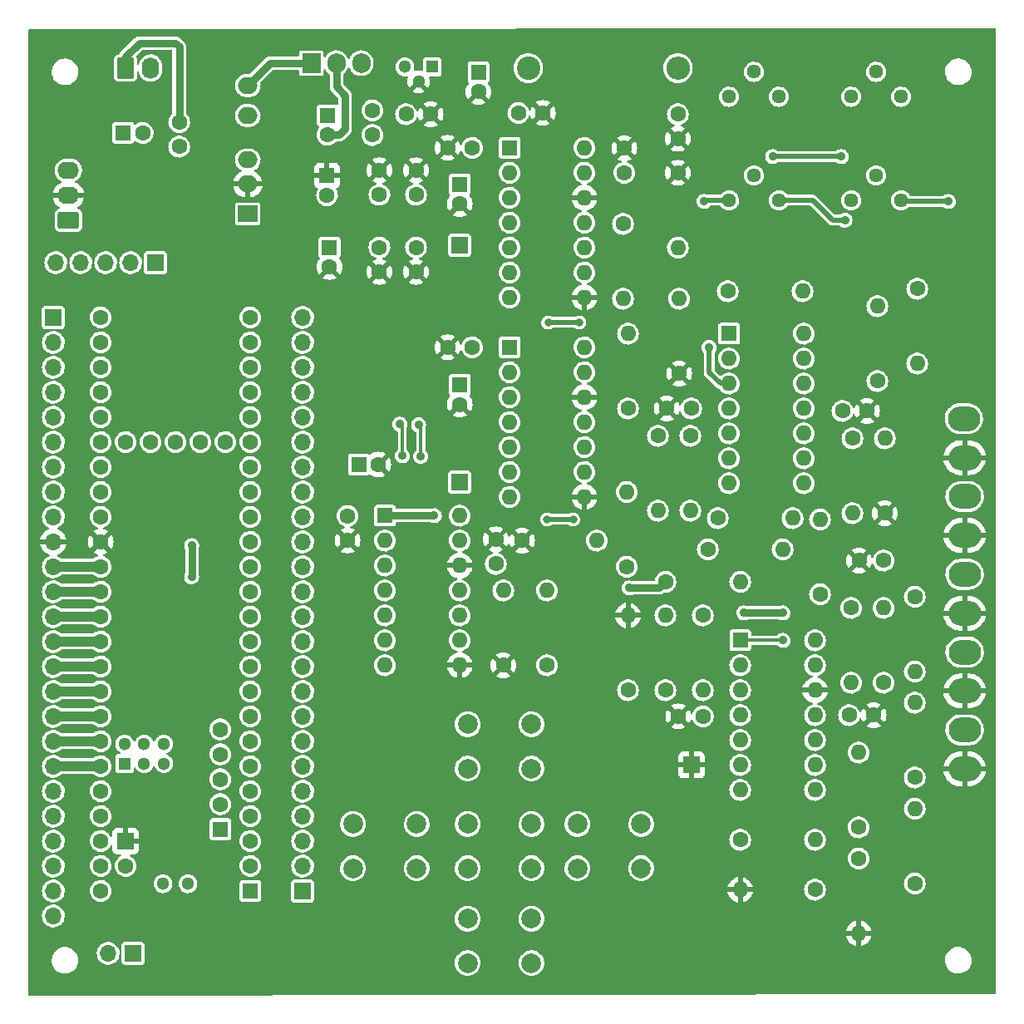
<source format=gbr>
%TF.GenerationSoftware,KiCad,Pcbnew,(6.0.1)*%
%TF.CreationDate,2022-08-30T11:37:44+02:00*%
%TF.ProjectId,vstcm V3_0FC,76737463-6d20-4563-935f-3046432e6b69,rev?*%
%TF.SameCoordinates,Original*%
%TF.FileFunction,Copper,L2,Bot*%
%TF.FilePolarity,Positive*%
%FSLAX46Y46*%
G04 Gerber Fmt 4.6, Leading zero omitted, Abs format (unit mm)*
G04 Created by KiCad (PCBNEW (6.0.1)) date 2022-08-30 11:37:44*
%MOMM*%
%LPD*%
G01*
G04 APERTURE LIST*
G04 Aperture macros list*
%AMRoundRect*
0 Rectangle with rounded corners*
0 $1 Rounding radius*
0 $2 $3 $4 $5 $6 $7 $8 $9 X,Y pos of 4 corners*
0 Add a 4 corners polygon primitive as box body*
4,1,4,$2,$3,$4,$5,$6,$7,$8,$9,$2,$3,0*
0 Add four circle primitives for the rounded corners*
1,1,$1+$1,$2,$3*
1,1,$1+$1,$4,$5*
1,1,$1+$1,$6,$7*
1,1,$1+$1,$8,$9*
0 Add four rect primitives between the rounded corners*
20,1,$1+$1,$2,$3,$4,$5,0*
20,1,$1+$1,$4,$5,$6,$7,0*
20,1,$1+$1,$6,$7,$8,$9,0*
20,1,$1+$1,$8,$9,$2,$3,0*%
G04 Aperture macros list end*
%TA.AperFunction,ComponentPad*%
%ADD10O,3.302000X2.540000*%
%TD*%
%TA.AperFunction,ComponentPad*%
%ADD11R,1.600000X1.600000*%
%TD*%
%TA.AperFunction,ComponentPad*%
%ADD12O,1.600000X1.600000*%
%TD*%
%TA.AperFunction,ComponentPad*%
%ADD13R,1.905000X2.000000*%
%TD*%
%TA.AperFunction,ComponentPad*%
%ADD14O,1.905000X2.000000*%
%TD*%
%TA.AperFunction,ComponentPad*%
%ADD15C,1.600000*%
%TD*%
%TA.AperFunction,ComponentPad*%
%ADD16C,2.000000*%
%TD*%
%TA.AperFunction,ComponentPad*%
%ADD17C,1.440000*%
%TD*%
%TA.AperFunction,ComponentPad*%
%ADD18R,1.700000X1.700000*%
%TD*%
%TA.AperFunction,ComponentPad*%
%ADD19RoundRect,0.250000X0.845000X-0.620000X0.845000X0.620000X-0.845000X0.620000X-0.845000X-0.620000X0*%
%TD*%
%TA.AperFunction,ComponentPad*%
%ADD20O,2.190000X1.740000*%
%TD*%
%TA.AperFunction,ComponentPad*%
%ADD21O,1.700000X1.700000*%
%TD*%
%TA.AperFunction,ComponentPad*%
%ADD22RoundRect,0.250000X-0.620000X-0.845000X0.620000X-0.845000X0.620000X0.845000X-0.620000X0.845000X0*%
%TD*%
%TA.AperFunction,ComponentPad*%
%ADD23O,1.740000X2.190000*%
%TD*%
%TA.AperFunction,ComponentPad*%
%ADD24R,1.300000X1.300000*%
%TD*%
%TA.AperFunction,ComponentPad*%
%ADD25C,1.300000*%
%TD*%
%TA.AperFunction,ComponentPad*%
%ADD26C,2.400000*%
%TD*%
%TA.AperFunction,ComponentPad*%
%ADD27O,2.400000X2.400000*%
%TD*%
%TA.AperFunction,ComponentPad*%
%ADD28O,2.000000X1.700000*%
%TD*%
%TA.AperFunction,ComponentPad*%
%ADD29R,2.000000X1.700000*%
%TD*%
%TA.AperFunction,ViaPad*%
%ADD30C,0.914400*%
%TD*%
%TA.AperFunction,ViaPad*%
%ADD31C,0.800000*%
%TD*%
%TA.AperFunction,Conductor*%
%ADD32C,0.750000*%
%TD*%
%TA.AperFunction,Conductor*%
%ADD33C,1.000000*%
%TD*%
%TA.AperFunction,Conductor*%
%ADD34C,0.304800*%
%TD*%
%TA.AperFunction,Conductor*%
%ADD35C,0.500000*%
%TD*%
%TA.AperFunction,Conductor*%
%ADD36C,0.800000*%
%TD*%
G04 APERTURE END LIST*
D10*
%TO.P,BL_GND1,1,1*%
%TO.N,AGND*%
X127635012Y-158496008D03*
%TD*%
D11*
%TO.P,IC4,1,VDD*%
%TO.N,Net-(C15-Pad1)*%
X81280000Y-95250000D03*
D12*
%TO.P,IC4,2*%
%TO.N,N/C*%
X81280000Y-97790000D03*
%TO.P,IC4,3,~{CS}*%
%TO.N,Net-(IC4-Pad3)*%
X81280000Y-100330000D03*
%TO.P,IC4,4,SCK*%
%TO.N,/SCK*%
X81280000Y-102870000D03*
%TO.P,IC4,5,SDI*%
%TO.N,/MOSI*%
X81280000Y-105410000D03*
%TO.P,IC4,6*%
%TO.N,N/C*%
X81280000Y-107950000D03*
%TO.P,IC4,7*%
X81280000Y-110490000D03*
%TO.P,IC4,8,~{LDAC}*%
%TO.N,AGND*%
X88900000Y-110490000D03*
%TO.P,IC4,9,~{SHDN}*%
%TO.N,Net-(C15-Pad1)*%
X88900000Y-107950000D03*
%TO.P,IC4,10,VOUTB*%
%TO.N,Net-(IC4-Pad10)*%
X88900000Y-105410000D03*
%TO.P,IC4,11,VREFB*%
%TO.N,+3V3*%
X88900000Y-102870000D03*
%TO.P,IC4,12,VSS*%
%TO.N,AGND*%
X88900000Y-100330000D03*
%TO.P,IC4,13,VREFA*%
%TO.N,+3V3*%
X88900000Y-97790000D03*
%TO.P,IC4,14,VOUTA*%
%TO.N,Net-(IC4-Pad14)*%
X88900000Y-95250000D03*
%TD*%
D13*
%TO.P,U5,1,VI*%
%TO.N,/Pwr_In*%
X61087000Y-86614000D03*
D14*
%TO.P,U5,2,GND*%
%TO.N,GND*%
X63627000Y-86614000D03*
%TO.P,U5,3,VO*%
%TO.N,Net-(C20-Pad1)*%
X66167000Y-86614000D03*
%TD*%
D15*
%TO.P,R15,1,1*%
%TO.N,Net-(IC1-Pad7)*%
X104775000Y-165735000D03*
D12*
%TO.P,R15,2,2*%
%TO.N,Net-(IC1-Pad6)*%
X112395000Y-165735000D03*
%TD*%
D16*
%TO.P,SW2,1,1*%
%TO.N,GND*%
X83514000Y-173772000D03*
X77014000Y-173772000D03*
%TO.P,SW2,2,2*%
%TO.N,Net-(J1-Pad2)*%
X77014000Y-178272000D03*
X83514000Y-178272000D03*
%TD*%
D15*
%TO.P,R21,1,1*%
%TO.N,Net-(IC1-Pad7)*%
X122555000Y-170180000D03*
D12*
%TO.P,R21,2,2*%
%TO.N,Net-(BL_SIG1-Pad1)*%
X122555000Y-162560000D03*
%TD*%
D17*
%TO.P,RV1,1,1*%
%TO.N,-3V3*%
X121158000Y-100584000D03*
%TO.P,RV1,2,2*%
%TO.N,Net-(IC6-Pad12)*%
X118618000Y-98044000D03*
%TO.P,RV1,3,3*%
%TO.N,+3V3*%
X116078000Y-100584000D03*
%TD*%
D15*
%TO.P,R4,1,1*%
%TO.N,+3V3*%
X101473000Y-136144000D03*
D12*
%TO.P,R4,2,2*%
%TO.N,Net-(IC6-Pad9)*%
X109093000Y-136144000D03*
%TD*%
D11*
%TO.P,C18,1*%
%TO.N,Net-(C15-Pad1)*%
X65913000Y-127508000D03*
D15*
%TO.P,C18,2*%
%TO.N,AGND*%
X67913000Y-127508000D03*
%TD*%
%TO.P,C22,1,1*%
%TO.N,-12V*%
X115189000Y-122047000D03*
%TO.P,C22,2,2*%
%TO.N,AGND*%
X117689000Y-122047000D03*
%TD*%
%TO.P,R17,1,1*%
%TO.N,Net-(IC6-Pad14)*%
X122809000Y-109601000D03*
D12*
%TO.P,R17,2,2*%
%TO.N,Net-(R17-Pad2)*%
X122809000Y-117221000D03*
%TD*%
D15*
%TO.P,C12,1,1*%
%TO.N,AGND*%
X68021200Y-97525200D03*
%TO.P,C12,2,2*%
%TO.N,-12V*%
X68021200Y-100025200D03*
%TD*%
%TO.P,R24,1,1*%
%TO.N,Net-(IC1-Pad5)*%
X85090000Y-147955000D03*
D12*
%TO.P,R24,2,2*%
%TO.N,Net-(IC3-Pad10)*%
X85090000Y-140335000D03*
%TD*%
D16*
%TO.P,SW4,1,1*%
%TO.N,Net-(J1-Pad3)*%
X94690000Y-164120000D03*
X88190000Y-164120000D03*
%TO.P,SW4,2,2*%
%TO.N,GND*%
X94690000Y-168620000D03*
X88190000Y-168620000D03*
%TD*%
D15*
%TO.P,R11,1,1*%
%TO.N,Net-(IC6-Pad8)*%
X118745000Y-118999000D03*
D12*
%TO.P,R11,2,2*%
%TO.N,Net-(IC6-Pad13)*%
X118745000Y-111379000D03*
%TD*%
D16*
%TO.P,SW5,1,1*%
%TO.N,GND*%
X77014000Y-153960000D03*
X83514000Y-153960000D03*
%TO.P,SW5,2,2*%
%TO.N,Net-(J1-Pad6)*%
X83514000Y-158460000D03*
X77014000Y-158460000D03*
%TD*%
D15*
%TO.P,R23,1,1*%
%TO.N,Net-(IC1-Pad10)*%
X93218000Y-137922000D03*
D12*
%TO.P,R23,2,2*%
%TO.N,Net-(IC5-Pad10)*%
X93218000Y-130302000D03*
%TD*%
D15*
%TO.P,C2,1,1*%
%TO.N,+3V3*%
X79883000Y-137628000D03*
%TO.P,C2,2,2*%
%TO.N,AGND*%
X79883000Y-135128000D03*
%TD*%
D11*
%TO.P,IC3,1,VDD*%
%TO.N,Net-(C15-Pad1)*%
X68580000Y-132715000D03*
D12*
%TO.P,IC3,2*%
%TO.N,N/C*%
X68580000Y-135255000D03*
%TO.P,IC3,3,~{CS}*%
%TO.N,Net-(IC3-Pad3)*%
X68580000Y-137795000D03*
%TO.P,IC3,4,SCK*%
%TO.N,/SCK*%
X68580000Y-140335000D03*
%TO.P,IC3,5,SDI*%
%TO.N,/MOSI*%
X68580000Y-142875000D03*
%TO.P,IC3,6*%
%TO.N,N/C*%
X68580000Y-145415000D03*
%TO.P,IC3,7*%
X68580000Y-147955000D03*
%TO.P,IC3,8,~{LDAC}*%
%TO.N,AGND*%
X76200000Y-147955000D03*
%TO.P,IC3,9,~{SHDN}*%
%TO.N,Net-(C15-Pad1)*%
X76200000Y-145415000D03*
%TO.P,IC3,10,VOUTB*%
%TO.N,Net-(IC3-Pad10)*%
X76200000Y-142875000D03*
%TO.P,IC3,11,VREFB*%
%TO.N,+3V3*%
X76200000Y-140335000D03*
%TO.P,IC3,12,VSS*%
%TO.N,AGND*%
X76200000Y-137795000D03*
%TO.P,IC3,13,VREFA*%
%TO.N,+3V3*%
X76200000Y-135255000D03*
%TO.P,IC3,14,VOUTA*%
%TO.N,Net-(IC3-Pad14)*%
X76200000Y-132715000D03*
%TD*%
D11*
%TO.P,C4,1*%
%TO.N,/Pwr_In*%
X41910000Y-93726000D03*
D15*
%TO.P,C4,2*%
%TO.N,GND*%
X43910000Y-93726000D03*
%TD*%
%TO.P,R8,1,1*%
%TO.N,Net-(IC6-Pad6)*%
X99695000Y-124587000D03*
D12*
%TO.P,R8,2,2*%
%TO.N,Net-(IC6-Pad7)*%
X99695000Y-132207000D03*
%TD*%
D18*
%TO.P,TP1,1,Pin_1*%
%TO.N,AGND*%
X42164000Y-165862000D03*
%TD*%
D11*
%TO.P,C20,1*%
%TO.N,Net-(C20-Pad1)*%
X62738000Y-91917200D03*
D15*
%TO.P,C20,2*%
%TO.N,GND*%
X62738000Y-93917200D03*
%TD*%
D19*
%TO.P,J7,1,Pin_1*%
%TO.N,+12V*%
X36342000Y-102616000D03*
D20*
%TO.P,J7,2,Pin_2*%
%TO.N,AGND*%
X36342000Y-100076000D03*
%TO.P,J7,3,Pin_3*%
%TO.N,-12V*%
X36342000Y-97536000D03*
%TD*%
D11*
%TO.P,IC1,1,OUT*%
%TO.N,Net-(IC1-Pad1)*%
X104775000Y-145415000D03*
D12*
%TO.P,IC1,2,-IN*%
%TO.N,Net-(IC1-Pad2)*%
X104775000Y-147955000D03*
%TO.P,IC1,3,+IN*%
%TO.N,Net-(IC1-Pad3)*%
X104775000Y-150495000D03*
%TO.P,IC1,4,V+*%
%TO.N,+12V*%
X104775000Y-153035000D03*
%TO.P,IC1,5,+IN*%
%TO.N,Net-(IC1-Pad5)*%
X104775000Y-155575000D03*
%TO.P,IC1,6,-IN*%
%TO.N,Net-(IC1-Pad6)*%
X104775000Y-158115000D03*
%TO.P,IC1,7,OUT*%
%TO.N,Net-(IC1-Pad7)*%
X104775000Y-160655000D03*
%TO.P,IC1,8,OUT*%
%TO.N,Net-(IC1-Pad8)*%
X112395000Y-160655000D03*
%TO.P,IC1,9,-IN*%
%TO.N,Net-(IC1-Pad9)*%
X112395000Y-158115000D03*
%TO.P,IC1,10,+IN*%
%TO.N,Net-(IC1-Pad10)*%
X112395000Y-155575000D03*
%TO.P,IC1,11,V-*%
%TO.N,-12V*%
X112395000Y-153035000D03*
%TO.P,IC1,12,+IN*%
%TO.N,AGND*%
X112395000Y-150495000D03*
%TO.P,IC1,13,-IN*%
%TO.N,Net-(IC1-Pad13)*%
X112395000Y-147955000D03*
%TO.P,IC1,14,OUT*%
%TO.N,-3V3*%
X112395000Y-145415000D03*
%TD*%
D15*
%TO.P,R20,1,1*%
%TO.N,Net-(IC1-Pad1)*%
X122555000Y-140970000D03*
D12*
%TO.P,R20,2,2*%
%TO.N,Net-(GR_SIG1-Pad1)*%
X122555000Y-148590000D03*
%TD*%
D10*
%TO.P,Y_GND1,1,1*%
%TO.N,AGND*%
X127635012Y-134721609D03*
%TD*%
D15*
%TO.P,C27,1,1*%
%TO.N,Net-(C15-Pad1)*%
X82169000Y-91694000D03*
%TO.P,C27,2,2*%
%TO.N,AGND*%
X84669000Y-91694000D03*
%TD*%
%TO.P,C7,1,1*%
%TO.N,Net-(C15-Pad1)*%
X64770000Y-132735000D03*
%TO.P,C7,2,2*%
%TO.N,AGND*%
X64770000Y-135235000D03*
%TD*%
D18*
%TO.P,J1,1,Pin_1*%
%TO.N,GND*%
X60198000Y-170942000D03*
D21*
%TO.P,J1,2,Pin_2*%
%TO.N,Net-(J1-Pad2)*%
X60198000Y-168402000D03*
%TO.P,J1,3,Pin_3*%
%TO.N,Net-(J1-Pad3)*%
X60198000Y-165862000D03*
%TO.P,J1,4,Pin_4*%
%TO.N,Net-(J1-Pad4)*%
X60198000Y-163322000D03*
%TO.P,J1,5,Pin_5*%
%TO.N,Net-(J1-Pad5)*%
X60198000Y-160782000D03*
%TO.P,J1,6,Pin_6*%
%TO.N,Net-(J1-Pad6)*%
X60198000Y-158242000D03*
%TO.P,J1,7,Pin_7*%
%TO.N,Net-(J1-Pad7)*%
X60198000Y-155702000D03*
%TO.P,J1,8,Pin_8*%
%TO.N,Net-(IC4-Pad3)*%
X60198000Y-153162000D03*
%TO.P,J1,9,Pin_9*%
%TO.N,Net-(J1-Pad9)*%
X60198000Y-150622000D03*
%TO.P,J1,10,Pin_10*%
%TO.N,Net-(J1-Pad10)*%
X60198000Y-148082000D03*
%TO.P,J1,11,Pin_11*%
%TO.N,Net-(J1-Pad11)*%
X60198000Y-145542000D03*
%TO.P,J1,12,Pin_12*%
%TO.N,Net-(J1-Pad12)*%
X60198000Y-143002000D03*
%TO.P,J1,13,Pin_13*%
%TO.N,/MOSI*%
X60198000Y-140462000D03*
%TO.P,J1,14,Pin_14*%
%TO.N,Net-(J1-Pad14)*%
X60198000Y-137922000D03*
%TO.P,J1,15,Pin_15*%
%TO.N,Net-(J1-Pad15)*%
X60198000Y-135382000D03*
%TO.P,J1,16,Pin_16*%
%TO.N,Net-(J1-Pad16)*%
X60198000Y-132842000D03*
%TO.P,J1,17,Pin_17*%
%TO.N,Net-(J1-Pad17)*%
X60198000Y-130302000D03*
%TO.P,J1,18,Pin_18*%
%TO.N,/MOSI1*%
X60198000Y-127762000D03*
%TO.P,J1,19,Pin_19*%
%TO.N,/SCK1*%
X60198000Y-125222000D03*
%TO.P,J1,20,Pin_20*%
%TO.N,Net-(J1-Pad20)*%
X60198000Y-122682000D03*
%TO.P,J1,21,Pin_21*%
%TO.N,Net-(J1-Pad21)*%
X60198000Y-120142000D03*
%TO.P,J1,22,Pin_22*%
%TO.N,Net-(J1-Pad22)*%
X60198000Y-117602000D03*
%TO.P,J1,23,Pin_23*%
%TO.N,Net-(J1-Pad23)*%
X60198000Y-115062000D03*
%TO.P,J1,24,Pin_24*%
%TO.N,Net-(J1-Pad24)*%
X60198000Y-112522000D03*
%TD*%
D18*
%TO.P,J9,1,Pin_1*%
%TO.N,Net-(J9-Pad1)*%
X42931000Y-177292000D03*
D21*
%TO.P,J9,2,Pin_2*%
%TO.N,Net-(J9-Pad2)*%
X40391000Y-177292000D03*
%TD*%
D15*
%TO.P,C24,1,1*%
%TO.N,-12V*%
X115864000Y-153035000D03*
%TO.P,C24,2,2*%
%TO.N,AGND*%
X118364000Y-153035000D03*
%TD*%
D10*
%TO.P,RE_SIG1,1,1*%
%TO.N,Net-(R19-Pad2)*%
X127635012Y-138684009D03*
%TD*%
D15*
%TO.P,R1,1,1*%
%TO.N,Net-(IC5-Pad14)*%
X102489000Y-132969000D03*
D12*
%TO.P,R1,2,2*%
%TO.N,Net-(IC6-Pad10)*%
X110109000Y-132969000D03*
%TD*%
D11*
%TO.P,C5,1*%
%TO.N,Net-(C15-Pad1)*%
X78105000Y-87535000D03*
D15*
%TO.P,C5,2*%
%TO.N,AGND*%
X78105000Y-89535000D03*
%TD*%
%TO.P,C3,1,1*%
%TO.N,/Pwr_In*%
X47625000Y-92623000D03*
%TO.P,C3,2,2*%
%TO.N,GND*%
X47625000Y-95123000D03*
%TD*%
D22*
%TO.P,J6,1,Pin_1*%
%TO.N,/Pwr_In*%
X42164000Y-87122000D03*
D23*
%TO.P,J6,2,Pin_2*%
%TO.N,GND*%
X44704000Y-87122000D03*
%TD*%
D15*
%TO.P,R27,1,1*%
%TO.N,Net-(IC1-Pad13)*%
X119380000Y-149733000D03*
D12*
%TO.P,R27,2,2*%
%TO.N,+3V3*%
X119380000Y-142113000D03*
%TD*%
D15*
%TO.P,R19,1,1*%
%TO.N,Net-(IC1-Pad8)*%
X122555000Y-159385000D03*
D12*
%TO.P,R19,2,2*%
%TO.N,Net-(R19-Pad2)*%
X122555000Y-151765000D03*
%TD*%
D15*
%TO.P,R29,1,1*%
%TO.N,Net-(IC1-Pad9)*%
X112395000Y-170815000D03*
D12*
%TO.P,R29,2,2*%
%TO.N,AGND*%
X104775000Y-170815000D03*
%TD*%
D10*
%TO.P,RE_GND1,1,1*%
%TO.N,AGND*%
X127635012Y-142646408D03*
%TD*%
D15*
%TO.P,R7,1,1*%
%TO.N,Net-(IC6-Pad9)*%
X112903000Y-140716000D03*
D12*
%TO.P,R7,2,2*%
%TO.N,Net-(IC6-Pad8)*%
X112903000Y-133096000D03*
%TD*%
D24*
%TO.P,U3,1,VO*%
%TO.N,Net-(C15-Pad1)*%
X73406000Y-86995000D03*
D25*
%TO.P,U3,2,GND*%
%TO.N,AGND*%
X72009000Y-88519000D03*
%TO.P,U3,3,VI*%
%TO.N,+12V*%
X70612000Y-86995000D03*
%TD*%
D15*
%TO.P,R22,1,1*%
%TO.N,Net-(IC1-Pad3)*%
X97155000Y-150495000D03*
D12*
%TO.P,R22,2,2*%
%TO.N,Net-(IC4-Pad10)*%
X97155000Y-142875000D03*
%TD*%
D18*
%TO.P,TP3,1,Pin_1*%
%TO.N,Net-(C15-Pad1)*%
X76200000Y-105156000D03*
%TD*%
D15*
%TO.P,R31,1,1*%
%TO.N,-3V3*%
X116078000Y-142113000D03*
D12*
%TO.P,R31,2,2*%
%TO.N,Net-(IC1-Pad13)*%
X116078000Y-149733000D03*
%TD*%
D15*
%TO.P,R5,1,1*%
%TO.N,AGND*%
X98552000Y-118237000D03*
D12*
%TO.P,R5,2,2*%
%TO.N,Net-(IC6-Pad5)*%
X98552000Y-110617000D03*
%TD*%
D15*
%TO.P,C1,1,1*%
%TO.N,+12V*%
X70739000Y-91821000D03*
%TO.P,C1,2,2*%
%TO.N,AGND*%
X73239000Y-91821000D03*
%TD*%
%TO.P,R25,1,1*%
%TO.N,Net-(IC6-Pad10)*%
X116205000Y-124841000D03*
D12*
%TO.P,R25,2,2*%
%TO.N,+3V3*%
X116205000Y-132461000D03*
%TD*%
D15*
%TO.P,R14,1,1*%
%TO.N,AGND*%
X80645000Y-147955000D03*
D12*
%TO.P,R14,2,2*%
%TO.N,Net-(IC3-Pad10)*%
X80645000Y-140335000D03*
%TD*%
D15*
%TO.P,R3,1,1*%
%TO.N,AGND*%
X119507000Y-132461000D03*
D12*
%TO.P,R3,2,2*%
%TO.N,Net-(IC6-Pad10)*%
X119507000Y-124841000D03*
%TD*%
D17*
%TO.P,RV4,1,1*%
%TO.N,Net-(IC6-Pad1)*%
X108712000Y-90043000D03*
%TO.P,RV4,2,2*%
%TO.N,Net-(IC6-Pad2)*%
X106172000Y-87503000D03*
%TO.P,RV4,3,3*%
%TO.N,unconnected-(RV4-Pad3)*%
X103632000Y-90043000D03*
%TD*%
D11*
%TO.P,C10,1*%
%TO.N,AGND*%
X62687200Y-98074088D03*
D15*
%TO.P,C10,2*%
%TO.N,-12V*%
X62687200Y-100074088D03*
%TD*%
%TO.P,C17,1,1*%
%TO.N,Net-(C15-Pad1)*%
X77470000Y-95250000D03*
%TO.P,C17,2,2*%
%TO.N,AGND*%
X74970000Y-95250000D03*
%TD*%
D10*
%TO.P,Y_SIG1,1,1*%
%TO.N,Net-(R18-Pad2)*%
X127635012Y-130759208D03*
%TD*%
D18*
%TO.P,J8,1,Pin_1*%
%TO.N,Net-(IC3-Pad14)*%
X76200000Y-129286000D03*
%TD*%
D15*
%TO.P,C23,1,1*%
%TO.N,+12V*%
X100965000Y-153162000D03*
%TO.P,C23,2,2*%
%TO.N,AGND*%
X98465000Y-153162000D03*
%TD*%
%TO.P,R13,1,1*%
%TO.N,Net-(IC6-Pad7)*%
X93345000Y-121793000D03*
D12*
%TO.P,R13,2,2*%
%TO.N,Net-(IC6-Pad2)*%
X93345000Y-114173000D03*
%TD*%
D15*
%TO.P,R16,1,1*%
%TO.N,Net-(IC1-Pad8)*%
X116840000Y-164465000D03*
D12*
%TO.P,R16,2,2*%
%TO.N,Net-(IC1-Pad9)*%
X116840000Y-156845000D03*
%TD*%
D11*
%TO.P,IC6,1,OUT*%
%TO.N,Net-(IC6-Pad1)*%
X103632000Y-114173000D03*
D12*
%TO.P,IC6,2,-IN*%
%TO.N,Net-(IC6-Pad2)*%
X103632000Y-116713000D03*
%TO.P,IC6,3,+IN*%
%TO.N,Net-(IC6-Pad3)*%
X103632000Y-119253000D03*
%TO.P,IC6,4,V+*%
%TO.N,+12V*%
X103632000Y-121793000D03*
%TO.P,IC6,5,+IN*%
%TO.N,Net-(IC6-Pad5)*%
X103632000Y-124333000D03*
%TO.P,IC6,6,-IN*%
%TO.N,Net-(IC6-Pad6)*%
X103632000Y-126873000D03*
%TO.P,IC6,7,OUT*%
%TO.N,Net-(IC6-Pad7)*%
X103632000Y-129413000D03*
%TO.P,IC6,8,OUT*%
%TO.N,Net-(IC6-Pad8)*%
X111252000Y-129413000D03*
%TO.P,IC6,9,-IN*%
%TO.N,Net-(IC6-Pad9)*%
X111252000Y-126873000D03*
%TO.P,IC6,10,+IN*%
%TO.N,Net-(IC6-Pad10)*%
X111252000Y-124333000D03*
%TO.P,IC6,11,V-*%
%TO.N,-12V*%
X111252000Y-121793000D03*
%TO.P,IC6,12,+IN*%
%TO.N,Net-(IC6-Pad12)*%
X111252000Y-119253000D03*
%TO.P,IC6,13,-IN*%
%TO.N,Net-(IC6-Pad13)*%
X111252000Y-116713000D03*
%TO.P,IC6,14,OUT*%
%TO.N,Net-(IC6-Pad14)*%
X111252000Y-114173000D03*
%TD*%
D16*
%TO.P,SW1,1,1*%
%TO.N,Net-(J1-Pad5)*%
X71830000Y-164120000D03*
X65330000Y-164120000D03*
%TO.P,SW1,2,2*%
%TO.N,GND*%
X65330000Y-168620000D03*
X71830000Y-168620000D03*
%TD*%
D10*
%TO.P,BL_SIG1,1,1*%
%TO.N,Net-(BL_SIG1-Pad1)*%
X127635000Y-154533609D03*
%TD*%
D15*
%TO.P,R26,1,1*%
%TO.N,Net-(IC6-Pad5)*%
X96393000Y-124587000D03*
D12*
%TO.P,R26,2,2*%
%TO.N,+3V3*%
X96393000Y-132207000D03*
%TD*%
D10*
%TO.P,GR_SIG1,1,1*%
%TO.N,Net-(GR_SIG1-Pad1)*%
X127635000Y-146608809D03*
%TD*%
D11*
%TO.P,IC5,1,VDD*%
%TO.N,Net-(C15-Pad1)*%
X81280000Y-115570000D03*
D12*
%TO.P,IC5,2*%
%TO.N,N/C*%
X81280000Y-118110000D03*
%TO.P,IC5,3,~{CS}*%
%TO.N,Net-(IC4-Pad3)*%
X81280000Y-120650000D03*
%TO.P,IC5,4,SCK*%
%TO.N,/SCK1*%
X81280000Y-123190000D03*
%TO.P,IC5,5,SDI*%
%TO.N,/MOSI1*%
X81280000Y-125730000D03*
%TO.P,IC5,6*%
%TO.N,N/C*%
X81280000Y-128270000D03*
%TO.P,IC5,7*%
X81280000Y-130810000D03*
%TO.P,IC5,8,~{LDAC}*%
%TO.N,AGND*%
X88900000Y-130810000D03*
%TO.P,IC5,9,~{SHDN}*%
%TO.N,Net-(C15-Pad1)*%
X88900000Y-128270000D03*
%TO.P,IC5,10,VOUTB*%
%TO.N,Net-(IC5-Pad10)*%
X88900000Y-125730000D03*
%TO.P,IC5,11,VREFB*%
%TO.N,+3V3*%
X88900000Y-123190000D03*
%TO.P,IC5,12,VSS*%
%TO.N,AGND*%
X88900000Y-120650000D03*
%TO.P,IC5,13,VREFA*%
%TO.N,+3V3*%
X88900000Y-118110000D03*
%TO.P,IC5,14,VOUTA*%
%TO.N,Net-(IC5-Pad14)*%
X88900000Y-115570000D03*
%TD*%
D15*
%TO.P,R18,1,1*%
%TO.N,Net-(IC6-Pad1)*%
X103505000Y-109855000D03*
D12*
%TO.P,R18,2,2*%
%TO.N,Net-(R18-Pad2)*%
X111125000Y-109855000D03*
%TD*%
D18*
%TO.P,J3,1,Pin_1*%
%TO.N,Net-(J3-Pad1)*%
X34798000Y-112522000D03*
D21*
%TO.P,J3,2,Pin_2*%
%TO.N,Net-(J3-Pad2)*%
X34798000Y-115062000D03*
%TO.P,J3,3,Pin_3*%
%TO.N,Net-(J3-Pad3)*%
X34798000Y-117602000D03*
%TO.P,J3,4,Pin_4*%
%TO.N,Net-(J3-Pad4)*%
X34798000Y-120142000D03*
%TO.P,J3,5,Pin_5*%
%TO.N,Net-(J3-Pad5)*%
X34798000Y-122682000D03*
%TO.P,J3,6,Pin_6*%
%TO.N,Net-(J3-Pad6)*%
X34798000Y-125222000D03*
%TO.P,J3,7,Pin_7*%
%TO.N,Net-(J3-Pad7)*%
X34798000Y-127762000D03*
%TO.P,J3,8,Pin_8*%
%TO.N,Net-(J3-Pad8)*%
X34798000Y-130302000D03*
%TO.P,J3,9,Pin_9*%
%TO.N,Net-(J3-Pad9)*%
X34798000Y-132842000D03*
%TO.P,J3,10,Pin_10*%
%TO.N,AGND*%
X34798000Y-135382000D03*
%TO.P,J3,11,Pin_11*%
%TO.N,/SCK*%
X34798000Y-137922000D03*
%TO.P,J3,12,Pin_12*%
%TO.N,Net-(J3-Pad12)*%
X34798000Y-140462000D03*
%TO.P,J3,13,Pin_13*%
%TO.N,Net-(J3-Pad13)*%
X34798000Y-143002000D03*
%TO.P,J3,14,Pin_14*%
%TO.N,/CS1*%
X34798000Y-145542000D03*
%TO.P,J3,15,Pin_15*%
%TO.N,Net-(J3-Pad15)*%
X34798000Y-148082000D03*
%TO.P,J3,16,Pin_16*%
%TO.N,Net-(J3-Pad16)*%
X34798000Y-150622000D03*
%TO.P,J3,17,Pin_17*%
%TO.N,Net-(J3-Pad17)*%
X34798000Y-153162000D03*
%TO.P,J3,18,Pin_18*%
%TO.N,Net-(J3-Pad18)*%
X34798000Y-155702000D03*
%TO.P,J3,19,Pin_19*%
%TO.N,Net-(J3-Pad19)*%
X34798000Y-158242000D03*
%TO.P,J3,20,Pin_20*%
%TO.N,Net-(IC3-Pad3)*%
X34798000Y-160782000D03*
%TO.P,J3,21,Pin_21*%
%TO.N,Net-(J3-Pad21)*%
X34798000Y-163322000D03*
%TO.P,J3,22,Pin_22*%
%TO.N,Net-(J3-Pad22)*%
X34798000Y-165862000D03*
%TO.P,J3,23,Pin_23*%
%TO.N,Net-(J3-Pad23)*%
X34798000Y-168402000D03*
%TO.P,J3,24,Pin_24*%
%TO.N,Net-(C20-Pad1)*%
X34798000Y-170942000D03*
%TO.P,J3,25,Pin_25*%
%TO.N,Net-(J3-Pad25)*%
X34798000Y-173482000D03*
%TD*%
D17*
%TO.P,RV3,1,1*%
%TO.N,Net-(IC6-Pad14)*%
X121158000Y-90043000D03*
%TO.P,RV3,2,2*%
%TO.N,Net-(IC6-Pad13)*%
X118618000Y-87503000D03*
%TO.P,RV3,3,3*%
%TO.N,unconnected-(RV3-Pad3)*%
X116078000Y-90043000D03*
%TD*%
D15*
%TO.P,R28,1,1*%
%TO.N,Net-(IC1-Pad2)*%
X93345000Y-150495000D03*
D12*
%TO.P,R28,2,2*%
%TO.N,AGND*%
X93345000Y-142875000D03*
%TD*%
D17*
%TO.P,RV2,1,1*%
%TO.N,-3V3*%
X108712000Y-100584000D03*
%TO.P,RV2,2,2*%
%TO.N,Net-(IC6-Pad3)*%
X106172000Y-98044000D03*
%TO.P,RV2,3,3*%
%TO.N,+3V3*%
X103632000Y-100584000D03*
%TD*%
D15*
%TO.P,R9,1,1*%
%TO.N,AGND*%
X98425000Y-97790000D03*
D12*
%TO.P,R9,2,2*%
%TO.N,Net-(IC4-Pad10)*%
X98425000Y-105410000D03*
%TD*%
D26*
%TO.P,L1,1,1*%
%TO.N,Net-(C15-Pad1)*%
X83185000Y-87122000D03*
D27*
%TO.P,L1,2,2*%
%TO.N,+3V3*%
X98425000Y-87122000D03*
%TD*%
D11*
%TO.P,U1,1,GND*%
%TO.N,GND*%
X54864000Y-170942000D03*
D15*
%TO.P,U1,2,0_RX1_CRX2_CS1*%
%TO.N,Net-(J1-Pad2)*%
X54864000Y-168402000D03*
%TO.P,U1,3,1_TX1_CTX2_MISO1*%
%TO.N,Net-(J1-Pad3)*%
X54864000Y-165862000D03*
%TO.P,U1,4,2_OUT2*%
%TO.N,Net-(J1-Pad4)*%
X54864000Y-163322000D03*
%TO.P,U1,5,3_LRCLK2*%
%TO.N,Net-(J1-Pad5)*%
X54864000Y-160782000D03*
%TO.P,U1,6,4_BCLK2*%
%TO.N,Net-(J1-Pad6)*%
X54864000Y-158242000D03*
%TO.P,U1,7,5_IN2*%
%TO.N,Net-(J1-Pad7)*%
X54864000Y-155702000D03*
%TO.P,U1,8,6_OUT1D*%
%TO.N,Net-(IC4-Pad3)*%
X54864000Y-153162000D03*
%TO.P,U1,9,7_RX2_OUT1A*%
%TO.N,Net-(J1-Pad9)*%
X54864000Y-150622000D03*
%TO.P,U1,10,8_TX2_IN1*%
%TO.N,Net-(J1-Pad10)*%
X54864000Y-148082000D03*
%TO.P,U1,11,9_OUT1C*%
%TO.N,Net-(J1-Pad11)*%
X54864000Y-145542000D03*
%TO.P,U1,12,10_CS_MQSR*%
%TO.N,Net-(J1-Pad12)*%
X54864000Y-143002000D03*
%TO.P,U1,13,11_MOSI_CTX1*%
%TO.N,/MOSI*%
X54864000Y-140462000D03*
%TO.P,U1,14,12_MISO_MQSL*%
%TO.N,Net-(J1-Pad14)*%
X54864000Y-137922000D03*
%TO.P,U1,15,3V3*%
%TO.N,Net-(J1-Pad15)*%
X54864000Y-135382000D03*
%TO.P,U1,16,24_A10_TX6_SCL2*%
%TO.N,Net-(J1-Pad16)*%
X54864000Y-132842000D03*
%TO.P,U1,17,25_A11_RX6_SDA2*%
%TO.N,Net-(J1-Pad17)*%
X54864000Y-130302000D03*
%TO.P,U1,18,26_A12_MOSI1*%
%TO.N,/MOSI1*%
X54864000Y-127762000D03*
%TO.P,U1,19,27_A13_SCK1*%
%TO.N,/SCK1*%
X54864000Y-125222000D03*
%TO.P,U1,20,28_RX7*%
%TO.N,Net-(J1-Pad20)*%
X54864000Y-122682000D03*
%TO.P,U1,21,29_TX7*%
%TO.N,Net-(J1-Pad21)*%
X54864000Y-120142000D03*
%TO.P,U1,22,30_CRX3*%
%TO.N,Net-(J1-Pad22)*%
X54864000Y-117602000D03*
%TO.P,U1,23,31_CTX3*%
%TO.N,Net-(J1-Pad23)*%
X54864000Y-115062000D03*
%TO.P,U1,24,32_OUT1B*%
%TO.N,Net-(J1-Pad24)*%
X54864000Y-112522000D03*
%TO.P,U1,25,33_MCLK2*%
%TO.N,Net-(J3-Pad1)*%
X39624000Y-112522000D03*
%TO.P,U1,26,34_RX8*%
%TO.N,Net-(J3-Pad2)*%
X39624000Y-115062000D03*
%TO.P,U1,27,35_TX8*%
%TO.N,Net-(J3-Pad3)*%
X39624000Y-117602000D03*
%TO.P,U1,28,36_CS*%
%TO.N,Net-(J3-Pad4)*%
X39624000Y-120142000D03*
%TO.P,U1,29,37_CS*%
%TO.N,Net-(J3-Pad5)*%
X39624000Y-122682000D03*
%TO.P,U1,30,38_CS1_IN1*%
%TO.N,Net-(J3-Pad6)*%
X39624000Y-125222000D03*
%TO.P,U1,31,39_MISO1_OUT1A*%
%TO.N,Net-(J3-Pad7)*%
X39624000Y-127762000D03*
%TO.P,U1,32,40_A16*%
%TO.N,Net-(J3-Pad8)*%
X39624000Y-130302000D03*
%TO.P,U1,33,41_A17*%
%TO.N,Net-(J3-Pad9)*%
X39624000Y-132842000D03*
%TO.P,U1,34,GND*%
%TO.N,AGND*%
X39624000Y-135382000D03*
%TO.P,U1,35,13_SCK_LED*%
%TO.N,/SCK*%
X39624000Y-137922000D03*
%TO.P,U1,36,14_A0_TX3_SPDIF_OUT*%
%TO.N,Net-(J3-Pad12)*%
X39624000Y-140462000D03*
%TO.P,U1,37,15_A1_RX3_SPDIF_IN*%
%TO.N,Net-(J3-Pad13)*%
X39624000Y-143002000D03*
%TO.P,U1,38,16_A2_RX4_SCL1*%
%TO.N,/CS1*%
X39624000Y-145542000D03*
%TO.P,U1,39,17_A3_TX4_SDA1*%
%TO.N,Net-(J3-Pad15)*%
X39624000Y-148082000D03*
%TO.P,U1,40,18_A4_SDA*%
%TO.N,Net-(J3-Pad16)*%
X39624000Y-150622000D03*
%TO.P,U1,41,19_A5_SCL*%
%TO.N,Net-(J3-Pad17)*%
X39624000Y-153162000D03*
%TO.P,U1,42,20_A6_TX5_LRCLK1*%
%TO.N,Net-(J3-Pad18)*%
X39624000Y-155702000D03*
%TO.P,U1,43,21_A7_RX5_BCLK1*%
%TO.N,Net-(J3-Pad19)*%
X39624000Y-158242000D03*
%TO.P,U1,44,22_A8_CTX1*%
%TO.N,Net-(IC3-Pad3)*%
X39624000Y-160782000D03*
%TO.P,U1,45,23_A9_CRX1_MCLK1*%
%TO.N,Net-(J3-Pad21)*%
X39624000Y-163322000D03*
%TO.P,U1,46,3V3*%
%TO.N,Net-(J3-Pad22)*%
X39624000Y-165862000D03*
%TO.P,U1,47,GND*%
%TO.N,Net-(J3-Pad23)*%
X39624000Y-168402000D03*
%TO.P,U1,48,VIN*%
%TO.N,Net-(C20-Pad1)*%
X39624000Y-170942000D03*
%TO.P,U1,49,VUSB*%
%TO.N,Net-(J3-Pad25)*%
X42164000Y-168402000D03*
%TO.P,U1,50,VBAT*%
%TO.N,Net-(J2-Pad1)*%
X52324000Y-125222000D03*
%TO.P,U1,51,3V3*%
%TO.N,Net-(J2-Pad2)*%
X49784000Y-125222000D03*
%TO.P,U1,52,GND*%
%TO.N,GND*%
X47244000Y-125222000D03*
%TO.P,U1,53,PROGRAM*%
%TO.N,Net-(J2-Pad4)*%
X44704000Y-125222000D03*
%TO.P,U1,54,ON_OFF*%
%TO.N,Net-(J2-Pad5)*%
X42164000Y-125222000D03*
D11*
%TO.P,U1,55,5V*%
%TO.N,unconnected-(U1-Pad55)*%
X51813200Y-164642800D03*
D15*
%TO.P,U1,56,D-*%
%TO.N,unconnected-(U1-Pad56)*%
X51813200Y-162102800D03*
%TO.P,U1,57,D+*%
%TO.N,unconnected-(U1-Pad57)*%
X51813200Y-159562800D03*
%TO.P,U1,58,GND*%
%TO.N,unconnected-(U1-Pad58)*%
X51813200Y-157022800D03*
%TO.P,U1,59,GND*%
%TO.N,unconnected-(U1-Pad59)*%
X51813200Y-154482800D03*
D24*
%TO.P,U1,60,R+*%
%TO.N,unconnected-(U1-Pad60)*%
X42062400Y-157972000D03*
D25*
%TO.P,U1,61,LED*%
%TO.N,unconnected-(U1-Pad61)*%
X44062400Y-157972000D03*
%TO.P,U1,62,T-*%
%TO.N,unconnected-(U1-Pad62)*%
X46062400Y-157972000D03*
%TO.P,U1,63,T+*%
%TO.N,unconnected-(U1-Pad63)*%
X46062400Y-155972000D03*
%TO.P,U1,64,GND*%
%TO.N,unconnected-(U1-Pad64)*%
X44062400Y-155972000D03*
%TO.P,U1,65,R-*%
%TO.N,unconnected-(U1-Pad65)*%
X42062400Y-155972000D03*
%TO.P,U1,66,D-*%
%TO.N,Net-(J9-Pad1)*%
X45974000Y-170212000D03*
%TO.P,U1,67,D+*%
%TO.N,Net-(J9-Pad2)*%
X48514000Y-170212000D03*
%TD*%
D11*
%TO.P,C15,1*%
%TO.N,Net-(C15-Pad1)*%
X76200000Y-98965000D03*
D15*
%TO.P,C15,2*%
%TO.N,AGND*%
X76200000Y-100965000D03*
%TD*%
D16*
%TO.P,SW3,1,1*%
%TO.N,Net-(J1-Pad4)*%
X77014000Y-164120000D03*
X83514000Y-164120000D03*
%TO.P,SW3,2,2*%
%TO.N,GND*%
X77014000Y-168620000D03*
X83514000Y-168620000D03*
%TD*%
D15*
%TO.P,C21,1,1*%
%TO.N,+12V*%
X99782000Y-121793000D03*
%TO.P,C21,2,2*%
%TO.N,AGND*%
X97282000Y-121793000D03*
%TD*%
D18*
%TO.P,TP2,1,Pin_1*%
%TO.N,AGND*%
X99822000Y-158115000D03*
%TD*%
D15*
%TO.P,C19,1,1*%
%TO.N,/Pwr_In*%
X67310000Y-91440000D03*
%TO.P,C19,2,2*%
%TO.N,GND*%
X67310000Y-93940000D03*
%TD*%
%TO.P,R30,1,1*%
%TO.N,Net-(IC1-Pad6)*%
X116840000Y-167640000D03*
D12*
%TO.P,R30,2,2*%
%TO.N,AGND*%
X116840000Y-175260000D03*
%TD*%
D15*
%TO.P,C26,1,1*%
%TO.N,+3V3*%
X119380000Y-137287000D03*
%TO.P,C26,2,2*%
%TO.N,AGND*%
X116880000Y-137287000D03*
%TD*%
%TO.P,R6,1,1*%
%TO.N,+3V3*%
X97155000Y-139446000D03*
D12*
%TO.P,R6,2,2*%
%TO.N,Net-(IC6-Pad6)*%
X104775000Y-139446000D03*
%TD*%
D15*
%TO.P,C13,1,1*%
%TO.N,+12V*%
X71755000Y-105379200D03*
%TO.P,C13,2,2*%
%TO.N,AGND*%
X71755000Y-107879200D03*
%TD*%
%TO.P,C6,1,1*%
%TO.N,+3V3*%
X98425000Y-91821000D03*
%TO.P,C6,2,2*%
%TO.N,AGND*%
X98425000Y-94321000D03*
%TD*%
%TO.P,C8,1,1*%
%TO.N,Net-(C15-Pad1)*%
X77470000Y-115570000D03*
%TO.P,C8,2,2*%
%TO.N,AGND*%
X74970000Y-115570000D03*
%TD*%
%TO.P,R12,1,1*%
%TO.N,Net-(IC1-Pad1)*%
X100965000Y-142875000D03*
D12*
%TO.P,R12,2,2*%
%TO.N,Net-(IC1-Pad2)*%
X100965000Y-150495000D03*
%TD*%
D28*
%TO.P,IC2,1,+VIN*%
%TO.N,/Pwr_In*%
X54610000Y-88900000D03*
%TO.P,IC2,2,-VIN*%
%TO.N,GND*%
X54610000Y-91948000D03*
%TO.P,IC2,4,-VOUT*%
%TO.N,-12V*%
X54610000Y-96473000D03*
%TO.P,IC2,5,COM*%
%TO.N,AGND*%
X54610000Y-98926000D03*
D29*
%TO.P,IC2,6,+VOUT*%
%TO.N,+12V*%
X54610000Y-101974000D03*
%TD*%
D15*
%TO.P,C25,1,1*%
%TO.N,+3V3*%
X92964000Y-97790000D03*
%TO.P,C25,2,2*%
%TO.N,AGND*%
X92964000Y-95290000D03*
%TD*%
%TO.P,C11,1,1*%
%TO.N,+12V*%
X68021200Y-105379200D03*
%TO.P,C11,2,2*%
%TO.N,AGND*%
X68021200Y-107879200D03*
%TD*%
%TO.P,C14,1,1*%
%TO.N,AGND*%
X71755000Y-97525200D03*
%TO.P,C14,2,2*%
%TO.N,-12V*%
X71755000Y-100025200D03*
%TD*%
%TO.P,R10,1,1*%
%TO.N,AGND*%
X82550000Y-135255000D03*
D12*
%TO.P,R10,2,2*%
%TO.N,Net-(IC5-Pad10)*%
X90170000Y-135255000D03*
%TD*%
D11*
%TO.P,C16,1*%
%TO.N,Net-(C15-Pad1)*%
X76200000Y-119380000D03*
D15*
%TO.P,C16,2*%
%TO.N,AGND*%
X76200000Y-121380000D03*
%TD*%
%TO.P,R2,1,1*%
%TO.N,Net-(IC4-Pad14)*%
X92837000Y-102997000D03*
D12*
%TO.P,R2,2,2*%
%TO.N,Net-(IC6-Pad5)*%
X92837000Y-110617000D03*
%TD*%
D18*
%TO.P,J2,1,Pin_1*%
%TO.N,Net-(J2-Pad1)*%
X45212000Y-106934000D03*
D21*
%TO.P,J2,2,Pin_2*%
%TO.N,Net-(J2-Pad2)*%
X42672000Y-106934000D03*
%TO.P,J2,3,Pin_3*%
%TO.N,GND*%
X40132000Y-106934000D03*
%TO.P,J2,4,Pin_4*%
%TO.N,Net-(J2-Pad4)*%
X37592000Y-106934000D03*
%TO.P,J2,5,Pin_5*%
%TO.N,Net-(J2-Pad5)*%
X35052000Y-106934000D03*
%TD*%
D10*
%TO.P,X_SIG1,1,1*%
%TO.N,Net-(R17-Pad2)*%
X127558812Y-122834408D03*
%TD*%
%TO.P,GR_GND1,1,1*%
%TO.N,AGND*%
X127635012Y-150571208D03*
%TD*%
D11*
%TO.P,C9,1*%
%TO.N,+12V*%
X62941200Y-105379200D03*
D15*
%TO.P,C9,2*%
%TO.N,AGND*%
X62941200Y-107379200D03*
%TD*%
D10*
%TO.P,X_GND1,1,1*%
%TO.N,AGND*%
X127635012Y-126796809D03*
%TD*%
D30*
%TO.N,GND*%
X48895000Y-135763000D03*
X48895000Y-138938000D03*
%TO.N,/SCK*%
X70358000Y-126619000D03*
X70104012Y-123393209D03*
%TO.N,/MOSI*%
X72237612Y-126669809D03*
X72009012Y-123469409D03*
%TO.N,Net-(IC1-Pad1)*%
X109111900Y-145415000D03*
%TO.N,+3V3*%
X109111900Y-142621000D03*
X108077000Y-96139000D03*
X105156000Y-142621000D03*
X101092000Y-100711000D03*
X93472000Y-140081000D03*
X115062000Y-96139000D03*
%TO.N,-3V3*%
X115443000Y-102616000D03*
X125984000Y-100711000D03*
D31*
%TO.N,Net-(C15-Pad1)*%
X85090000Y-133096000D03*
X87757000Y-133096000D03*
X88392000Y-113030000D03*
X85217000Y-113030000D03*
D30*
X73609212Y-132715009D03*
%TO.N,Net-(IC6-Pad3)*%
X101600000Y-115570000D03*
%TD*%
D32*
%TO.N,GND*%
X63627000Y-89027000D02*
X64516000Y-89916000D01*
X63943800Y-93917200D02*
X62738000Y-93917200D01*
X48895000Y-138938000D02*
X48895000Y-135763000D01*
X64516000Y-93345000D02*
X63943800Y-93917200D01*
X63627000Y-86614000D02*
X63627000Y-89027000D01*
X64516000Y-89916000D02*
X64516000Y-93345000D01*
D33*
%TO.N,/SCK*%
X34798000Y-137922000D02*
X39624000Y-137922000D01*
D34*
X70358012Y-123647209D02*
X70358012Y-126619009D01*
X70104012Y-123393209D02*
X70358012Y-123647209D01*
%TO.N,/MOSI*%
X72237612Y-126669809D02*
X72237612Y-123698009D01*
X72237612Y-123698009D02*
X72009012Y-123469409D01*
%TO.N,Net-(IC1-Pad1)*%
X104775000Y-145415000D02*
X109111900Y-145415000D01*
D33*
%TO.N,/CS1*%
X39624000Y-145542000D02*
X34798000Y-145542000D01*
%TO.N,Net-(J3-Pad12)*%
X39624000Y-140462000D02*
X34798000Y-140462000D01*
%TO.N,Net-(J3-Pad13)*%
X39624000Y-143002000D02*
X34798000Y-143002000D01*
D32*
%TO.N,+3V3*%
X105156000Y-142621000D02*
X109111900Y-142621000D01*
X93472000Y-140081000D02*
X96520000Y-140081000D01*
D35*
X101219000Y-100584000D02*
X101092000Y-100711000D01*
D32*
X96520000Y-140081000D02*
X97155000Y-139446000D01*
D35*
X103632000Y-100584000D02*
X101219000Y-100584000D01*
X115062000Y-96139000D02*
X108077000Y-96139000D01*
D33*
%TO.N,Net-(J3-Pad15)*%
X39624000Y-148082000D02*
X34798000Y-148082000D01*
%TO.N,Net-(J3-Pad16)*%
X39624000Y-150622000D02*
X34798000Y-150622000D01*
%TO.N,Net-(J3-Pad17)*%
X39624000Y-153162000D02*
X34798000Y-153162000D01*
%TO.N,Net-(J3-Pad18)*%
X39624000Y-155702000D02*
X34798000Y-155702000D01*
%TO.N,Net-(J3-Pad19)*%
X39624000Y-158242000D02*
X34798000Y-158242000D01*
D35*
%TO.N,-3V3*%
X121285000Y-100711000D02*
X121158000Y-100584000D01*
X114173000Y-102616000D02*
X115443000Y-102616000D01*
X108712000Y-100584000D02*
X112141000Y-100584000D01*
X125984000Y-100711000D02*
X121285000Y-100711000D01*
X112141000Y-100584000D02*
X114173000Y-102616000D01*
%TO.N,Net-(C15-Pad1)*%
X87757000Y-133096000D02*
X85090000Y-133096000D01*
D32*
X73609203Y-132715000D02*
X73609212Y-132715009D01*
D35*
X85217000Y-113030000D02*
X88392000Y-113030000D01*
D32*
X68580000Y-132715000D02*
X73609203Y-132715000D01*
D35*
%TO.N,Net-(IC6-Pad3)*%
X103632000Y-119253000D02*
X102743000Y-119253000D01*
X101600000Y-118110000D02*
X101600000Y-115570000D01*
X102743000Y-119253000D02*
X101600000Y-118110000D01*
D32*
%TO.N,/Pwr_In*%
X61087000Y-86614000D02*
X56896000Y-86614000D01*
X56896000Y-86614000D02*
X54610000Y-88900000D01*
D36*
X47244000Y-84582000D02*
X44704000Y-84582000D01*
X42164000Y-85979000D02*
X42164000Y-87122009D01*
X47625000Y-92623000D02*
X47625000Y-84963000D01*
X43560991Y-84582009D02*
X42164000Y-85979000D01*
X44704000Y-84582009D02*
X43560991Y-84582009D01*
X47625000Y-84963000D02*
X47244000Y-84582000D01*
%TD*%
%TA.AperFunction,Conductor*%
%TO.N,AGND*%
G36*
X130768426Y-83077267D02*
G01*
X130805036Y-83127520D01*
X130810000Y-83158730D01*
X130810000Y-181382529D01*
X130790787Y-181441660D01*
X130740487Y-181478205D01*
X130709530Y-181483129D01*
X32358730Y-181609870D01*
X32299574Y-181590733D01*
X32262964Y-181540480D01*
X32258000Y-181509270D01*
X32258000Y-177935926D01*
X34641310Y-177935926D01*
X34649939Y-178165767D01*
X34656334Y-178196245D01*
X34688530Y-178349688D01*
X34697170Y-178390868D01*
X34698734Y-178394827D01*
X34698735Y-178394832D01*
X34746407Y-178515544D01*
X34781653Y-178604793D01*
X34900972Y-178801425D01*
X35051716Y-178975142D01*
X35229574Y-179120976D01*
X35233270Y-179123080D01*
X35233276Y-179123084D01*
X35425759Y-179232652D01*
X35425762Y-179232653D01*
X35429461Y-179234759D01*
X35433463Y-179236212D01*
X35433466Y-179236213D01*
X35641658Y-179311783D01*
X35641662Y-179311784D01*
X35645662Y-179313236D01*
X35782418Y-179337965D01*
X35868735Y-179353574D01*
X35868740Y-179353575D01*
X35871994Y-179354163D01*
X35883294Y-179354696D01*
X35894904Y-179355244D01*
X35894925Y-179355244D01*
X35896102Y-179355300D01*
X36057748Y-179355300D01*
X36229179Y-179340754D01*
X36451806Y-179282971D01*
X36661513Y-179188505D01*
X36852307Y-179060055D01*
X36991635Y-178927143D01*
X37015641Y-178904243D01*
X37015642Y-178904241D01*
X37018730Y-178901296D01*
X37156024Y-178716765D01*
X37260264Y-178511740D01*
X37328470Y-178292083D01*
X37358690Y-178064074D01*
X37350061Y-177834233D01*
X37322704Y-177703850D01*
X37303706Y-177613305D01*
X37303705Y-177613300D01*
X37302830Y-177609132D01*
X37284555Y-177562855D01*
X37219912Y-177399169D01*
X37219910Y-177399166D01*
X37218347Y-177395207D01*
X37137289Y-177261628D01*
X39231149Y-177261628D01*
X39245036Y-177473503D01*
X39246168Y-177477961D01*
X39246169Y-177477966D01*
X39267728Y-177562855D01*
X39297301Y-177679299D01*
X39386195Y-177872124D01*
X39508740Y-178045521D01*
X39660832Y-178193683D01*
X39664665Y-178196244D01*
X39664666Y-178196245D01*
X39833542Y-178309085D01*
X39833546Y-178309087D01*
X39837377Y-178311647D01*
X39925920Y-178349688D01*
X40023728Y-178391709D01*
X40032463Y-178395462D01*
X40239557Y-178442323D01*
X40345640Y-178446491D01*
X40447114Y-178450478D01*
X40447115Y-178450478D01*
X40451723Y-178450659D01*
X40456280Y-178449998D01*
X40456285Y-178449998D01*
X40657293Y-178420853D01*
X40657299Y-178420852D01*
X40661855Y-178420191D01*
X40666218Y-178418710D01*
X40666222Y-178418709D01*
X40858553Y-178353421D01*
X40862916Y-178351940D01*
X41048172Y-178248192D01*
X41081013Y-178220879D01*
X41121317Y-178187358D01*
X41775700Y-178187358D01*
X41778867Y-178213978D01*
X41806584Y-178276378D01*
X41821065Y-178308978D01*
X41825036Y-178317919D01*
X41905528Y-178398270D01*
X41948344Y-178417199D01*
X42002629Y-178441199D01*
X42002631Y-178441200D01*
X42009549Y-178444258D01*
X42022185Y-178445731D01*
X42032730Y-178446961D01*
X42032738Y-178446961D01*
X42035642Y-178447300D01*
X43826358Y-178447300D01*
X43829306Y-178446949D01*
X43829311Y-178446949D01*
X43845482Y-178445025D01*
X43845483Y-178445025D01*
X43852978Y-178444133D01*
X43927985Y-178410816D01*
X43948432Y-178401734D01*
X43948433Y-178401733D01*
X43956919Y-178397964D01*
X44037270Y-178317472D01*
X44057373Y-178272000D01*
X75703714Y-178272000D01*
X75723620Y-178499529D01*
X75782734Y-178720144D01*
X75879259Y-178927143D01*
X75881778Y-178930740D01*
X75970264Y-179057111D01*
X76010263Y-179114236D01*
X76171764Y-179275737D01*
X76175358Y-179278254D01*
X76175361Y-179278256D01*
X76182095Y-179282971D01*
X76358857Y-179406741D01*
X76565856Y-179503266D01*
X76705568Y-179540702D01*
X76782223Y-179561242D01*
X76782226Y-179561242D01*
X76786471Y-179562380D01*
X77014000Y-179582286D01*
X77241529Y-179562380D01*
X77245774Y-179561242D01*
X77245777Y-179561242D01*
X77322432Y-179540702D01*
X77462144Y-179503266D01*
X77669143Y-179406741D01*
X77845905Y-179282971D01*
X77852639Y-179278256D01*
X77852642Y-179278254D01*
X77856236Y-179275737D01*
X78017737Y-179114236D01*
X78057737Y-179057111D01*
X78146222Y-178930740D01*
X78148741Y-178927143D01*
X78245266Y-178720144D01*
X78304380Y-178499529D01*
X78324286Y-178272000D01*
X82203714Y-178272000D01*
X82223620Y-178499529D01*
X82282734Y-178720144D01*
X82379259Y-178927143D01*
X82381778Y-178930740D01*
X82470264Y-179057111D01*
X82510263Y-179114236D01*
X82671764Y-179275737D01*
X82675358Y-179278254D01*
X82675361Y-179278256D01*
X82682095Y-179282971D01*
X82858857Y-179406741D01*
X83065856Y-179503266D01*
X83205568Y-179540702D01*
X83282223Y-179561242D01*
X83282226Y-179561242D01*
X83286471Y-179562380D01*
X83514000Y-179582286D01*
X83741529Y-179562380D01*
X83745774Y-179561242D01*
X83745777Y-179561242D01*
X83822432Y-179540702D01*
X83962144Y-179503266D01*
X84169143Y-179406741D01*
X84345905Y-179282971D01*
X84352639Y-179278256D01*
X84352642Y-179278254D01*
X84356236Y-179275737D01*
X84517737Y-179114236D01*
X84557737Y-179057111D01*
X84646222Y-178930740D01*
X84648741Y-178927143D01*
X84745266Y-178720144D01*
X84804380Y-178499529D01*
X84824286Y-178272000D01*
X84804380Y-178044471D01*
X84775295Y-177935926D01*
X125641310Y-177935926D01*
X125649939Y-178165767D01*
X125656334Y-178196245D01*
X125688530Y-178349688D01*
X125697170Y-178390868D01*
X125698734Y-178394827D01*
X125698735Y-178394832D01*
X125746407Y-178515544D01*
X125781653Y-178604793D01*
X125900972Y-178801425D01*
X126051716Y-178975142D01*
X126229574Y-179120976D01*
X126233270Y-179123080D01*
X126233276Y-179123084D01*
X126425759Y-179232652D01*
X126425762Y-179232653D01*
X126429461Y-179234759D01*
X126433463Y-179236212D01*
X126433466Y-179236213D01*
X126641658Y-179311783D01*
X126641662Y-179311784D01*
X126645662Y-179313236D01*
X126782418Y-179337965D01*
X126868735Y-179353574D01*
X126868740Y-179353575D01*
X126871994Y-179354163D01*
X126883294Y-179354696D01*
X126894904Y-179355244D01*
X126894925Y-179355244D01*
X126896102Y-179355300D01*
X127057748Y-179355300D01*
X127229179Y-179340754D01*
X127451806Y-179282971D01*
X127661513Y-179188505D01*
X127852307Y-179060055D01*
X127991635Y-178927143D01*
X128015641Y-178904243D01*
X128015642Y-178904241D01*
X128018730Y-178901296D01*
X128156024Y-178716765D01*
X128260264Y-178511740D01*
X128328470Y-178292083D01*
X128358690Y-178064074D01*
X128350061Y-177834233D01*
X128322704Y-177703850D01*
X128303706Y-177613305D01*
X128303705Y-177613300D01*
X128302830Y-177609132D01*
X128284555Y-177562855D01*
X128219912Y-177399169D01*
X128219910Y-177399166D01*
X128218347Y-177395207D01*
X128099028Y-177198575D01*
X127948284Y-177024858D01*
X127770426Y-176879024D01*
X127766730Y-176876920D01*
X127766724Y-176876916D01*
X127574241Y-176767348D01*
X127574238Y-176767347D01*
X127570539Y-176765241D01*
X127566537Y-176763788D01*
X127566534Y-176763787D01*
X127358342Y-176688217D01*
X127358338Y-176688216D01*
X127354338Y-176686764D01*
X127208077Y-176660316D01*
X127131265Y-176646426D01*
X127131260Y-176646425D01*
X127128006Y-176645837D01*
X127116706Y-176645304D01*
X127105096Y-176644756D01*
X127105075Y-176644756D01*
X127103898Y-176644700D01*
X126942252Y-176644700D01*
X126770821Y-176659246D01*
X126548194Y-176717029D01*
X126338487Y-176811495D01*
X126147693Y-176939945D01*
X125981270Y-177098704D01*
X125978721Y-177102130D01*
X125856627Y-177266232D01*
X125843976Y-177283235D01*
X125842046Y-177287031D01*
X125749575Y-177468909D01*
X125739736Y-177488260D01*
X125671530Y-177707917D01*
X125641310Y-177935926D01*
X84775295Y-177935926D01*
X84745266Y-177823856D01*
X84648741Y-177616857D01*
X84556033Y-177484456D01*
X84520256Y-177433361D01*
X84520254Y-177433358D01*
X84517737Y-177429764D01*
X84356236Y-177268263D01*
X84352642Y-177265746D01*
X84352639Y-177265744D01*
X84252110Y-177195353D01*
X84169143Y-177137259D01*
X83962144Y-177040734D01*
X83822432Y-177003298D01*
X83745777Y-176982758D01*
X83745774Y-176982758D01*
X83741529Y-176981620D01*
X83514000Y-176961714D01*
X83286471Y-176981620D01*
X83282226Y-176982758D01*
X83282223Y-176982758D01*
X83205568Y-177003298D01*
X83065856Y-177040734D01*
X82858857Y-177137259D01*
X82775890Y-177195353D01*
X82675361Y-177265744D01*
X82675358Y-177265746D01*
X82671764Y-177268263D01*
X82510263Y-177429764D01*
X82507746Y-177433358D01*
X82507744Y-177433361D01*
X82471967Y-177484456D01*
X82379259Y-177616857D01*
X82282734Y-177823856D01*
X82223620Y-178044471D01*
X82203714Y-178272000D01*
X78324286Y-178272000D01*
X78304380Y-178044471D01*
X78245266Y-177823856D01*
X78148741Y-177616857D01*
X78056033Y-177484456D01*
X78020256Y-177433361D01*
X78020254Y-177433358D01*
X78017737Y-177429764D01*
X77856236Y-177268263D01*
X77852642Y-177265746D01*
X77852639Y-177265744D01*
X77752110Y-177195353D01*
X77669143Y-177137259D01*
X77462144Y-177040734D01*
X77322432Y-177003298D01*
X77245777Y-176982758D01*
X77245774Y-176982758D01*
X77241529Y-176981620D01*
X77014000Y-176961714D01*
X76786471Y-176981620D01*
X76782226Y-176982758D01*
X76782223Y-176982758D01*
X76705568Y-177003298D01*
X76565856Y-177040734D01*
X76358857Y-177137259D01*
X76275890Y-177195353D01*
X76175361Y-177265744D01*
X76175358Y-177265746D01*
X76171764Y-177268263D01*
X76010263Y-177429764D01*
X76007746Y-177433358D01*
X76007744Y-177433361D01*
X75971967Y-177484456D01*
X75879259Y-177616857D01*
X75782734Y-177823856D01*
X75723620Y-178044471D01*
X75703714Y-178272000D01*
X44057373Y-178272000D01*
X44083258Y-178213451D01*
X44086300Y-178187358D01*
X44086300Y-176396642D01*
X44083133Y-176370022D01*
X44049816Y-176295015D01*
X44040734Y-176274568D01*
X44040733Y-176274567D01*
X44036964Y-176266081D01*
X43956472Y-176185730D01*
X43913656Y-176166801D01*
X43859371Y-176142801D01*
X43859369Y-176142800D01*
X43852451Y-176139742D01*
X43838427Y-176138107D01*
X43829270Y-176137039D01*
X43829262Y-176137039D01*
X43826358Y-176136700D01*
X42035642Y-176136700D01*
X42032694Y-176137051D01*
X42032689Y-176137051D01*
X42016518Y-176138975D01*
X42016517Y-176138975D01*
X42009022Y-176139867D01*
X41938288Y-176171286D01*
X41914224Y-176181975D01*
X41905081Y-176186036D01*
X41824730Y-176266528D01*
X41820975Y-176275022D01*
X41786351Y-176353339D01*
X41778742Y-176370549D01*
X41775700Y-176396642D01*
X41775700Y-178187358D01*
X41121317Y-178187358D01*
X41207873Y-178115370D01*
X41211420Y-178112420D01*
X41264289Y-178048852D01*
X41344244Y-177952717D01*
X41344246Y-177952715D01*
X41347192Y-177949172D01*
X41450940Y-177763916D01*
X41481182Y-177674827D01*
X41517709Y-177567222D01*
X41517710Y-177567218D01*
X41519191Y-177562855D01*
X41519852Y-177558299D01*
X41519853Y-177558293D01*
X41549234Y-177355655D01*
X41549234Y-177355653D01*
X41549659Y-177352723D01*
X41551249Y-177292000D01*
X41533488Y-177098704D01*
X41532243Y-177085149D01*
X41532242Y-177085144D01*
X41531821Y-177080561D01*
X41474186Y-176876204D01*
X41462445Y-176852395D01*
X41382318Y-176689914D01*
X41382316Y-176689911D01*
X41380275Y-176685772D01*
X41349605Y-176644700D01*
X41255996Y-176519341D01*
X41255991Y-176519336D01*
X41253233Y-176515642D01*
X41097315Y-176371513D01*
X41093419Y-176369055D01*
X41093414Y-176369051D01*
X41007528Y-176314862D01*
X40917742Y-176258211D01*
X40720529Y-176179530D01*
X40512279Y-176138107D01*
X40404787Y-176136700D01*
X40304582Y-176135388D01*
X40304578Y-176135388D01*
X40299968Y-176135328D01*
X40290011Y-176137039D01*
X40095253Y-176170504D01*
X40095248Y-176170505D01*
X40090705Y-176171286D01*
X40051553Y-176185730D01*
X39895831Y-176243178D01*
X39895829Y-176243179D01*
X39891500Y-176244776D01*
X39851906Y-176268332D01*
X39712987Y-176350980D01*
X39712982Y-176350984D01*
X39709023Y-176353339D01*
X39705557Y-176356378D01*
X39705555Y-176356380D01*
X39552852Y-176490296D01*
X39552849Y-176490299D01*
X39549385Y-176493337D01*
X39417933Y-176660083D01*
X39319070Y-176847992D01*
X39310310Y-176876204D01*
X39259222Y-177040734D01*
X39256105Y-177050771D01*
X39231149Y-177261628D01*
X37137289Y-177261628D01*
X37099028Y-177198575D01*
X36948284Y-177024858D01*
X36770426Y-176879024D01*
X36766730Y-176876920D01*
X36766724Y-176876916D01*
X36574241Y-176767348D01*
X36574238Y-176767347D01*
X36570539Y-176765241D01*
X36566537Y-176763788D01*
X36566534Y-176763787D01*
X36358342Y-176688217D01*
X36358338Y-176688216D01*
X36354338Y-176686764D01*
X36208077Y-176660316D01*
X36131265Y-176646426D01*
X36131260Y-176646425D01*
X36128006Y-176645837D01*
X36116706Y-176645304D01*
X36105096Y-176644756D01*
X36105075Y-176644756D01*
X36103898Y-176644700D01*
X35942252Y-176644700D01*
X35770821Y-176659246D01*
X35548194Y-176717029D01*
X35338487Y-176811495D01*
X35147693Y-176939945D01*
X34981270Y-177098704D01*
X34978721Y-177102130D01*
X34856627Y-177266232D01*
X34843976Y-177283235D01*
X34842046Y-177287031D01*
X34749575Y-177468909D01*
X34739736Y-177488260D01*
X34671530Y-177707917D01*
X34641310Y-177935926D01*
X32258000Y-177935926D01*
X32258000Y-175528092D01*
X115557694Y-175528092D01*
X115605050Y-175704826D01*
X115608043Y-175713051D01*
X115701056Y-175912517D01*
X115705431Y-175920095D01*
X115831668Y-176100381D01*
X115837293Y-176107084D01*
X115992916Y-176262707D01*
X115999619Y-176268332D01*
X116179905Y-176394569D01*
X116187483Y-176398944D01*
X116386949Y-176491957D01*
X116395174Y-176494950D01*
X116570609Y-176541958D01*
X116583095Y-176541304D01*
X116586000Y-176531496D01*
X116586000Y-176530149D01*
X117094000Y-176530149D01*
X117097863Y-176542038D01*
X117108092Y-176542306D01*
X117284826Y-176494950D01*
X117293051Y-176491957D01*
X117492517Y-176398944D01*
X117500095Y-176394569D01*
X117680381Y-176268332D01*
X117687084Y-176262707D01*
X117842707Y-176107084D01*
X117848332Y-176100381D01*
X117974569Y-175920095D01*
X117978944Y-175912517D01*
X118071957Y-175713051D01*
X118074950Y-175704826D01*
X118121958Y-175529391D01*
X118121304Y-175516905D01*
X118111496Y-175514000D01*
X117109933Y-175514000D01*
X117097043Y-175518188D01*
X117094000Y-175522377D01*
X117094000Y-176530149D01*
X116586000Y-176530149D01*
X116586000Y-175529933D01*
X116581812Y-175517043D01*
X116577623Y-175514000D01*
X115569851Y-175514000D01*
X115557962Y-175517863D01*
X115557694Y-175528092D01*
X32258000Y-175528092D01*
X32258000Y-173451628D01*
X33638149Y-173451628D01*
X33652036Y-173663503D01*
X33653168Y-173667961D01*
X33653169Y-173667966D01*
X33679590Y-173772000D01*
X33704301Y-173869299D01*
X33793195Y-174062124D01*
X33915740Y-174235521D01*
X34067832Y-174383683D01*
X34071665Y-174386244D01*
X34071666Y-174386245D01*
X34240542Y-174499085D01*
X34240546Y-174499087D01*
X34244377Y-174501647D01*
X34439463Y-174585462D01*
X34646557Y-174632323D01*
X34752640Y-174636491D01*
X34854114Y-174640478D01*
X34854115Y-174640478D01*
X34858723Y-174640659D01*
X34863280Y-174639998D01*
X34863285Y-174639998D01*
X35064293Y-174610853D01*
X35064299Y-174610852D01*
X35068855Y-174610191D01*
X35073218Y-174608710D01*
X35073222Y-174608709D01*
X35265553Y-174543421D01*
X35269916Y-174541940D01*
X35455172Y-174438192D01*
X35517632Y-174386245D01*
X35614873Y-174305370D01*
X35618420Y-174302420D01*
X35660630Y-174251668D01*
X35751244Y-174142717D01*
X35751246Y-174142715D01*
X35754192Y-174139172D01*
X35857940Y-173953916D01*
X35918206Y-173776378D01*
X35919692Y-173772000D01*
X75703714Y-173772000D01*
X75723620Y-173999529D01*
X75782734Y-174220144D01*
X75879259Y-174427143D01*
X75886996Y-174438192D01*
X76007431Y-174610191D01*
X76010263Y-174614236D01*
X76171764Y-174775737D01*
X76175358Y-174778254D01*
X76175361Y-174778256D01*
X76216339Y-174806949D01*
X76358857Y-174906741D01*
X76565856Y-175003266D01*
X76705568Y-175040702D01*
X76782223Y-175061242D01*
X76782226Y-175061242D01*
X76786471Y-175062380D01*
X77014000Y-175082286D01*
X77241529Y-175062380D01*
X77245774Y-175061242D01*
X77245777Y-175061242D01*
X77322432Y-175040702D01*
X77462144Y-175003266D01*
X77669143Y-174906741D01*
X77811661Y-174806949D01*
X77852639Y-174778256D01*
X77852642Y-174778254D01*
X77856236Y-174775737D01*
X78017737Y-174614236D01*
X78020570Y-174610191D01*
X78141004Y-174438192D01*
X78148741Y-174427143D01*
X78245266Y-174220144D01*
X78304380Y-173999529D01*
X78324286Y-173772000D01*
X82203714Y-173772000D01*
X82223620Y-173999529D01*
X82282734Y-174220144D01*
X82379259Y-174427143D01*
X82386996Y-174438192D01*
X82507431Y-174610191D01*
X82510263Y-174614236D01*
X82671764Y-174775737D01*
X82675358Y-174778254D01*
X82675361Y-174778256D01*
X82716339Y-174806949D01*
X82858857Y-174906741D01*
X83065856Y-175003266D01*
X83205568Y-175040702D01*
X83282223Y-175061242D01*
X83282226Y-175061242D01*
X83286471Y-175062380D01*
X83514000Y-175082286D01*
X83741529Y-175062380D01*
X83745774Y-175061242D01*
X83745777Y-175061242D01*
X83822432Y-175040702D01*
X83962144Y-175003266D01*
X83989287Y-174990609D01*
X115558042Y-174990609D01*
X115558696Y-175003095D01*
X115568504Y-175006000D01*
X116570067Y-175006000D01*
X116582957Y-175001812D01*
X116586000Y-174997623D01*
X116586000Y-174990067D01*
X117094000Y-174990067D01*
X117098188Y-175002957D01*
X117102377Y-175006000D01*
X118110149Y-175006000D01*
X118122038Y-175002137D01*
X118122306Y-174991908D01*
X118074950Y-174815174D01*
X118071957Y-174806949D01*
X117978944Y-174607483D01*
X117974569Y-174599905D01*
X117848332Y-174419619D01*
X117842707Y-174412916D01*
X117687084Y-174257293D01*
X117680381Y-174251668D01*
X117500095Y-174125431D01*
X117492517Y-174121056D01*
X117293051Y-174028043D01*
X117284826Y-174025050D01*
X117109391Y-173978042D01*
X117096905Y-173978696D01*
X117094000Y-173988504D01*
X117094000Y-174990067D01*
X116586000Y-174990067D01*
X116586000Y-173989851D01*
X116582137Y-173977962D01*
X116571908Y-173977694D01*
X116395174Y-174025050D01*
X116386949Y-174028043D01*
X116187483Y-174121056D01*
X116179905Y-174125431D01*
X115999619Y-174251668D01*
X115992916Y-174257293D01*
X115837293Y-174412916D01*
X115831668Y-174419619D01*
X115705431Y-174599905D01*
X115701056Y-174607483D01*
X115608043Y-174806949D01*
X115605050Y-174815174D01*
X115558042Y-174990609D01*
X83989287Y-174990609D01*
X84169143Y-174906741D01*
X84311661Y-174806949D01*
X84352639Y-174778256D01*
X84352642Y-174778254D01*
X84356236Y-174775737D01*
X84517737Y-174614236D01*
X84520570Y-174610191D01*
X84641004Y-174438192D01*
X84648741Y-174427143D01*
X84745266Y-174220144D01*
X84804380Y-173999529D01*
X84824286Y-173772000D01*
X84804380Y-173544471D01*
X84745266Y-173323856D01*
X84648741Y-173116857D01*
X84517737Y-172929764D01*
X84356236Y-172768263D01*
X84352642Y-172765746D01*
X84352639Y-172765744D01*
X84230606Y-172680296D01*
X84169143Y-172637259D01*
X83962144Y-172540734D01*
X83822432Y-172503298D01*
X83745777Y-172482758D01*
X83745774Y-172482758D01*
X83741529Y-172481620D01*
X83514000Y-172461714D01*
X83286471Y-172481620D01*
X83282226Y-172482758D01*
X83282223Y-172482758D01*
X83205568Y-172503298D01*
X83065856Y-172540734D01*
X82858857Y-172637259D01*
X82797394Y-172680296D01*
X82675361Y-172765744D01*
X82675358Y-172765746D01*
X82671764Y-172768263D01*
X82510263Y-172929764D01*
X82379259Y-173116857D01*
X82282734Y-173323856D01*
X82223620Y-173544471D01*
X82203714Y-173772000D01*
X78324286Y-173772000D01*
X78304380Y-173544471D01*
X78245266Y-173323856D01*
X78148741Y-173116857D01*
X78017737Y-172929764D01*
X77856236Y-172768263D01*
X77852642Y-172765746D01*
X77852639Y-172765744D01*
X77730606Y-172680296D01*
X77669143Y-172637259D01*
X77462144Y-172540734D01*
X77322432Y-172503298D01*
X77245777Y-172482758D01*
X77245774Y-172482758D01*
X77241529Y-172481620D01*
X77014000Y-172461714D01*
X76786471Y-172481620D01*
X76782226Y-172482758D01*
X76782223Y-172482758D01*
X76705568Y-172503298D01*
X76565856Y-172540734D01*
X76358857Y-172637259D01*
X76297394Y-172680296D01*
X76175361Y-172765744D01*
X76175358Y-172765746D01*
X76171764Y-172768263D01*
X76010263Y-172929764D01*
X75879259Y-173116857D01*
X75782734Y-173323856D01*
X75723620Y-173544471D01*
X75703714Y-173772000D01*
X35919692Y-173772000D01*
X35924709Y-173757222D01*
X35924710Y-173757218D01*
X35926191Y-173752855D01*
X35926852Y-173748299D01*
X35926853Y-173748293D01*
X35956234Y-173545655D01*
X35956234Y-173545653D01*
X35956659Y-173542723D01*
X35958249Y-173482000D01*
X35943718Y-173323856D01*
X35939243Y-173275149D01*
X35939242Y-173275144D01*
X35938821Y-173270561D01*
X35881186Y-173066204D01*
X35869445Y-173042395D01*
X35789318Y-172879914D01*
X35789316Y-172879911D01*
X35787275Y-172875772D01*
X35709314Y-172771369D01*
X35662996Y-172709341D01*
X35662991Y-172709336D01*
X35660233Y-172705642D01*
X35504315Y-172561513D01*
X35500419Y-172559055D01*
X35500414Y-172559051D01*
X35414528Y-172504862D01*
X35324742Y-172448211D01*
X35127529Y-172369530D01*
X34919279Y-172328107D01*
X34813124Y-172326718D01*
X34711582Y-172325388D01*
X34711578Y-172325388D01*
X34706968Y-172325328D01*
X34702423Y-172326109D01*
X34502253Y-172360504D01*
X34502248Y-172360505D01*
X34497705Y-172361286D01*
X34398103Y-172398031D01*
X34302831Y-172433178D01*
X34302829Y-172433179D01*
X34298500Y-172434776D01*
X34294532Y-172437137D01*
X34119987Y-172540980D01*
X34119982Y-172540984D01*
X34116023Y-172543339D01*
X34112557Y-172546378D01*
X34112555Y-172546380D01*
X33959852Y-172680296D01*
X33959849Y-172680299D01*
X33956385Y-172683337D01*
X33824933Y-172850083D01*
X33726070Y-173037992D01*
X33663105Y-173240771D01*
X33638149Y-173451628D01*
X32258000Y-173451628D01*
X32258000Y-170911628D01*
X33638149Y-170911628D01*
X33652036Y-171123503D01*
X33653168Y-171127961D01*
X33653169Y-171127966D01*
X33680790Y-171236724D01*
X33704301Y-171329299D01*
X33793195Y-171522124D01*
X33915740Y-171695521D01*
X34067832Y-171843683D01*
X34071665Y-171846244D01*
X34071666Y-171846245D01*
X34240542Y-171959085D01*
X34240546Y-171959087D01*
X34244377Y-171961647D01*
X34313611Y-171991392D01*
X34430728Y-172041709D01*
X34439463Y-172045462D01*
X34646557Y-172092323D01*
X34747881Y-172096304D01*
X34854114Y-172100478D01*
X34854115Y-172100478D01*
X34858723Y-172100659D01*
X34863280Y-172099998D01*
X34863285Y-172099998D01*
X35064293Y-172070853D01*
X35064299Y-172070852D01*
X35068855Y-172070191D01*
X35073218Y-172068710D01*
X35073222Y-172068709D01*
X35265553Y-172003421D01*
X35269916Y-172001940D01*
X35455172Y-171898192D01*
X35459774Y-171894365D01*
X35614873Y-171765370D01*
X35618420Y-171762420D01*
X35625120Y-171754364D01*
X35751244Y-171602717D01*
X35751246Y-171602715D01*
X35754192Y-171599172D01*
X35857940Y-171413916D01*
X35900733Y-171287853D01*
X35924709Y-171217222D01*
X35924710Y-171217218D01*
X35926191Y-171212855D01*
X35926852Y-171208299D01*
X35926853Y-171208293D01*
X35956234Y-171005655D01*
X35956234Y-171005653D01*
X35956659Y-171002723D01*
X35958249Y-170942000D01*
X35955579Y-170912943D01*
X38514345Y-170912943D01*
X38527631Y-171115648D01*
X38528763Y-171120106D01*
X38528764Y-171120111D01*
X38569508Y-171280538D01*
X38577635Y-171312537D01*
X38662681Y-171497017D01*
X38779923Y-171662910D01*
X38925432Y-171804659D01*
X38929265Y-171807220D01*
X38929266Y-171807221D01*
X39090502Y-171914956D01*
X39090506Y-171914958D01*
X39094337Y-171917518D01*
X39211649Y-171967919D01*
X39267022Y-171991709D01*
X39280980Y-171997706D01*
X39378989Y-172019883D01*
X39474611Y-172041520D01*
X39474613Y-172041520D01*
X39479111Y-172042538D01*
X39579432Y-172046480D01*
X39677486Y-172050333D01*
X39677487Y-172050333D01*
X39682095Y-172050514D01*
X39686652Y-172049853D01*
X39686657Y-172049853D01*
X39782614Y-172035939D01*
X39883133Y-172021365D01*
X40075492Y-171956067D01*
X40252731Y-171856809D01*
X40268514Y-171843683D01*
X40336237Y-171787358D01*
X53758700Y-171787358D01*
X53759051Y-171790306D01*
X53759051Y-171790311D01*
X53760758Y-171804659D01*
X53761867Y-171813978D01*
X53780504Y-171855935D01*
X53804065Y-171908978D01*
X53808036Y-171917919D01*
X53888528Y-171998270D01*
X53931344Y-172017199D01*
X53985629Y-172041199D01*
X53985631Y-172041200D01*
X53992549Y-172044258D01*
X54005185Y-172045731D01*
X54015730Y-172046961D01*
X54015738Y-172046961D01*
X54018642Y-172047300D01*
X55709358Y-172047300D01*
X55712306Y-172046949D01*
X55712311Y-172046949D01*
X55728482Y-172045025D01*
X55728483Y-172045025D01*
X55735978Y-172044133D01*
X55827634Y-172003421D01*
X55831432Y-172001734D01*
X55831433Y-172001733D01*
X55839919Y-171997964D01*
X55920270Y-171917472D01*
X55940945Y-171870706D01*
X55955689Y-171837358D01*
X59042700Y-171837358D01*
X59045867Y-171863978D01*
X59072741Y-171924479D01*
X59088065Y-171958978D01*
X59092036Y-171967919D01*
X59172528Y-172048270D01*
X59215344Y-172067199D01*
X59269629Y-172091199D01*
X59269631Y-172091200D01*
X59276549Y-172094258D01*
X59289185Y-172095731D01*
X59299730Y-172096961D01*
X59299738Y-172096961D01*
X59302642Y-172097300D01*
X61093358Y-172097300D01*
X61096306Y-172096949D01*
X61096311Y-172096949D01*
X61112482Y-172095025D01*
X61112483Y-172095025D01*
X61119978Y-172094133D01*
X61194985Y-172060816D01*
X61215432Y-172051734D01*
X61215433Y-172051733D01*
X61223919Y-172047964D01*
X61304270Y-171967472D01*
X61327230Y-171915538D01*
X61347199Y-171870371D01*
X61347200Y-171870369D01*
X61350258Y-171863451D01*
X61353300Y-171837358D01*
X61353300Y-171083092D01*
X103492694Y-171083092D01*
X103540050Y-171259826D01*
X103543043Y-171268051D01*
X103636056Y-171467517D01*
X103640431Y-171475095D01*
X103766668Y-171655381D01*
X103772293Y-171662084D01*
X103927916Y-171817707D01*
X103934619Y-171823332D01*
X104114905Y-171949569D01*
X104122483Y-171953944D01*
X104321949Y-172046957D01*
X104330174Y-172049950D01*
X104505609Y-172096958D01*
X104518095Y-172096304D01*
X104521000Y-172086496D01*
X104521000Y-172085149D01*
X105029000Y-172085149D01*
X105032863Y-172097038D01*
X105043092Y-172097306D01*
X105219826Y-172049950D01*
X105228051Y-172046957D01*
X105427517Y-171953944D01*
X105435095Y-171949569D01*
X105615381Y-171823332D01*
X105622084Y-171817707D01*
X105777707Y-171662084D01*
X105783332Y-171655381D01*
X105909569Y-171475095D01*
X105913944Y-171467517D01*
X106006957Y-171268051D01*
X106009950Y-171259826D01*
X106056958Y-171084391D01*
X106056304Y-171071905D01*
X106046496Y-171069000D01*
X105044933Y-171069000D01*
X105032043Y-171073188D01*
X105029000Y-171077377D01*
X105029000Y-172085149D01*
X104521000Y-172085149D01*
X104521000Y-171084933D01*
X104516812Y-171072043D01*
X104512623Y-171069000D01*
X103504851Y-171069000D01*
X103492962Y-171072863D01*
X103492694Y-171083092D01*
X61353300Y-171083092D01*
X61353300Y-170785943D01*
X111285345Y-170785943D01*
X111298631Y-170988648D01*
X111299763Y-170993106D01*
X111299764Y-170993111D01*
X111347499Y-171181065D01*
X111348635Y-171185537D01*
X111433681Y-171370017D01*
X111550923Y-171535910D01*
X111696432Y-171677659D01*
X111700265Y-171680220D01*
X111700266Y-171680221D01*
X111861502Y-171787956D01*
X111861506Y-171787958D01*
X111865337Y-171790518D01*
X112051980Y-171870706D01*
X112149989Y-171892883D01*
X112245611Y-171914520D01*
X112245613Y-171914520D01*
X112250111Y-171915538D01*
X112346844Y-171919339D01*
X112448486Y-171923333D01*
X112448487Y-171923333D01*
X112453095Y-171923514D01*
X112457652Y-171922853D01*
X112457657Y-171922853D01*
X112553614Y-171908939D01*
X112654133Y-171894365D01*
X112846492Y-171829067D01*
X113023731Y-171729809D01*
X113113221Y-171655381D01*
X113176366Y-171602863D01*
X113179913Y-171599913D01*
X113204184Y-171570731D01*
X113306861Y-171447276D01*
X113306863Y-171447273D01*
X113309809Y-171443731D01*
X113409067Y-171266492D01*
X113474365Y-171074133D01*
X113503514Y-170873095D01*
X113505035Y-170815000D01*
X113500078Y-170761049D01*
X113486869Y-170617300D01*
X113486868Y-170617296D01*
X113486447Y-170612712D01*
X113431307Y-170417199D01*
X113420168Y-170394611D01*
X113343503Y-170239150D01*
X113343501Y-170239147D01*
X113341460Y-170235008D01*
X113317932Y-170203500D01*
X113278686Y-170150943D01*
X121445345Y-170150943D01*
X121458631Y-170353648D01*
X121459763Y-170358106D01*
X121459764Y-170358111D01*
X121507025Y-170544199D01*
X121508635Y-170550537D01*
X121593681Y-170735017D01*
X121710923Y-170900910D01*
X121856432Y-171042659D01*
X121860265Y-171045220D01*
X121860266Y-171045221D01*
X122021502Y-171152956D01*
X122021506Y-171152958D01*
X122025337Y-171155518D01*
X122211980Y-171235706D01*
X122309989Y-171257883D01*
X122405611Y-171279520D01*
X122405613Y-171279520D01*
X122410111Y-171280538D01*
X122511603Y-171284526D01*
X122608486Y-171288333D01*
X122608487Y-171288333D01*
X122613095Y-171288514D01*
X122617652Y-171287853D01*
X122617657Y-171287853D01*
X122713614Y-171273940D01*
X122814133Y-171259365D01*
X123006492Y-171194067D01*
X123183731Y-171094809D01*
X123196258Y-171084391D01*
X123336366Y-170967863D01*
X123339913Y-170964913D01*
X123393144Y-170900910D01*
X123466861Y-170812276D01*
X123466863Y-170812273D01*
X123469809Y-170808731D01*
X123569067Y-170631492D01*
X123634365Y-170439133D01*
X123663514Y-170238095D01*
X123664132Y-170214511D01*
X123664958Y-170182956D01*
X123664958Y-170182949D01*
X123665035Y-170180000D01*
X123657649Y-170099620D01*
X123646869Y-169982300D01*
X123646868Y-169982296D01*
X123646447Y-169977712D01*
X123591307Y-169782199D01*
X123580168Y-169759611D01*
X123503503Y-169604150D01*
X123503501Y-169604147D01*
X123501460Y-169600008D01*
X123465092Y-169551305D01*
X123382680Y-169440941D01*
X123382675Y-169440936D01*
X123379917Y-169437242D01*
X123365017Y-169423468D01*
X123260747Y-169327083D01*
X123230746Y-169299350D01*
X123226846Y-169296889D01*
X123226843Y-169296887D01*
X123062854Y-169193418D01*
X123062851Y-169193416D01*
X123058945Y-169190952D01*
X122870267Y-169115677D01*
X122671030Y-169076046D01*
X122567857Y-169074695D01*
X122472521Y-169073447D01*
X122472517Y-169073447D01*
X122467908Y-169073387D01*
X122463363Y-169074168D01*
X122272250Y-169107007D01*
X122272245Y-169107008D01*
X122267702Y-169107789D01*
X122226715Y-169122910D01*
X122081449Y-169176501D01*
X122081447Y-169176502D01*
X122077118Y-169178099D01*
X121902538Y-169281963D01*
X121899072Y-169285002D01*
X121899070Y-169285004D01*
X121753276Y-169412861D01*
X121753273Y-169412864D01*
X121749809Y-169415902D01*
X121624046Y-169575432D01*
X121529461Y-169755208D01*
X121528094Y-169759611D01*
X121472548Y-169938501D01*
X121469222Y-169949211D01*
X121458286Y-170041605D01*
X121451420Y-170099620D01*
X121445345Y-170150943D01*
X113278686Y-170150943D01*
X113222680Y-170075941D01*
X113222675Y-170075936D01*
X113219917Y-170072242D01*
X113210600Y-170063629D01*
X113090870Y-169952952D01*
X113070746Y-169934350D01*
X113066846Y-169931889D01*
X113066843Y-169931887D01*
X112902854Y-169828418D01*
X112902851Y-169828416D01*
X112898945Y-169825952D01*
X112710267Y-169750677D01*
X112511030Y-169711046D01*
X112407857Y-169709695D01*
X112312521Y-169708447D01*
X112312517Y-169708447D01*
X112307908Y-169708387D01*
X112303363Y-169709168D01*
X112112250Y-169742007D01*
X112112245Y-169742008D01*
X112107702Y-169742789D01*
X112075305Y-169754741D01*
X111921449Y-169811501D01*
X111921447Y-169811502D01*
X111917118Y-169813099D01*
X111742538Y-169916963D01*
X111739072Y-169920002D01*
X111739070Y-169920004D01*
X111593276Y-170047861D01*
X111593273Y-170047864D01*
X111589809Y-170050902D01*
X111586956Y-170054521D01*
X111586955Y-170054522D01*
X111551403Y-170099620D01*
X111464046Y-170210432D01*
X111461900Y-170214511D01*
X111413522Y-170306463D01*
X111369461Y-170390208D01*
X111368094Y-170394611D01*
X111317629Y-170557137D01*
X111309222Y-170584211D01*
X111303626Y-170631492D01*
X111287785Y-170765330D01*
X111285345Y-170785943D01*
X61353300Y-170785943D01*
X61353300Y-170545609D01*
X103493042Y-170545609D01*
X103493696Y-170558095D01*
X103503504Y-170561000D01*
X104505067Y-170561000D01*
X104517957Y-170556812D01*
X104521000Y-170552623D01*
X104521000Y-170545067D01*
X105029000Y-170545067D01*
X105033188Y-170557957D01*
X105037377Y-170561000D01*
X106045149Y-170561000D01*
X106057038Y-170557137D01*
X106057306Y-170546908D01*
X106009950Y-170370174D01*
X106006957Y-170361949D01*
X105913944Y-170162483D01*
X105909569Y-170154905D01*
X105783332Y-169974619D01*
X105777707Y-169967916D01*
X105622084Y-169812293D01*
X105615381Y-169806668D01*
X105435095Y-169680431D01*
X105427517Y-169676056D01*
X105228051Y-169583043D01*
X105219826Y-169580050D01*
X105044391Y-169533042D01*
X105031905Y-169533696D01*
X105029000Y-169543504D01*
X105029000Y-170545067D01*
X104521000Y-170545067D01*
X104521000Y-169544851D01*
X104517137Y-169532962D01*
X104506908Y-169532694D01*
X104330174Y-169580050D01*
X104321949Y-169583043D01*
X104122483Y-169676056D01*
X104114905Y-169680431D01*
X103934619Y-169806668D01*
X103927916Y-169812293D01*
X103772293Y-169967916D01*
X103766668Y-169974619D01*
X103640431Y-170154905D01*
X103636056Y-170162483D01*
X103543043Y-170361949D01*
X103540050Y-170370174D01*
X103493042Y-170545609D01*
X61353300Y-170545609D01*
X61353300Y-170046642D01*
X61350133Y-170020022D01*
X61310104Y-169929903D01*
X61307734Y-169924568D01*
X61307733Y-169924567D01*
X61303964Y-169916081D01*
X61223472Y-169835730D01*
X61172283Y-169813099D01*
X61126371Y-169792801D01*
X61126369Y-169792800D01*
X61119451Y-169789742D01*
X61105427Y-169788107D01*
X61096270Y-169787039D01*
X61096262Y-169787039D01*
X61093358Y-169786700D01*
X59302642Y-169786700D01*
X59299694Y-169787051D01*
X59299689Y-169787051D01*
X59283518Y-169788975D01*
X59283517Y-169788975D01*
X59276022Y-169789867D01*
X59205288Y-169821286D01*
X59181224Y-169831975D01*
X59172081Y-169836036D01*
X59091730Y-169916528D01*
X59087975Y-169925022D01*
X59051411Y-170007727D01*
X59045742Y-170020549D01*
X59042700Y-170046642D01*
X59042700Y-171837358D01*
X55955689Y-171837358D01*
X55963199Y-171820371D01*
X55963200Y-171820369D01*
X55966258Y-171813451D01*
X55967731Y-171800815D01*
X55968961Y-171790270D01*
X55968961Y-171790262D01*
X55969300Y-171787358D01*
X55969300Y-170096642D01*
X55966133Y-170070022D01*
X55925130Y-169977712D01*
X55923734Y-169974568D01*
X55923733Y-169974567D01*
X55919964Y-169966081D01*
X55839472Y-169885730D01*
X55796656Y-169866801D01*
X55742371Y-169842801D01*
X55742369Y-169842800D01*
X55735451Y-169839742D01*
X55722815Y-169838269D01*
X55712270Y-169837039D01*
X55712262Y-169837039D01*
X55709358Y-169836700D01*
X54018642Y-169836700D01*
X54015694Y-169837051D01*
X54015689Y-169837051D01*
X53999518Y-169838975D01*
X53999517Y-169838975D01*
X53992022Y-169839867D01*
X53926419Y-169869007D01*
X53897224Y-169881975D01*
X53888081Y-169886036D01*
X53807730Y-169966528D01*
X53803975Y-169975022D01*
X53766898Y-170058887D01*
X53761742Y-170070549D01*
X53758700Y-170096642D01*
X53758700Y-171787358D01*
X40336237Y-171787358D01*
X40405366Y-171729863D01*
X40408913Y-171726913D01*
X40462831Y-171662084D01*
X40535861Y-171574276D01*
X40535863Y-171574273D01*
X40538809Y-171570731D01*
X40638067Y-171393492D01*
X40703365Y-171201133D01*
X40732514Y-171000095D01*
X40733436Y-170964913D01*
X40733958Y-170944956D01*
X40733958Y-170944949D01*
X40734035Y-170942000D01*
X40729913Y-170897139D01*
X40715869Y-170744300D01*
X40715868Y-170744296D01*
X40715447Y-170739712D01*
X40660307Y-170544199D01*
X40649168Y-170521611D01*
X40572503Y-170366150D01*
X40572501Y-170366147D01*
X40570460Y-170362008D01*
X40528983Y-170306463D01*
X40451680Y-170202941D01*
X40451675Y-170202936D01*
X40448917Y-170199242D01*
X40448219Y-170198597D01*
X45014172Y-170198597D01*
X45029848Y-170385284D01*
X45042481Y-170429341D01*
X45079401Y-170558095D01*
X45081487Y-170565371D01*
X45167122Y-170731998D01*
X45283490Y-170878818D01*
X45426159Y-171000239D01*
X45589696Y-171091637D01*
X45594376Y-171093158D01*
X45594377Y-171093158D01*
X45618708Y-171101063D01*
X45767871Y-171149529D01*
X45772753Y-171150111D01*
X45772757Y-171150112D01*
X45900196Y-171165308D01*
X45953897Y-171171711D01*
X45958798Y-171171334D01*
X45958801Y-171171334D01*
X46135789Y-171157716D01*
X46140689Y-171157339D01*
X46168661Y-171149529D01*
X46316394Y-171108281D01*
X46316398Y-171108280D01*
X46321131Y-171106958D01*
X46325518Y-171104742D01*
X46325523Y-171104740D01*
X46402574Y-171065819D01*
X46488352Y-171022489D01*
X46635981Y-170907149D01*
X46639194Y-170903427D01*
X46755180Y-170769055D01*
X46755181Y-170769053D01*
X46758395Y-170765330D01*
X46775141Y-170735852D01*
X46848501Y-170606715D01*
X46848502Y-170606712D01*
X46850932Y-170602435D01*
X46887033Y-170493913D01*
X46908513Y-170429341D01*
X46908513Y-170429339D01*
X46910067Y-170424669D01*
X46918451Y-170358308D01*
X46933197Y-170241583D01*
X46933197Y-170241579D01*
X46933548Y-170238803D01*
X46933922Y-170212000D01*
X46933414Y-170206812D01*
X46932608Y-170198597D01*
X47554172Y-170198597D01*
X47569848Y-170385284D01*
X47582481Y-170429341D01*
X47619401Y-170558095D01*
X47621487Y-170565371D01*
X47707122Y-170731998D01*
X47823490Y-170878818D01*
X47966159Y-171000239D01*
X48129696Y-171091637D01*
X48134376Y-171093158D01*
X48134377Y-171093158D01*
X48158708Y-171101063D01*
X48307871Y-171149529D01*
X48312753Y-171150111D01*
X48312757Y-171150112D01*
X48440196Y-171165308D01*
X48493897Y-171171711D01*
X48498798Y-171171334D01*
X48498801Y-171171334D01*
X48675789Y-171157716D01*
X48680689Y-171157339D01*
X48708661Y-171149529D01*
X48856394Y-171108281D01*
X48856398Y-171108280D01*
X48861131Y-171106958D01*
X48865518Y-171104742D01*
X48865523Y-171104740D01*
X48942574Y-171065819D01*
X49028352Y-171022489D01*
X49175981Y-170907149D01*
X49179194Y-170903427D01*
X49295180Y-170769055D01*
X49295181Y-170769053D01*
X49298395Y-170765330D01*
X49315141Y-170735852D01*
X49388501Y-170606715D01*
X49388502Y-170606712D01*
X49390932Y-170602435D01*
X49427033Y-170493913D01*
X49448513Y-170429341D01*
X49448513Y-170429339D01*
X49450067Y-170424669D01*
X49458451Y-170358308D01*
X49473197Y-170241583D01*
X49473197Y-170241579D01*
X49473548Y-170238803D01*
X49473922Y-170212000D01*
X49473414Y-170206812D01*
X49456120Y-170030442D01*
X49456119Y-170030439D01*
X49455640Y-170025550D01*
X49412380Y-169882266D01*
X49402917Y-169850921D01*
X49402916Y-169850919D01*
X49401492Y-169846202D01*
X49353848Y-169756597D01*
X49315850Y-169685133D01*
X49315849Y-169685132D01*
X49313539Y-169680787D01*
X49195133Y-169535606D01*
X49189388Y-169530853D01*
X49054570Y-169419322D01*
X49054565Y-169419319D01*
X49050782Y-169416189D01*
X48974524Y-169374956D01*
X48890308Y-169329420D01*
X48890304Y-169329418D01*
X48885985Y-169327083D01*
X48869487Y-169321976D01*
X48711720Y-169273139D01*
X48711718Y-169273139D01*
X48707019Y-169271684D01*
X48520701Y-169252101D01*
X48515800Y-169252547D01*
X48515797Y-169252547D01*
X48339028Y-169268635D01*
X48339027Y-169268635D01*
X48334129Y-169269081D01*
X48154407Y-169321976D01*
X48150047Y-169324255D01*
X48150043Y-169324257D01*
X48053066Y-169374956D01*
X47988382Y-169408772D01*
X47984543Y-169411859D01*
X47984541Y-169411860D01*
X47862662Y-169509853D01*
X47842378Y-169526162D01*
X47839217Y-169529929D01*
X47839216Y-169529930D01*
X47827826Y-169543504D01*
X47721955Y-169669676D01*
X47719588Y-169673982D01*
X47719585Y-169673986D01*
X47657656Y-169786635D01*
X47631702Y-169833846D01*
X47575055Y-170012421D01*
X47574506Y-170017312D01*
X47574506Y-170017314D01*
X47557454Y-170169341D01*
X47554172Y-170198597D01*
X46932608Y-170198597D01*
X46916120Y-170030442D01*
X46916119Y-170030439D01*
X46915640Y-170025550D01*
X46872380Y-169882266D01*
X46862917Y-169850921D01*
X46862916Y-169850919D01*
X46861492Y-169846202D01*
X46813848Y-169756597D01*
X46775850Y-169685133D01*
X46775849Y-169685132D01*
X46773539Y-169680787D01*
X46655133Y-169535606D01*
X46649388Y-169530853D01*
X46514570Y-169419322D01*
X46514565Y-169419319D01*
X46510782Y-169416189D01*
X46434524Y-169374956D01*
X46350308Y-169329420D01*
X46350304Y-169329418D01*
X46345985Y-169327083D01*
X46329487Y-169321976D01*
X46171720Y-169273139D01*
X46171718Y-169273139D01*
X46167019Y-169271684D01*
X45980701Y-169252101D01*
X45975800Y-169252547D01*
X45975797Y-169252547D01*
X45799028Y-169268635D01*
X45799027Y-169268635D01*
X45794129Y-169269081D01*
X45614407Y-169321976D01*
X45610047Y-169324255D01*
X45610043Y-169324257D01*
X45513066Y-169374956D01*
X45448382Y-169408772D01*
X45444543Y-169411859D01*
X45444541Y-169411860D01*
X45322662Y-169509853D01*
X45302378Y-169526162D01*
X45299217Y-169529929D01*
X45299216Y-169529930D01*
X45287826Y-169543504D01*
X45181955Y-169669676D01*
X45179588Y-169673982D01*
X45179585Y-169673986D01*
X45117656Y-169786635D01*
X45091702Y-169833846D01*
X45035055Y-170012421D01*
X45034506Y-170017312D01*
X45034506Y-170017314D01*
X45017454Y-170169341D01*
X45014172Y-170198597D01*
X40448219Y-170198597D01*
X40442932Y-170193709D01*
X40303133Y-170064481D01*
X40303134Y-170064481D01*
X40299746Y-170061350D01*
X40295846Y-170058889D01*
X40295843Y-170058887D01*
X40131854Y-169955418D01*
X40131851Y-169955416D01*
X40127945Y-169952952D01*
X39939267Y-169877677D01*
X39740030Y-169838046D01*
X39636857Y-169836695D01*
X39541521Y-169835447D01*
X39541517Y-169835447D01*
X39536908Y-169835387D01*
X39532363Y-169836168D01*
X39341250Y-169869007D01*
X39341245Y-169869008D01*
X39336702Y-169869789D01*
X39275708Y-169892291D01*
X39150449Y-169938501D01*
X39150447Y-169938502D01*
X39146118Y-169940099D01*
X38971538Y-170043963D01*
X38968072Y-170047002D01*
X38968070Y-170047004D01*
X38822276Y-170174861D01*
X38822273Y-170174864D01*
X38818809Y-170177902D01*
X38693046Y-170337432D01*
X38690900Y-170341511D01*
X38606255Y-170502395D01*
X38598461Y-170517208D01*
X38586810Y-170554730D01*
X38541464Y-170700771D01*
X38538222Y-170711211D01*
X38531376Y-170769055D01*
X38515031Y-170907149D01*
X38514345Y-170912943D01*
X35955579Y-170912943D01*
X35954705Y-170903427D01*
X35939243Y-170735149D01*
X35939242Y-170735144D01*
X35938821Y-170730561D01*
X35881186Y-170526204D01*
X35869445Y-170502395D01*
X35789318Y-170339914D01*
X35789316Y-170339911D01*
X35787275Y-170335772D01*
X35714865Y-170238803D01*
X35662996Y-170169341D01*
X35662991Y-170169336D01*
X35660233Y-170165642D01*
X35649313Y-170155547D01*
X35507703Y-170024645D01*
X35504315Y-170021513D01*
X35500419Y-170019055D01*
X35500414Y-170019051D01*
X35406753Y-169959956D01*
X35324742Y-169908211D01*
X35127529Y-169829530D01*
X34919279Y-169788107D01*
X34811787Y-169786700D01*
X34711582Y-169785388D01*
X34711578Y-169785388D01*
X34706968Y-169785328D01*
X34697011Y-169787039D01*
X34502253Y-169820504D01*
X34502248Y-169820505D01*
X34497705Y-169821286D01*
X34440768Y-169842291D01*
X34302831Y-169893178D01*
X34302829Y-169893179D01*
X34298500Y-169894776D01*
X34261207Y-169916963D01*
X34119987Y-170000980D01*
X34119982Y-170000984D01*
X34116023Y-170003339D01*
X34112557Y-170006378D01*
X34112555Y-170006380D01*
X33959852Y-170140296D01*
X33959849Y-170140299D01*
X33956385Y-170143337D01*
X33953532Y-170146956D01*
X33953531Y-170146957D01*
X33912313Y-170199242D01*
X33824933Y-170310083D01*
X33726070Y-170497992D01*
X33663105Y-170700771D01*
X33652480Y-170790547D01*
X33639120Y-170903427D01*
X33638149Y-170911628D01*
X32258000Y-170911628D01*
X32258000Y-168371628D01*
X33638149Y-168371628D01*
X33652036Y-168583503D01*
X33653168Y-168587961D01*
X33653169Y-168587966D01*
X33680790Y-168696724D01*
X33704301Y-168789299D01*
X33793195Y-168982124D01*
X33915740Y-169155521D01*
X34067832Y-169303683D01*
X34071665Y-169306244D01*
X34071666Y-169306245D01*
X34240542Y-169419085D01*
X34240546Y-169419087D01*
X34244377Y-169421647D01*
X34324069Y-169455885D01*
X34430288Y-169501520D01*
X34439463Y-169505462D01*
X34646557Y-169552323D01*
X34752640Y-169556491D01*
X34854114Y-169560478D01*
X34854115Y-169560478D01*
X34858723Y-169560659D01*
X34863280Y-169559998D01*
X34863285Y-169559998D01*
X35064293Y-169530853D01*
X35064299Y-169530852D01*
X35068855Y-169530191D01*
X35073218Y-169528710D01*
X35073222Y-169528709D01*
X35265553Y-169463421D01*
X35269916Y-169461940D01*
X35455172Y-169358192D01*
X35492577Y-169327083D01*
X35614873Y-169225370D01*
X35618420Y-169222420D01*
X35655281Y-169178099D01*
X35751244Y-169062717D01*
X35751246Y-169062715D01*
X35754192Y-169059172D01*
X35857940Y-168873916D01*
X35900733Y-168747853D01*
X35924709Y-168677222D01*
X35924710Y-168677218D01*
X35926191Y-168672855D01*
X35926852Y-168668299D01*
X35926853Y-168668293D01*
X35956234Y-168465655D01*
X35956234Y-168465653D01*
X35956659Y-168462723D01*
X35958249Y-168402000D01*
X35955579Y-168372943D01*
X38514345Y-168372943D01*
X38527631Y-168575648D01*
X38528763Y-168580106D01*
X38528764Y-168580111D01*
X38569508Y-168740538D01*
X38577635Y-168772537D01*
X38662681Y-168957017D01*
X38779923Y-169122910D01*
X38925432Y-169264659D01*
X38929265Y-169267220D01*
X38929266Y-169267221D01*
X39090502Y-169374956D01*
X39090506Y-169374958D01*
X39094337Y-169377518D01*
X39280980Y-169457706D01*
X39314727Y-169465342D01*
X39474611Y-169501520D01*
X39474613Y-169501520D01*
X39479111Y-169502538D01*
X39579432Y-169506480D01*
X39677486Y-169510333D01*
X39677487Y-169510333D01*
X39682095Y-169510514D01*
X39686652Y-169509853D01*
X39686657Y-169509853D01*
X39782614Y-169495940D01*
X39883133Y-169481365D01*
X40075492Y-169416067D01*
X40252731Y-169316809D01*
X40268514Y-169303683D01*
X40405366Y-169189863D01*
X40408913Y-169186913D01*
X40462144Y-169122910D01*
X40535861Y-169034276D01*
X40535863Y-169034273D01*
X40538809Y-169030731D01*
X40638067Y-168853492D01*
X40703365Y-168661133D01*
X40732514Y-168460095D01*
X40733436Y-168424913D01*
X40733958Y-168404956D01*
X40733958Y-168404949D01*
X40734035Y-168402000D01*
X40721789Y-168268731D01*
X40715869Y-168204300D01*
X40715868Y-168204296D01*
X40715447Y-168199712D01*
X40660307Y-168004199D01*
X40649168Y-167981611D01*
X40572503Y-167826150D01*
X40572501Y-167826147D01*
X40570460Y-167822008D01*
X40548106Y-167792072D01*
X40451680Y-167662941D01*
X40451675Y-167662936D01*
X40448917Y-167659242D01*
X40425832Y-167637902D01*
X40303133Y-167524481D01*
X40303134Y-167524481D01*
X40299746Y-167521350D01*
X40295846Y-167518889D01*
X40295843Y-167518887D01*
X40131854Y-167415418D01*
X40131851Y-167415416D01*
X40127945Y-167412952D01*
X39939267Y-167337677D01*
X39740030Y-167298046D01*
X39636857Y-167296695D01*
X39541521Y-167295447D01*
X39541517Y-167295447D01*
X39536908Y-167295387D01*
X39532363Y-167296168D01*
X39341250Y-167329007D01*
X39341245Y-167329008D01*
X39336702Y-167329789D01*
X39277345Y-167351687D01*
X39150449Y-167398501D01*
X39150447Y-167398502D01*
X39146118Y-167400099D01*
X38971538Y-167503963D01*
X38968072Y-167507002D01*
X38968070Y-167507004D01*
X38822276Y-167634861D01*
X38822273Y-167634864D01*
X38818809Y-167637902D01*
X38693046Y-167797432D01*
X38690900Y-167801511D01*
X38606255Y-167962395D01*
X38598461Y-167977208D01*
X38597094Y-167981611D01*
X38541464Y-168160771D01*
X38538222Y-168171211D01*
X38534849Y-168199712D01*
X38516216Y-168357139D01*
X38514345Y-168372943D01*
X35955579Y-168372943D01*
X35954769Y-168364131D01*
X35939243Y-168195149D01*
X35939242Y-168195144D01*
X35938821Y-168190561D01*
X35881186Y-167986204D01*
X35868885Y-167961260D01*
X35789318Y-167799914D01*
X35789316Y-167799911D01*
X35787275Y-167795772D01*
X35716528Y-167701030D01*
X35662996Y-167629341D01*
X35662991Y-167629336D01*
X35660233Y-167625642D01*
X35649313Y-167615547D01*
X35507703Y-167484645D01*
X35504315Y-167481513D01*
X35500419Y-167479055D01*
X35500414Y-167479051D01*
X35414528Y-167424862D01*
X35324742Y-167368211D01*
X35230867Y-167330758D01*
X35142360Y-167295447D01*
X35127529Y-167289530D01*
X34919279Y-167248107D01*
X34813124Y-167246718D01*
X34711582Y-167245388D01*
X34711578Y-167245388D01*
X34706968Y-167245328D01*
X34702423Y-167246109D01*
X34502253Y-167280504D01*
X34502248Y-167280505D01*
X34497705Y-167281286D01*
X34452275Y-167298046D01*
X34302831Y-167353178D01*
X34302829Y-167353179D01*
X34298500Y-167354776D01*
X34294532Y-167357137D01*
X34119987Y-167460980D01*
X34119982Y-167460984D01*
X34116023Y-167463339D01*
X34112557Y-167466378D01*
X34112555Y-167466380D01*
X33959852Y-167600296D01*
X33959849Y-167600299D01*
X33956385Y-167603337D01*
X33824933Y-167770083D01*
X33726070Y-167957992D01*
X33663105Y-168160771D01*
X33661793Y-168171856D01*
X33639418Y-168360910D01*
X33638149Y-168371628D01*
X32258000Y-168371628D01*
X32258000Y-165831628D01*
X33638149Y-165831628D01*
X33652036Y-166043503D01*
X33653168Y-166047961D01*
X33653169Y-166047966D01*
X33674494Y-166131933D01*
X33704301Y-166249299D01*
X33706234Y-166253492D01*
X33731264Y-166307785D01*
X33793195Y-166442124D01*
X33915740Y-166615521D01*
X34067832Y-166763683D01*
X34071665Y-166766244D01*
X34071666Y-166766245D01*
X34240542Y-166879085D01*
X34240546Y-166879087D01*
X34244377Y-166881647D01*
X34324069Y-166915885D01*
X34430288Y-166961520D01*
X34439463Y-166965462D01*
X34646557Y-167012323D01*
X34752640Y-167016491D01*
X34854114Y-167020478D01*
X34854115Y-167020478D01*
X34858723Y-167020659D01*
X34863280Y-167019998D01*
X34863285Y-167019998D01*
X35064293Y-166990853D01*
X35064299Y-166990852D01*
X35068855Y-166990191D01*
X35073218Y-166988710D01*
X35073222Y-166988709D01*
X35265553Y-166923421D01*
X35269916Y-166921940D01*
X35455172Y-166818192D01*
X35459774Y-166814365D01*
X35614873Y-166685370D01*
X35618420Y-166682420D01*
X35642541Y-166653418D01*
X35751244Y-166522717D01*
X35751246Y-166522715D01*
X35754192Y-166519172D01*
X35857940Y-166333916D01*
X35926191Y-166132855D01*
X35926852Y-166128299D01*
X35926853Y-166128293D01*
X35956234Y-165925655D01*
X35956234Y-165925653D01*
X35956659Y-165922723D01*
X35958249Y-165862000D01*
X35955579Y-165832943D01*
X38514345Y-165832943D01*
X38527631Y-166035648D01*
X38528763Y-166040106D01*
X38528764Y-166040111D01*
X38565941Y-166186492D01*
X38577635Y-166232537D01*
X38662681Y-166417017D01*
X38779923Y-166582910D01*
X38925432Y-166724659D01*
X38929265Y-166727220D01*
X38929266Y-166727221D01*
X39090502Y-166834956D01*
X39090506Y-166834958D01*
X39094337Y-166837518D01*
X39280980Y-166917706D01*
X39378989Y-166939883D01*
X39474611Y-166961520D01*
X39474613Y-166961520D01*
X39479111Y-166962538D01*
X39579432Y-166966480D01*
X39677486Y-166970333D01*
X39677487Y-166970333D01*
X39682095Y-166970514D01*
X39686652Y-166969853D01*
X39686657Y-166969853D01*
X39811515Y-166951749D01*
X39883133Y-166941365D01*
X40075492Y-166876067D01*
X40252731Y-166776809D01*
X40268514Y-166763683D01*
X40405366Y-166649863D01*
X40408913Y-166646913D01*
X40462144Y-166582910D01*
X40535861Y-166494276D01*
X40535863Y-166494273D01*
X40538809Y-166490731D01*
X40617628Y-166349989D01*
X40663284Y-166307785D01*
X40725027Y-166300477D01*
X40779274Y-166330857D01*
X40805304Y-166387320D01*
X40806001Y-166399144D01*
X40806001Y-166757367D01*
X40806295Y-166762791D01*
X40812067Y-166815939D01*
X40814962Y-166828112D01*
X40861311Y-166951749D01*
X40868128Y-166964199D01*
X40946798Y-167069169D01*
X40956831Y-167079202D01*
X41061801Y-167157872D01*
X41074251Y-167164689D01*
X41197886Y-167211038D01*
X41210062Y-167213933D01*
X41263209Y-167219706D01*
X41268632Y-167220000D01*
X41622989Y-167220000D01*
X41682120Y-167239213D01*
X41718665Y-167289513D01*
X41718665Y-167351687D01*
X41682120Y-167401987D01*
X41674431Y-167407052D01*
X41511538Y-167503963D01*
X41508072Y-167507002D01*
X41508070Y-167507004D01*
X41362276Y-167634861D01*
X41362273Y-167634864D01*
X41358809Y-167637902D01*
X41233046Y-167797432D01*
X41230900Y-167801511D01*
X41146255Y-167962395D01*
X41138461Y-167977208D01*
X41137094Y-167981611D01*
X41081464Y-168160771D01*
X41078222Y-168171211D01*
X41074849Y-168199712D01*
X41056216Y-168357139D01*
X41054345Y-168372943D01*
X41067631Y-168575648D01*
X41068763Y-168580106D01*
X41068764Y-168580111D01*
X41109508Y-168740538D01*
X41117635Y-168772537D01*
X41202681Y-168957017D01*
X41319923Y-169122910D01*
X41465432Y-169264659D01*
X41469265Y-169267220D01*
X41469266Y-169267221D01*
X41630502Y-169374956D01*
X41630506Y-169374958D01*
X41634337Y-169377518D01*
X41820980Y-169457706D01*
X41854727Y-169465342D01*
X42014611Y-169501520D01*
X42014613Y-169501520D01*
X42019111Y-169502538D01*
X42119432Y-169506480D01*
X42217486Y-169510333D01*
X42217487Y-169510333D01*
X42222095Y-169510514D01*
X42226652Y-169509853D01*
X42226657Y-169509853D01*
X42322614Y-169495940D01*
X42423133Y-169481365D01*
X42615492Y-169416067D01*
X42792731Y-169316809D01*
X42808514Y-169303683D01*
X42945366Y-169189863D01*
X42948913Y-169186913D01*
X43002144Y-169122910D01*
X43075861Y-169034276D01*
X43075863Y-169034273D01*
X43078809Y-169030731D01*
X43178067Y-168853492D01*
X43243365Y-168661133D01*
X43272514Y-168460095D01*
X43273436Y-168424913D01*
X43273958Y-168404956D01*
X43273958Y-168404949D01*
X43274035Y-168402000D01*
X43271365Y-168372943D01*
X53754345Y-168372943D01*
X53767631Y-168575648D01*
X53768763Y-168580106D01*
X53768764Y-168580111D01*
X53809508Y-168740538D01*
X53817635Y-168772537D01*
X53902681Y-168957017D01*
X54019923Y-169122910D01*
X54165432Y-169264659D01*
X54169265Y-169267220D01*
X54169266Y-169267221D01*
X54330502Y-169374956D01*
X54330506Y-169374958D01*
X54334337Y-169377518D01*
X54520980Y-169457706D01*
X54554727Y-169465342D01*
X54714611Y-169501520D01*
X54714613Y-169501520D01*
X54719111Y-169502538D01*
X54819432Y-169506480D01*
X54917486Y-169510333D01*
X54917487Y-169510333D01*
X54922095Y-169510514D01*
X54926652Y-169509853D01*
X54926657Y-169509853D01*
X55022614Y-169495940D01*
X55123133Y-169481365D01*
X55315492Y-169416067D01*
X55492731Y-169316809D01*
X55508514Y-169303683D01*
X55645366Y-169189863D01*
X55648913Y-169186913D01*
X55702144Y-169122910D01*
X55775861Y-169034276D01*
X55775863Y-169034273D01*
X55778809Y-169030731D01*
X55878067Y-168853492D01*
X55943365Y-168661133D01*
X55972514Y-168460095D01*
X55973436Y-168424913D01*
X55973958Y-168404956D01*
X55973958Y-168404949D01*
X55974035Y-168402000D01*
X55971244Y-168371628D01*
X59038149Y-168371628D01*
X59052036Y-168583503D01*
X59053168Y-168587961D01*
X59053169Y-168587966D01*
X59080790Y-168696724D01*
X59104301Y-168789299D01*
X59193195Y-168982124D01*
X59315740Y-169155521D01*
X59467832Y-169303683D01*
X59471665Y-169306244D01*
X59471666Y-169306245D01*
X59640542Y-169419085D01*
X59640546Y-169419087D01*
X59644377Y-169421647D01*
X59724069Y-169455885D01*
X59830288Y-169501520D01*
X59839463Y-169505462D01*
X60046557Y-169552323D01*
X60152640Y-169556491D01*
X60254114Y-169560478D01*
X60254115Y-169560478D01*
X60258723Y-169560659D01*
X60263280Y-169559998D01*
X60263285Y-169559998D01*
X60464293Y-169530853D01*
X60464299Y-169530852D01*
X60468855Y-169530191D01*
X60473218Y-169528710D01*
X60473222Y-169528709D01*
X60665553Y-169463421D01*
X60669916Y-169461940D01*
X60855172Y-169358192D01*
X60892577Y-169327083D01*
X61014873Y-169225370D01*
X61018420Y-169222420D01*
X61055281Y-169178099D01*
X61151244Y-169062717D01*
X61151246Y-169062715D01*
X61154192Y-169059172D01*
X61257940Y-168873916D01*
X61300733Y-168747853D01*
X61324709Y-168677222D01*
X61324710Y-168677218D01*
X61326191Y-168672855D01*
X61326852Y-168668299D01*
X61326853Y-168668293D01*
X61333855Y-168620000D01*
X64019714Y-168620000D01*
X64039620Y-168847529D01*
X64098734Y-169068144D01*
X64195259Y-169275143D01*
X64227079Y-169320586D01*
X64294021Y-169416189D01*
X64326263Y-169462236D01*
X64487764Y-169623737D01*
X64491358Y-169626254D01*
X64491361Y-169626256D01*
X64581311Y-169689239D01*
X64674857Y-169754741D01*
X64881856Y-169851266D01*
X64996463Y-169881975D01*
X65098223Y-169909242D01*
X65098226Y-169909242D01*
X65102471Y-169910380D01*
X65330000Y-169930286D01*
X65557529Y-169910380D01*
X65561774Y-169909242D01*
X65561777Y-169909242D01*
X65663537Y-169881975D01*
X65778144Y-169851266D01*
X65985143Y-169754741D01*
X66078689Y-169689239D01*
X66168639Y-169626256D01*
X66168642Y-169626254D01*
X66172236Y-169623737D01*
X66333737Y-169462236D01*
X66365980Y-169416189D01*
X66432921Y-169320586D01*
X66464741Y-169275143D01*
X66561266Y-169068144D01*
X66620380Y-168847529D01*
X66640286Y-168620000D01*
X70519714Y-168620000D01*
X70539620Y-168847529D01*
X70598734Y-169068144D01*
X70695259Y-169275143D01*
X70727079Y-169320586D01*
X70794021Y-169416189D01*
X70826263Y-169462236D01*
X70987764Y-169623737D01*
X70991358Y-169626254D01*
X70991361Y-169626256D01*
X71081311Y-169689239D01*
X71174857Y-169754741D01*
X71381856Y-169851266D01*
X71496463Y-169881975D01*
X71598223Y-169909242D01*
X71598226Y-169909242D01*
X71602471Y-169910380D01*
X71830000Y-169930286D01*
X72057529Y-169910380D01*
X72061774Y-169909242D01*
X72061777Y-169909242D01*
X72163537Y-169881975D01*
X72278144Y-169851266D01*
X72485143Y-169754741D01*
X72578689Y-169689239D01*
X72668639Y-169626256D01*
X72668642Y-169626254D01*
X72672236Y-169623737D01*
X72833737Y-169462236D01*
X72865980Y-169416189D01*
X72932921Y-169320586D01*
X72964741Y-169275143D01*
X73061266Y-169068144D01*
X73120380Y-168847529D01*
X73140286Y-168620000D01*
X75703714Y-168620000D01*
X75723620Y-168847529D01*
X75782734Y-169068144D01*
X75879259Y-169275143D01*
X75911079Y-169320586D01*
X75978021Y-169416189D01*
X76010263Y-169462236D01*
X76171764Y-169623737D01*
X76175358Y-169626254D01*
X76175361Y-169626256D01*
X76265311Y-169689239D01*
X76358857Y-169754741D01*
X76565856Y-169851266D01*
X76680463Y-169881975D01*
X76782223Y-169909242D01*
X76782226Y-169909242D01*
X76786471Y-169910380D01*
X77014000Y-169930286D01*
X77241529Y-169910380D01*
X77245774Y-169909242D01*
X77245777Y-169909242D01*
X77347537Y-169881975D01*
X77462144Y-169851266D01*
X77669143Y-169754741D01*
X77762689Y-169689239D01*
X77852639Y-169626256D01*
X77852642Y-169626254D01*
X77856236Y-169623737D01*
X78017737Y-169462236D01*
X78049980Y-169416189D01*
X78116921Y-169320586D01*
X78148741Y-169275143D01*
X78245266Y-169068144D01*
X78304380Y-168847529D01*
X78324286Y-168620000D01*
X82203714Y-168620000D01*
X82223620Y-168847529D01*
X82282734Y-169068144D01*
X82379259Y-169275143D01*
X82411079Y-169320586D01*
X82478021Y-169416189D01*
X82510263Y-169462236D01*
X82671764Y-169623737D01*
X82675358Y-169626254D01*
X82675361Y-169626256D01*
X82765311Y-169689239D01*
X82858857Y-169754741D01*
X83065856Y-169851266D01*
X83180463Y-169881975D01*
X83282223Y-169909242D01*
X83282226Y-169909242D01*
X83286471Y-169910380D01*
X83514000Y-169930286D01*
X83741529Y-169910380D01*
X83745774Y-169909242D01*
X83745777Y-169909242D01*
X83847537Y-169881975D01*
X83962144Y-169851266D01*
X84169143Y-169754741D01*
X84262689Y-169689239D01*
X84352639Y-169626256D01*
X84352642Y-169626254D01*
X84356236Y-169623737D01*
X84517737Y-169462236D01*
X84549980Y-169416189D01*
X84616921Y-169320586D01*
X84648741Y-169275143D01*
X84745266Y-169068144D01*
X84804380Y-168847529D01*
X84824286Y-168620000D01*
X86879714Y-168620000D01*
X86899620Y-168847529D01*
X86958734Y-169068144D01*
X87055259Y-169275143D01*
X87087079Y-169320586D01*
X87154021Y-169416189D01*
X87186263Y-169462236D01*
X87347764Y-169623737D01*
X87351358Y-169626254D01*
X87351361Y-169626256D01*
X87441311Y-169689239D01*
X87534857Y-169754741D01*
X87741856Y-169851266D01*
X87856463Y-169881975D01*
X87958223Y-169909242D01*
X87958226Y-169909242D01*
X87962471Y-169910380D01*
X88190000Y-169930286D01*
X88417529Y-169910380D01*
X88421774Y-169909242D01*
X88421777Y-169909242D01*
X88523537Y-169881975D01*
X88638144Y-169851266D01*
X88845143Y-169754741D01*
X88938689Y-169689239D01*
X89028639Y-169626256D01*
X89028642Y-169626254D01*
X89032236Y-169623737D01*
X89193737Y-169462236D01*
X89225980Y-169416189D01*
X89292921Y-169320586D01*
X89324741Y-169275143D01*
X89421266Y-169068144D01*
X89480380Y-168847529D01*
X89500286Y-168620000D01*
X93379714Y-168620000D01*
X93399620Y-168847529D01*
X93458734Y-169068144D01*
X93555259Y-169275143D01*
X93587079Y-169320586D01*
X93654021Y-169416189D01*
X93686263Y-169462236D01*
X93847764Y-169623737D01*
X93851358Y-169626254D01*
X93851361Y-169626256D01*
X93941311Y-169689239D01*
X94034857Y-169754741D01*
X94241856Y-169851266D01*
X94356463Y-169881975D01*
X94458223Y-169909242D01*
X94458226Y-169909242D01*
X94462471Y-169910380D01*
X94690000Y-169930286D01*
X94917529Y-169910380D01*
X94921774Y-169909242D01*
X94921777Y-169909242D01*
X95023537Y-169881975D01*
X95138144Y-169851266D01*
X95345143Y-169754741D01*
X95438689Y-169689239D01*
X95528639Y-169626256D01*
X95528642Y-169626254D01*
X95532236Y-169623737D01*
X95693737Y-169462236D01*
X95725980Y-169416189D01*
X95792921Y-169320586D01*
X95824741Y-169275143D01*
X95921266Y-169068144D01*
X95980380Y-168847529D01*
X96000286Y-168620000D01*
X95980380Y-168392471D01*
X95975148Y-168372943D01*
X95928482Y-168198786D01*
X95921266Y-168171856D01*
X95824741Y-167964857D01*
X95707509Y-167797432D01*
X95696256Y-167781361D01*
X95696254Y-167781358D01*
X95693737Y-167777764D01*
X95532236Y-167616263D01*
X95528642Y-167613746D01*
X95528639Y-167613744D01*
X95524639Y-167610943D01*
X115730345Y-167610943D01*
X115743631Y-167813648D01*
X115744763Y-167818106D01*
X115744764Y-167818111D01*
X115792025Y-168004199D01*
X115793635Y-168010537D01*
X115878681Y-168195017D01*
X115995923Y-168360910D01*
X116141432Y-168502659D01*
X116145265Y-168505220D01*
X116145266Y-168505221D01*
X116306502Y-168612956D01*
X116306506Y-168612958D01*
X116310337Y-168615518D01*
X116496980Y-168695706D01*
X116594989Y-168717883D01*
X116690611Y-168739520D01*
X116690613Y-168739520D01*
X116695111Y-168740538D01*
X116796603Y-168744526D01*
X116893486Y-168748333D01*
X116893487Y-168748333D01*
X116898095Y-168748514D01*
X116902652Y-168747853D01*
X116902657Y-168747853D01*
X116998614Y-168733939D01*
X117099133Y-168719365D01*
X117291492Y-168654067D01*
X117468731Y-168554809D01*
X117583010Y-168459764D01*
X117621366Y-168427863D01*
X117624913Y-168424913D01*
X117678144Y-168360910D01*
X117751861Y-168272276D01*
X117751863Y-168272273D01*
X117754809Y-168268731D01*
X117854067Y-168091492D01*
X117919365Y-167899133D01*
X117948514Y-167698095D01*
X117949435Y-167662941D01*
X117949958Y-167642956D01*
X117949958Y-167642949D01*
X117950035Y-167640000D01*
X117939420Y-167524481D01*
X117931869Y-167442300D01*
X117931868Y-167442296D01*
X117931447Y-167437712D01*
X117876307Y-167242199D01*
X117865168Y-167219611D01*
X117788503Y-167064150D01*
X117788501Y-167064147D01*
X117786460Y-167060008D01*
X117734820Y-166990853D01*
X117667680Y-166900941D01*
X117667675Y-166900936D01*
X117664917Y-166897242D01*
X117650017Y-166883468D01*
X117519133Y-166762481D01*
X117519134Y-166762481D01*
X117515746Y-166759350D01*
X117511846Y-166756889D01*
X117511843Y-166756887D01*
X117347854Y-166653418D01*
X117347851Y-166653416D01*
X117343945Y-166650952D01*
X117155267Y-166575677D01*
X116956030Y-166536046D01*
X116852857Y-166534695D01*
X116757521Y-166533447D01*
X116757517Y-166533447D01*
X116752908Y-166533387D01*
X116748363Y-166534168D01*
X116557250Y-166567007D01*
X116557245Y-166567008D01*
X116552702Y-166567789D01*
X116511715Y-166582910D01*
X116366449Y-166636501D01*
X116366447Y-166636502D01*
X116362118Y-166638099D01*
X116187538Y-166741963D01*
X116184072Y-166745002D01*
X116184070Y-166745004D01*
X116038276Y-166872861D01*
X116038273Y-166872864D01*
X116034809Y-166875902D01*
X115909046Y-167035432D01*
X115814461Y-167215208D01*
X115812973Y-167220000D01*
X115757548Y-167398501D01*
X115754222Y-167409211D01*
X115730345Y-167610943D01*
X95524639Y-167610943D01*
X95396686Y-167521350D01*
X95345143Y-167485259D01*
X95138144Y-167388734D01*
X94953980Y-167339387D01*
X94921777Y-167330758D01*
X94921774Y-167330758D01*
X94917529Y-167329620D01*
X94690000Y-167309714D01*
X94462471Y-167329620D01*
X94458226Y-167330758D01*
X94458223Y-167330758D01*
X94426020Y-167339387D01*
X94241856Y-167388734D01*
X94034857Y-167485259D01*
X93983314Y-167521350D01*
X93851361Y-167613744D01*
X93851358Y-167613746D01*
X93847764Y-167616263D01*
X93686263Y-167777764D01*
X93683746Y-167781358D01*
X93683744Y-167781361D01*
X93672491Y-167797432D01*
X93555259Y-167964857D01*
X93458734Y-168171856D01*
X93451518Y-168198786D01*
X93404853Y-168372943D01*
X93399620Y-168392471D01*
X93379714Y-168620000D01*
X89500286Y-168620000D01*
X89480380Y-168392471D01*
X89475148Y-168372943D01*
X89428482Y-168198786D01*
X89421266Y-168171856D01*
X89324741Y-167964857D01*
X89207509Y-167797432D01*
X89196256Y-167781361D01*
X89196254Y-167781358D01*
X89193737Y-167777764D01*
X89032236Y-167616263D01*
X89028642Y-167613746D01*
X89028639Y-167613744D01*
X88896686Y-167521350D01*
X88845143Y-167485259D01*
X88638144Y-167388734D01*
X88453980Y-167339387D01*
X88421777Y-167330758D01*
X88421774Y-167330758D01*
X88417529Y-167329620D01*
X88190000Y-167309714D01*
X87962471Y-167329620D01*
X87958226Y-167330758D01*
X87958223Y-167330758D01*
X87926020Y-167339387D01*
X87741856Y-167388734D01*
X87534857Y-167485259D01*
X87483314Y-167521350D01*
X87351361Y-167613744D01*
X87351358Y-167613746D01*
X87347764Y-167616263D01*
X87186263Y-167777764D01*
X87183746Y-167781358D01*
X87183744Y-167781361D01*
X87172491Y-167797432D01*
X87055259Y-167964857D01*
X86958734Y-168171856D01*
X86951518Y-168198786D01*
X86904853Y-168372943D01*
X86899620Y-168392471D01*
X86879714Y-168620000D01*
X84824286Y-168620000D01*
X84804380Y-168392471D01*
X84799148Y-168372943D01*
X84752482Y-168198786D01*
X84745266Y-168171856D01*
X84648741Y-167964857D01*
X84531509Y-167797432D01*
X84520256Y-167781361D01*
X84520254Y-167781358D01*
X84517737Y-167777764D01*
X84356236Y-167616263D01*
X84352642Y-167613746D01*
X84352639Y-167613744D01*
X84220686Y-167521350D01*
X84169143Y-167485259D01*
X83962144Y-167388734D01*
X83777980Y-167339387D01*
X83745777Y-167330758D01*
X83745774Y-167330758D01*
X83741529Y-167329620D01*
X83514000Y-167309714D01*
X83286471Y-167329620D01*
X83282226Y-167330758D01*
X83282223Y-167330758D01*
X83250020Y-167339387D01*
X83065856Y-167388734D01*
X82858857Y-167485259D01*
X82807314Y-167521350D01*
X82675361Y-167613744D01*
X82675358Y-167613746D01*
X82671764Y-167616263D01*
X82510263Y-167777764D01*
X82507746Y-167781358D01*
X82507744Y-167781361D01*
X82496491Y-167797432D01*
X82379259Y-167964857D01*
X82282734Y-168171856D01*
X82275518Y-168198786D01*
X82228853Y-168372943D01*
X82223620Y-168392471D01*
X82203714Y-168620000D01*
X78324286Y-168620000D01*
X78304380Y-168392471D01*
X78299148Y-168372943D01*
X78252482Y-168198786D01*
X78245266Y-168171856D01*
X78148741Y-167964857D01*
X78031509Y-167797432D01*
X78020256Y-167781361D01*
X78020254Y-167781358D01*
X78017737Y-167777764D01*
X77856236Y-167616263D01*
X77852642Y-167613746D01*
X77852639Y-167613744D01*
X77720686Y-167521350D01*
X77669143Y-167485259D01*
X77462144Y-167388734D01*
X77277980Y-167339387D01*
X77245777Y-167330758D01*
X77245774Y-167330758D01*
X77241529Y-167329620D01*
X77014000Y-167309714D01*
X76786471Y-167329620D01*
X76782226Y-167330758D01*
X76782223Y-167330758D01*
X76750020Y-167339387D01*
X76565856Y-167388734D01*
X76358857Y-167485259D01*
X76307314Y-167521350D01*
X76175361Y-167613744D01*
X76175358Y-167613746D01*
X76171764Y-167616263D01*
X76010263Y-167777764D01*
X76007746Y-167781358D01*
X76007744Y-167781361D01*
X75996491Y-167797432D01*
X75879259Y-167964857D01*
X75782734Y-168171856D01*
X75775518Y-168198786D01*
X75728853Y-168372943D01*
X75723620Y-168392471D01*
X75703714Y-168620000D01*
X73140286Y-168620000D01*
X73120380Y-168392471D01*
X73115148Y-168372943D01*
X73068482Y-168198786D01*
X73061266Y-168171856D01*
X72964741Y-167964857D01*
X72847509Y-167797432D01*
X72836256Y-167781361D01*
X72836254Y-167781358D01*
X72833737Y-167777764D01*
X72672236Y-167616263D01*
X72668642Y-167613746D01*
X72668639Y-167613744D01*
X72536686Y-167521350D01*
X72485143Y-167485259D01*
X72278144Y-167388734D01*
X72093980Y-167339387D01*
X72061777Y-167330758D01*
X72061774Y-167330758D01*
X72057529Y-167329620D01*
X71830000Y-167309714D01*
X71602471Y-167329620D01*
X71598226Y-167330758D01*
X71598223Y-167330758D01*
X71566020Y-167339387D01*
X71381856Y-167388734D01*
X71174857Y-167485259D01*
X71123314Y-167521350D01*
X70991361Y-167613744D01*
X70991358Y-167613746D01*
X70987764Y-167616263D01*
X70826263Y-167777764D01*
X70823746Y-167781358D01*
X70823744Y-167781361D01*
X70812491Y-167797432D01*
X70695259Y-167964857D01*
X70598734Y-168171856D01*
X70591518Y-168198786D01*
X70544853Y-168372943D01*
X70539620Y-168392471D01*
X70519714Y-168620000D01*
X66640286Y-168620000D01*
X66620380Y-168392471D01*
X66615148Y-168372943D01*
X66568482Y-168198786D01*
X66561266Y-168171856D01*
X66464741Y-167964857D01*
X66347509Y-167797432D01*
X66336256Y-167781361D01*
X66336254Y-167781358D01*
X66333737Y-167777764D01*
X66172236Y-167616263D01*
X66168642Y-167613746D01*
X66168639Y-167613744D01*
X66036686Y-167521350D01*
X65985143Y-167485259D01*
X65778144Y-167388734D01*
X65593980Y-167339387D01*
X65561777Y-167330758D01*
X65561774Y-167330758D01*
X65557529Y-167329620D01*
X65330000Y-167309714D01*
X65102471Y-167329620D01*
X65098226Y-167330758D01*
X65098223Y-167330758D01*
X65066020Y-167339387D01*
X64881856Y-167388734D01*
X64674857Y-167485259D01*
X64623314Y-167521350D01*
X64491361Y-167613744D01*
X64491358Y-167613746D01*
X64487764Y-167616263D01*
X64326263Y-167777764D01*
X64323746Y-167781358D01*
X64323744Y-167781361D01*
X64312491Y-167797432D01*
X64195259Y-167964857D01*
X64098734Y-168171856D01*
X64091518Y-168198786D01*
X64044853Y-168372943D01*
X64039620Y-168392471D01*
X64019714Y-168620000D01*
X61333855Y-168620000D01*
X61356234Y-168465655D01*
X61356234Y-168465653D01*
X61356659Y-168462723D01*
X61358249Y-168402000D01*
X61354769Y-168364131D01*
X61339243Y-168195149D01*
X61339242Y-168195144D01*
X61338821Y-168190561D01*
X61281186Y-167986204D01*
X61268885Y-167961260D01*
X61189318Y-167799914D01*
X61189316Y-167799911D01*
X61187275Y-167795772D01*
X61116528Y-167701030D01*
X61062996Y-167629341D01*
X61062991Y-167629336D01*
X61060233Y-167625642D01*
X61049313Y-167615547D01*
X60907703Y-167484645D01*
X60904315Y-167481513D01*
X60900419Y-167479055D01*
X60900414Y-167479051D01*
X60814528Y-167424862D01*
X60724742Y-167368211D01*
X60630867Y-167330758D01*
X60542360Y-167295447D01*
X60527529Y-167289530D01*
X60319279Y-167248107D01*
X60213124Y-167246718D01*
X60111582Y-167245388D01*
X60111578Y-167245388D01*
X60106968Y-167245328D01*
X60102423Y-167246109D01*
X59902253Y-167280504D01*
X59902248Y-167280505D01*
X59897705Y-167281286D01*
X59852275Y-167298046D01*
X59702831Y-167353178D01*
X59702829Y-167353179D01*
X59698500Y-167354776D01*
X59694532Y-167357137D01*
X59519987Y-167460980D01*
X59519982Y-167460984D01*
X59516023Y-167463339D01*
X59512557Y-167466378D01*
X59512555Y-167466380D01*
X59359852Y-167600296D01*
X59359849Y-167600299D01*
X59356385Y-167603337D01*
X59224933Y-167770083D01*
X59126070Y-167957992D01*
X59063105Y-168160771D01*
X59061793Y-168171856D01*
X59039418Y-168360910D01*
X59038149Y-168371628D01*
X55971244Y-168371628D01*
X55961789Y-168268731D01*
X55955869Y-168204300D01*
X55955868Y-168204296D01*
X55955447Y-168199712D01*
X55900307Y-168004199D01*
X55889168Y-167981611D01*
X55812503Y-167826150D01*
X55812501Y-167826147D01*
X55810460Y-167822008D01*
X55788106Y-167792072D01*
X55691680Y-167662941D01*
X55691675Y-167662936D01*
X55688917Y-167659242D01*
X55665832Y-167637902D01*
X55543133Y-167524481D01*
X55543134Y-167524481D01*
X55539746Y-167521350D01*
X55535846Y-167518889D01*
X55535843Y-167518887D01*
X55371854Y-167415418D01*
X55371851Y-167415416D01*
X55367945Y-167412952D01*
X55179267Y-167337677D01*
X54980030Y-167298046D01*
X54876857Y-167296695D01*
X54781521Y-167295447D01*
X54781517Y-167295447D01*
X54776908Y-167295387D01*
X54772363Y-167296168D01*
X54581250Y-167329007D01*
X54581245Y-167329008D01*
X54576702Y-167329789D01*
X54517345Y-167351687D01*
X54390449Y-167398501D01*
X54390447Y-167398502D01*
X54386118Y-167400099D01*
X54211538Y-167503963D01*
X54208072Y-167507002D01*
X54208070Y-167507004D01*
X54062276Y-167634861D01*
X54062273Y-167634864D01*
X54058809Y-167637902D01*
X53933046Y-167797432D01*
X53930900Y-167801511D01*
X53846255Y-167962395D01*
X53838461Y-167977208D01*
X53837094Y-167981611D01*
X53781464Y-168160771D01*
X53778222Y-168171211D01*
X53774849Y-168199712D01*
X53756216Y-168357139D01*
X53754345Y-168372943D01*
X43271365Y-168372943D01*
X43261789Y-168268731D01*
X43255869Y-168204300D01*
X43255868Y-168204296D01*
X43255447Y-168199712D01*
X43200307Y-168004199D01*
X43189168Y-167981611D01*
X43112503Y-167826150D01*
X43112501Y-167826147D01*
X43110460Y-167822008D01*
X43088106Y-167792072D01*
X42991680Y-167662941D01*
X42991675Y-167662936D01*
X42988917Y-167659242D01*
X42965832Y-167637902D01*
X42843133Y-167524481D01*
X42843134Y-167524481D01*
X42839746Y-167521350D01*
X42835846Y-167518889D01*
X42835843Y-167518887D01*
X42671849Y-167415415D01*
X42671847Y-167415414D01*
X42667945Y-167412952D01*
X42663661Y-167411243D01*
X42661679Y-167410233D01*
X42617716Y-167366268D01*
X42607992Y-167304859D01*
X42636220Y-167249462D01*
X42691619Y-167221237D01*
X42707353Y-167219999D01*
X43059367Y-167219999D01*
X43064791Y-167219705D01*
X43117939Y-167213933D01*
X43130112Y-167211038D01*
X43253749Y-167164689D01*
X43266199Y-167157872D01*
X43371169Y-167079202D01*
X43381202Y-167069169D01*
X43459872Y-166964199D01*
X43466689Y-166951749D01*
X43513038Y-166828114D01*
X43515933Y-166815938D01*
X43521706Y-166762791D01*
X43522000Y-166757368D01*
X43522000Y-166131933D01*
X43517812Y-166119043D01*
X43513623Y-166116000D01*
X42010600Y-166116000D01*
X41951469Y-166096787D01*
X41914924Y-166046487D01*
X41910000Y-166015400D01*
X41910000Y-165832943D01*
X53754345Y-165832943D01*
X53767631Y-166035648D01*
X53768763Y-166040106D01*
X53768764Y-166040111D01*
X53805941Y-166186492D01*
X53817635Y-166232537D01*
X53902681Y-166417017D01*
X54019923Y-166582910D01*
X54165432Y-166724659D01*
X54169265Y-166727220D01*
X54169266Y-166727221D01*
X54330502Y-166834956D01*
X54330506Y-166834958D01*
X54334337Y-166837518D01*
X54520980Y-166917706D01*
X54618989Y-166939883D01*
X54714611Y-166961520D01*
X54714613Y-166961520D01*
X54719111Y-166962538D01*
X54819432Y-166966480D01*
X54917486Y-166970333D01*
X54917487Y-166970333D01*
X54922095Y-166970514D01*
X54926652Y-166969853D01*
X54926657Y-166969853D01*
X55051515Y-166951749D01*
X55123133Y-166941365D01*
X55315492Y-166876067D01*
X55492731Y-166776809D01*
X55508514Y-166763683D01*
X55645366Y-166649863D01*
X55648913Y-166646913D01*
X55702144Y-166582910D01*
X55775861Y-166494276D01*
X55775863Y-166494273D01*
X55778809Y-166490731D01*
X55878067Y-166313492D01*
X55943365Y-166121133D01*
X55972514Y-165920095D01*
X55974035Y-165862000D01*
X55971244Y-165831628D01*
X59038149Y-165831628D01*
X59052036Y-166043503D01*
X59053168Y-166047961D01*
X59053169Y-166047966D01*
X59074494Y-166131933D01*
X59104301Y-166249299D01*
X59106234Y-166253492D01*
X59131264Y-166307785D01*
X59193195Y-166442124D01*
X59315740Y-166615521D01*
X59467832Y-166763683D01*
X59471665Y-166766244D01*
X59471666Y-166766245D01*
X59640542Y-166879085D01*
X59640546Y-166879087D01*
X59644377Y-166881647D01*
X59724069Y-166915885D01*
X59830288Y-166961520D01*
X59839463Y-166965462D01*
X60046557Y-167012323D01*
X60152640Y-167016491D01*
X60254114Y-167020478D01*
X60254115Y-167020478D01*
X60258723Y-167020659D01*
X60263280Y-167019998D01*
X60263285Y-167019998D01*
X60464293Y-166990853D01*
X60464299Y-166990852D01*
X60468855Y-166990191D01*
X60473218Y-166988710D01*
X60473222Y-166988709D01*
X60665553Y-166923421D01*
X60669916Y-166921940D01*
X60855172Y-166818192D01*
X60859774Y-166814365D01*
X61014873Y-166685370D01*
X61018420Y-166682420D01*
X61042541Y-166653418D01*
X61151244Y-166522717D01*
X61151246Y-166522715D01*
X61154192Y-166519172D01*
X61257940Y-166333916D01*
X61326191Y-166132855D01*
X61326852Y-166128299D01*
X61326853Y-166128293D01*
X61356234Y-165925655D01*
X61356234Y-165925653D01*
X61356659Y-165922723D01*
X61358249Y-165862000D01*
X61351646Y-165790134D01*
X61343910Y-165705943D01*
X103665345Y-165705943D01*
X103678631Y-165908648D01*
X103679763Y-165913106D01*
X103679764Y-165913111D01*
X103726413Y-166096787D01*
X103728635Y-166105537D01*
X103813681Y-166290017D01*
X103930923Y-166455910D01*
X104076432Y-166597659D01*
X104080265Y-166600220D01*
X104080266Y-166600221D01*
X104241502Y-166707956D01*
X104241506Y-166707958D01*
X104245337Y-166710518D01*
X104431980Y-166790706D01*
X104529989Y-166812883D01*
X104625611Y-166834520D01*
X104625613Y-166834520D01*
X104630111Y-166835538D01*
X104726844Y-166839339D01*
X104828486Y-166843333D01*
X104828487Y-166843333D01*
X104833095Y-166843514D01*
X104837652Y-166842853D01*
X104837657Y-166842853D01*
X104939321Y-166828112D01*
X105034133Y-166814365D01*
X105226492Y-166749067D01*
X105403731Y-166649809D01*
X105490809Y-166577387D01*
X105556366Y-166522863D01*
X105559913Y-166519913D01*
X105584184Y-166490731D01*
X105686861Y-166367276D01*
X105686863Y-166367273D01*
X105689809Y-166363731D01*
X105789067Y-166186492D01*
X105854365Y-165994133D01*
X105883514Y-165793095D01*
X105884702Y-165747749D01*
X105884958Y-165737956D01*
X105884958Y-165737949D01*
X105885035Y-165735000D01*
X105882365Y-165705943D01*
X111285345Y-165705943D01*
X111298631Y-165908648D01*
X111299763Y-165913106D01*
X111299764Y-165913111D01*
X111346413Y-166096787D01*
X111348635Y-166105537D01*
X111433681Y-166290017D01*
X111550923Y-166455910D01*
X111696432Y-166597659D01*
X111700265Y-166600220D01*
X111700266Y-166600221D01*
X111861502Y-166707956D01*
X111861506Y-166707958D01*
X111865337Y-166710518D01*
X112051980Y-166790706D01*
X112149989Y-166812883D01*
X112245611Y-166834520D01*
X112245613Y-166834520D01*
X112250111Y-166835538D01*
X112346844Y-166839339D01*
X112448486Y-166843333D01*
X112448487Y-166843333D01*
X112453095Y-166843514D01*
X112457652Y-166842853D01*
X112457657Y-166842853D01*
X112559321Y-166828112D01*
X112654133Y-166814365D01*
X112846492Y-166749067D01*
X113023731Y-166649809D01*
X113110809Y-166577387D01*
X113176366Y-166522863D01*
X113179913Y-166519913D01*
X113204184Y-166490731D01*
X113306861Y-166367276D01*
X113306863Y-166367273D01*
X113309809Y-166363731D01*
X113409067Y-166186492D01*
X113474365Y-165994133D01*
X113503514Y-165793095D01*
X113504702Y-165747749D01*
X113504958Y-165737956D01*
X113504958Y-165737949D01*
X113505035Y-165735000D01*
X113502365Y-165705943D01*
X113486869Y-165537300D01*
X113486868Y-165537296D01*
X113486447Y-165532712D01*
X113431307Y-165337199D01*
X113426863Y-165328187D01*
X113343503Y-165159150D01*
X113343501Y-165159147D01*
X113341460Y-165155008D01*
X113318109Y-165123737D01*
X113222680Y-164995941D01*
X113222675Y-164995936D01*
X113219917Y-164992242D01*
X113196832Y-164970902D01*
X113090870Y-164872952D01*
X113070746Y-164854350D01*
X113066846Y-164851889D01*
X113066843Y-164851887D01*
X112902854Y-164748418D01*
X112902851Y-164748416D01*
X112898945Y-164745952D01*
X112710267Y-164670677D01*
X112511030Y-164631046D01*
X112407857Y-164629695D01*
X112312521Y-164628447D01*
X112312517Y-164628447D01*
X112307908Y-164628387D01*
X112303363Y-164629168D01*
X112112250Y-164662007D01*
X112112245Y-164662008D01*
X112107702Y-164662789D01*
X112012410Y-164697944D01*
X111921449Y-164731501D01*
X111921447Y-164731502D01*
X111917118Y-164733099D01*
X111742538Y-164836963D01*
X111739072Y-164840002D01*
X111739070Y-164840004D01*
X111593276Y-164967861D01*
X111593273Y-164967864D01*
X111589809Y-164970902D01*
X111464046Y-165130432D01*
X111461900Y-165134511D01*
X111413522Y-165226463D01*
X111369461Y-165310208D01*
X111363247Y-165330221D01*
X111313290Y-165491111D01*
X111309222Y-165504211D01*
X111301942Y-165565719D01*
X111286195Y-165698764D01*
X111285345Y-165705943D01*
X105882365Y-165705943D01*
X105866869Y-165537300D01*
X105866868Y-165537296D01*
X105866447Y-165532712D01*
X105811307Y-165337199D01*
X105806863Y-165328187D01*
X105723503Y-165159150D01*
X105723501Y-165159147D01*
X105721460Y-165155008D01*
X105698109Y-165123737D01*
X105602680Y-164995941D01*
X105602675Y-164995936D01*
X105599917Y-164992242D01*
X105576832Y-164970902D01*
X105470870Y-164872952D01*
X105450746Y-164854350D01*
X105446846Y-164851889D01*
X105446843Y-164851887D01*
X105282854Y-164748418D01*
X105282851Y-164748416D01*
X105278945Y-164745952D01*
X105090267Y-164670677D01*
X104891030Y-164631046D01*
X104787857Y-164629695D01*
X104692521Y-164628447D01*
X104692517Y-164628447D01*
X104687908Y-164628387D01*
X104683363Y-164629168D01*
X104492250Y-164662007D01*
X104492245Y-164662008D01*
X104487702Y-164662789D01*
X104392410Y-164697944D01*
X104301449Y-164731501D01*
X104301447Y-164731502D01*
X104297118Y-164733099D01*
X104122538Y-164836963D01*
X104119072Y-164840002D01*
X104119070Y-164840004D01*
X103973276Y-164967861D01*
X103973273Y-164967864D01*
X103969809Y-164970902D01*
X103844046Y-165130432D01*
X103841900Y-165134511D01*
X103793522Y-165226463D01*
X103749461Y-165310208D01*
X103743247Y-165330221D01*
X103693290Y-165491111D01*
X103689222Y-165504211D01*
X103681942Y-165565719D01*
X103666195Y-165698764D01*
X103665345Y-165705943D01*
X61343910Y-165705943D01*
X61339243Y-165655149D01*
X61339242Y-165655144D01*
X61338821Y-165650561D01*
X61281186Y-165446204D01*
X61269445Y-165422395D01*
X61189318Y-165259914D01*
X61189316Y-165259911D01*
X61187275Y-165255772D01*
X61112031Y-165155008D01*
X61062996Y-165089341D01*
X61062991Y-165089336D01*
X61060233Y-165085642D01*
X60904315Y-164941513D01*
X60900419Y-164939055D01*
X60900414Y-164939051D01*
X60814528Y-164884862D01*
X60724742Y-164828211D01*
X60527529Y-164749530D01*
X60319279Y-164708107D01*
X60213123Y-164706717D01*
X60111582Y-164705388D01*
X60111578Y-164705388D01*
X60106968Y-164705328D01*
X60102423Y-164706109D01*
X59902253Y-164740504D01*
X59902248Y-164740505D01*
X59897705Y-164741286D01*
X59816722Y-164771162D01*
X59702831Y-164813178D01*
X59702829Y-164813179D01*
X59698500Y-164814776D01*
X59694532Y-164817137D01*
X59519987Y-164920980D01*
X59519982Y-164920984D01*
X59516023Y-164923339D01*
X59512557Y-164926378D01*
X59512555Y-164926380D01*
X59359852Y-165060296D01*
X59359849Y-165060299D01*
X59356385Y-165063337D01*
X59224933Y-165230083D01*
X59126070Y-165417992D01*
X59118510Y-165442339D01*
X59067071Y-165608000D01*
X59063105Y-165620771D01*
X59052480Y-165710547D01*
X59042710Y-165793095D01*
X59038149Y-165831628D01*
X55971244Y-165831628D01*
X55967973Y-165796030D01*
X55955869Y-165664300D01*
X55955868Y-165664296D01*
X55955447Y-165659712D01*
X55900307Y-165464199D01*
X55888629Y-165440518D01*
X55812503Y-165286150D01*
X55812501Y-165286147D01*
X55810460Y-165282008D01*
X55741106Y-165189131D01*
X55691680Y-165122941D01*
X55691675Y-165122936D01*
X55688917Y-165119242D01*
X55665832Y-165097902D01*
X55543133Y-164984481D01*
X55543134Y-164984481D01*
X55539746Y-164981350D01*
X55535846Y-164978889D01*
X55535843Y-164978887D01*
X55371854Y-164875418D01*
X55371851Y-164875416D01*
X55367945Y-164872952D01*
X55179267Y-164797677D01*
X54980030Y-164758046D01*
X54876857Y-164756695D01*
X54781521Y-164755447D01*
X54781517Y-164755447D01*
X54776908Y-164755387D01*
X54772363Y-164756168D01*
X54581250Y-164789007D01*
X54581245Y-164789008D01*
X54576702Y-164789789D01*
X54513303Y-164813178D01*
X54390449Y-164858501D01*
X54390447Y-164858502D01*
X54386118Y-164860099D01*
X54211538Y-164963963D01*
X54208072Y-164967002D01*
X54208070Y-164967004D01*
X54062276Y-165094861D01*
X54062273Y-165094864D01*
X54058809Y-165097902D01*
X54055956Y-165101521D01*
X54055955Y-165101522D01*
X54036018Y-165126812D01*
X53933046Y-165257432D01*
X53930900Y-165261511D01*
X53846255Y-165422395D01*
X53838461Y-165437208D01*
X53816703Y-165507282D01*
X53781464Y-165620771D01*
X53778222Y-165631211D01*
X53754345Y-165832943D01*
X41910000Y-165832943D01*
X41910000Y-165592067D01*
X42418000Y-165592067D01*
X42422188Y-165604957D01*
X42426377Y-165608000D01*
X43506066Y-165608000D01*
X43518956Y-165603812D01*
X43521999Y-165599623D01*
X43521999Y-165488158D01*
X50707900Y-165488158D01*
X50711067Y-165514778D01*
X50724503Y-165545026D01*
X50753265Y-165609778D01*
X50757236Y-165618719D01*
X50837728Y-165699070D01*
X50863688Y-165710547D01*
X50934829Y-165741999D01*
X50934831Y-165742000D01*
X50941749Y-165745058D01*
X50954385Y-165746531D01*
X50964930Y-165747761D01*
X50964938Y-165747761D01*
X50967842Y-165748100D01*
X52658558Y-165748100D01*
X52661506Y-165747749D01*
X52661511Y-165747749D01*
X52677682Y-165745825D01*
X52677683Y-165745825D01*
X52685178Y-165744933D01*
X52772957Y-165705943D01*
X52780632Y-165702534D01*
X52780633Y-165702533D01*
X52789119Y-165698764D01*
X52869470Y-165618272D01*
X52905268Y-165537300D01*
X52912399Y-165521171D01*
X52912400Y-165521169D01*
X52915458Y-165514251D01*
X52918500Y-165488158D01*
X52918500Y-163797442D01*
X52917562Y-163789553D01*
X52916225Y-163778318D01*
X52916225Y-163778317D01*
X52915333Y-163770822D01*
X52878574Y-163688065D01*
X52872934Y-163675368D01*
X52872933Y-163675367D01*
X52869164Y-163666881D01*
X52788672Y-163586530D01*
X52744413Y-163566963D01*
X52691571Y-163543601D01*
X52691569Y-163543600D01*
X52684651Y-163540542D01*
X52672015Y-163539069D01*
X52661470Y-163537839D01*
X52661462Y-163537839D01*
X52658558Y-163537500D01*
X50967842Y-163537500D01*
X50964894Y-163537851D01*
X50964889Y-163537851D01*
X50948718Y-163539775D01*
X50948717Y-163539775D01*
X50941222Y-163540667D01*
X50875175Y-163570004D01*
X50846424Y-163582775D01*
X50837281Y-163586836D01*
X50756930Y-163667328D01*
X50710942Y-163771349D01*
X50710066Y-163778865D01*
X50708820Y-163789553D01*
X50707900Y-163797442D01*
X50707900Y-165488158D01*
X43521999Y-165488158D01*
X43521999Y-164966633D01*
X43521705Y-164961209D01*
X43515933Y-164908061D01*
X43513038Y-164895888D01*
X43466689Y-164772251D01*
X43459872Y-164759801D01*
X43381202Y-164654831D01*
X43371169Y-164644798D01*
X43266199Y-164566128D01*
X43253749Y-164559311D01*
X43130114Y-164512962D01*
X43117938Y-164510067D01*
X43064791Y-164504294D01*
X43059368Y-164504000D01*
X42433933Y-164504000D01*
X42421043Y-164508188D01*
X42418000Y-164512377D01*
X42418000Y-165592067D01*
X41910000Y-165592067D01*
X41910000Y-164519934D01*
X41905812Y-164507044D01*
X41901623Y-164504001D01*
X41268633Y-164504001D01*
X41263209Y-164504295D01*
X41210061Y-164510067D01*
X41197888Y-164512962D01*
X41074251Y-164559311D01*
X41061801Y-164566128D01*
X40956831Y-164644798D01*
X40946798Y-164654831D01*
X40868128Y-164759801D01*
X40861311Y-164772251D01*
X40814962Y-164895886D01*
X40812067Y-164908062D01*
X40806294Y-164961209D01*
X40806000Y-164966632D01*
X40806000Y-165328187D01*
X40786787Y-165387318D01*
X40736487Y-165423863D01*
X40674313Y-165423863D01*
X40624013Y-165387318D01*
X40615175Y-165372681D01*
X40572503Y-165286150D01*
X40572501Y-165286147D01*
X40570460Y-165282008D01*
X40501106Y-165189131D01*
X40451680Y-165122941D01*
X40451675Y-165122936D01*
X40448917Y-165119242D01*
X40425832Y-165097902D01*
X40303133Y-164984481D01*
X40303134Y-164984481D01*
X40299746Y-164981350D01*
X40295846Y-164978889D01*
X40295843Y-164978887D01*
X40131854Y-164875418D01*
X40131851Y-164875416D01*
X40127945Y-164872952D01*
X39939267Y-164797677D01*
X39740030Y-164758046D01*
X39636857Y-164756695D01*
X39541521Y-164755447D01*
X39541517Y-164755447D01*
X39536908Y-164755387D01*
X39532363Y-164756168D01*
X39341250Y-164789007D01*
X39341245Y-164789008D01*
X39336702Y-164789789D01*
X39273303Y-164813178D01*
X39150449Y-164858501D01*
X39150447Y-164858502D01*
X39146118Y-164860099D01*
X38971538Y-164963963D01*
X38968072Y-164967002D01*
X38968070Y-164967004D01*
X38822276Y-165094861D01*
X38822273Y-165094864D01*
X38818809Y-165097902D01*
X38815956Y-165101521D01*
X38815955Y-165101522D01*
X38796018Y-165126812D01*
X38693046Y-165257432D01*
X38690900Y-165261511D01*
X38606255Y-165422395D01*
X38598461Y-165437208D01*
X38576703Y-165507282D01*
X38541464Y-165620771D01*
X38538222Y-165631211D01*
X38514345Y-165832943D01*
X35955579Y-165832943D01*
X35951646Y-165790134D01*
X35939243Y-165655149D01*
X35939242Y-165655144D01*
X35938821Y-165650561D01*
X35881186Y-165446204D01*
X35869445Y-165422395D01*
X35789318Y-165259914D01*
X35789316Y-165259911D01*
X35787275Y-165255772D01*
X35712031Y-165155008D01*
X35662996Y-165089341D01*
X35662991Y-165089336D01*
X35660233Y-165085642D01*
X35504315Y-164941513D01*
X35500419Y-164939055D01*
X35500414Y-164939051D01*
X35414528Y-164884862D01*
X35324742Y-164828211D01*
X35127529Y-164749530D01*
X34919279Y-164708107D01*
X34813123Y-164706717D01*
X34711582Y-164705388D01*
X34711578Y-164705388D01*
X34706968Y-164705328D01*
X34702423Y-164706109D01*
X34502253Y-164740504D01*
X34502248Y-164740505D01*
X34497705Y-164741286D01*
X34416722Y-164771162D01*
X34302831Y-164813178D01*
X34302829Y-164813179D01*
X34298500Y-164814776D01*
X34294532Y-164817137D01*
X34119987Y-164920980D01*
X34119982Y-164920984D01*
X34116023Y-164923339D01*
X34112557Y-164926378D01*
X34112555Y-164926380D01*
X33959852Y-165060296D01*
X33959849Y-165060299D01*
X33956385Y-165063337D01*
X33824933Y-165230083D01*
X33726070Y-165417992D01*
X33718510Y-165442339D01*
X33667071Y-165608000D01*
X33663105Y-165620771D01*
X33652480Y-165710547D01*
X33642710Y-165793095D01*
X33638149Y-165831628D01*
X32258000Y-165831628D01*
X32258000Y-163291628D01*
X33638149Y-163291628D01*
X33652036Y-163503503D01*
X33653168Y-163507961D01*
X33653169Y-163507966D01*
X33695799Y-163675822D01*
X33704301Y-163709299D01*
X33793195Y-163902124D01*
X33915740Y-164075521D01*
X34067832Y-164223683D01*
X34071665Y-164226244D01*
X34071666Y-164226245D01*
X34240542Y-164339085D01*
X34240546Y-164339087D01*
X34244377Y-164341647D01*
X34324069Y-164375885D01*
X34430288Y-164421520D01*
X34439463Y-164425462D01*
X34646557Y-164472323D01*
X34752640Y-164476491D01*
X34854114Y-164480478D01*
X34854115Y-164480478D01*
X34858723Y-164480659D01*
X34863280Y-164479998D01*
X34863285Y-164479998D01*
X35064293Y-164450853D01*
X35064299Y-164450852D01*
X35068855Y-164450191D01*
X35073218Y-164448710D01*
X35073222Y-164448709D01*
X35265553Y-164383421D01*
X35269916Y-164381940D01*
X35455172Y-164278192D01*
X35468269Y-164267300D01*
X35614873Y-164145370D01*
X35618420Y-164142420D01*
X35650901Y-164103366D01*
X35751244Y-163982717D01*
X35751246Y-163982715D01*
X35754192Y-163979172D01*
X35857940Y-163793916D01*
X35866354Y-163769128D01*
X35924709Y-163597222D01*
X35924710Y-163597218D01*
X35926191Y-163592855D01*
X35926852Y-163588299D01*
X35926853Y-163588293D01*
X35956234Y-163385655D01*
X35956234Y-163385653D01*
X35956659Y-163382723D01*
X35958249Y-163322000D01*
X35955579Y-163292943D01*
X38514345Y-163292943D01*
X38527631Y-163495648D01*
X38528763Y-163500106D01*
X38528764Y-163500111D01*
X38576499Y-163688065D01*
X38577635Y-163692537D01*
X38662681Y-163877017D01*
X38779923Y-164042910D01*
X38925432Y-164184659D01*
X38929265Y-164187220D01*
X38929266Y-164187221D01*
X39090502Y-164294956D01*
X39090506Y-164294958D01*
X39094337Y-164297518D01*
X39280980Y-164377706D01*
X39378989Y-164399883D01*
X39474611Y-164421520D01*
X39474613Y-164421520D01*
X39479111Y-164422538D01*
X39579432Y-164426480D01*
X39677486Y-164430333D01*
X39677487Y-164430333D01*
X39682095Y-164430514D01*
X39686652Y-164429853D01*
X39686657Y-164429853D01*
X39782614Y-164415940D01*
X39883133Y-164401365D01*
X40075492Y-164336067D01*
X40252731Y-164236809D01*
X40261146Y-164229811D01*
X40405366Y-164109863D01*
X40408913Y-164106913D01*
X40464391Y-164040208D01*
X40535861Y-163954276D01*
X40535863Y-163954273D01*
X40538809Y-163950731D01*
X40638067Y-163773492D01*
X40703365Y-163581133D01*
X40732514Y-163380095D01*
X40732990Y-163361946D01*
X40733958Y-163324956D01*
X40733958Y-163324949D01*
X40734035Y-163322000D01*
X40731365Y-163292943D01*
X53754345Y-163292943D01*
X53767631Y-163495648D01*
X53768763Y-163500106D01*
X53768764Y-163500111D01*
X53816499Y-163688065D01*
X53817635Y-163692537D01*
X53902681Y-163877017D01*
X54019923Y-164042910D01*
X54165432Y-164184659D01*
X54169265Y-164187220D01*
X54169266Y-164187221D01*
X54330502Y-164294956D01*
X54330506Y-164294958D01*
X54334337Y-164297518D01*
X54520980Y-164377706D01*
X54618989Y-164399883D01*
X54714611Y-164421520D01*
X54714613Y-164421520D01*
X54719111Y-164422538D01*
X54819432Y-164426480D01*
X54917486Y-164430333D01*
X54917487Y-164430333D01*
X54922095Y-164430514D01*
X54926652Y-164429853D01*
X54926657Y-164429853D01*
X55022614Y-164415940D01*
X55123133Y-164401365D01*
X55315492Y-164336067D01*
X55492731Y-164236809D01*
X55501146Y-164229811D01*
X55645366Y-164109863D01*
X55648913Y-164106913D01*
X55704391Y-164040208D01*
X55775861Y-163954276D01*
X55775863Y-163954273D01*
X55778809Y-163950731D01*
X55878067Y-163773492D01*
X55943365Y-163581133D01*
X55972514Y-163380095D01*
X55972990Y-163361946D01*
X55973958Y-163324956D01*
X55973958Y-163324949D01*
X55974035Y-163322000D01*
X55971244Y-163291628D01*
X59038149Y-163291628D01*
X59052036Y-163503503D01*
X59053168Y-163507961D01*
X59053169Y-163507966D01*
X59095799Y-163675822D01*
X59104301Y-163709299D01*
X59193195Y-163902124D01*
X59315740Y-164075521D01*
X59467832Y-164223683D01*
X59471665Y-164226244D01*
X59471666Y-164226245D01*
X59640542Y-164339085D01*
X59640546Y-164339087D01*
X59644377Y-164341647D01*
X59724069Y-164375885D01*
X59830288Y-164421520D01*
X59839463Y-164425462D01*
X60046557Y-164472323D01*
X60152640Y-164476491D01*
X60254114Y-164480478D01*
X60254115Y-164480478D01*
X60258723Y-164480659D01*
X60263280Y-164479998D01*
X60263285Y-164479998D01*
X60464293Y-164450853D01*
X60464299Y-164450852D01*
X60468855Y-164450191D01*
X60473218Y-164448710D01*
X60473222Y-164448709D01*
X60665553Y-164383421D01*
X60669916Y-164381940D01*
X60855172Y-164278192D01*
X60868269Y-164267300D01*
X61014873Y-164145370D01*
X61018420Y-164142420D01*
X61037067Y-164120000D01*
X64019714Y-164120000D01*
X64039620Y-164347529D01*
X64040758Y-164351774D01*
X64040758Y-164351777D01*
X64059446Y-164421520D01*
X64098734Y-164568144D01*
X64195259Y-164775143D01*
X64224664Y-164817137D01*
X64313946Y-164944645D01*
X64326263Y-164962236D01*
X64487764Y-165123737D01*
X64491358Y-165126254D01*
X64491361Y-165126256D01*
X64538339Y-165159150D01*
X64674857Y-165254741D01*
X64881856Y-165351266D01*
X65016403Y-165387318D01*
X65098223Y-165409242D01*
X65098226Y-165409242D01*
X65102471Y-165410380D01*
X65330000Y-165430286D01*
X65557529Y-165410380D01*
X65561774Y-165409242D01*
X65561777Y-165409242D01*
X65643597Y-165387318D01*
X65778144Y-165351266D01*
X65985143Y-165254741D01*
X66121661Y-165159150D01*
X66168639Y-165126256D01*
X66168642Y-165126254D01*
X66172236Y-165123737D01*
X66333737Y-164962236D01*
X66346055Y-164944645D01*
X66435336Y-164817137D01*
X66464741Y-164775143D01*
X66561266Y-164568144D01*
X66600554Y-164421520D01*
X66619242Y-164351777D01*
X66619242Y-164351774D01*
X66620380Y-164347529D01*
X66640286Y-164120000D01*
X70519714Y-164120000D01*
X70539620Y-164347529D01*
X70540758Y-164351774D01*
X70540758Y-164351777D01*
X70559446Y-164421520D01*
X70598734Y-164568144D01*
X70695259Y-164775143D01*
X70724664Y-164817137D01*
X70813946Y-164944645D01*
X70826263Y-164962236D01*
X70987764Y-165123737D01*
X70991358Y-165126254D01*
X70991361Y-165126256D01*
X71038339Y-165159150D01*
X71174857Y-165254741D01*
X71381856Y-165351266D01*
X71516403Y-165387318D01*
X71598223Y-165409242D01*
X71598226Y-165409242D01*
X71602471Y-165410380D01*
X71830000Y-165430286D01*
X72057529Y-165410380D01*
X72061774Y-165409242D01*
X72061777Y-165409242D01*
X72143597Y-165387318D01*
X72278144Y-165351266D01*
X72485143Y-165254741D01*
X72621661Y-165159150D01*
X72668639Y-165126256D01*
X72668642Y-165126254D01*
X72672236Y-165123737D01*
X72833737Y-164962236D01*
X72846055Y-164944645D01*
X72935336Y-164817137D01*
X72964741Y-164775143D01*
X73061266Y-164568144D01*
X73100554Y-164421520D01*
X73119242Y-164351777D01*
X73119242Y-164351774D01*
X73120380Y-164347529D01*
X73140286Y-164120000D01*
X75703714Y-164120000D01*
X75723620Y-164347529D01*
X75724758Y-164351774D01*
X75724758Y-164351777D01*
X75743446Y-164421520D01*
X75782734Y-164568144D01*
X75879259Y-164775143D01*
X75908664Y-164817137D01*
X75997946Y-164944645D01*
X76010263Y-164962236D01*
X76171764Y-165123737D01*
X76175358Y-165126254D01*
X76175361Y-165126256D01*
X76222339Y-165159150D01*
X76358857Y-165254741D01*
X76565856Y-165351266D01*
X76700403Y-165387318D01*
X76782223Y-165409242D01*
X76782226Y-165409242D01*
X76786471Y-165410380D01*
X77014000Y-165430286D01*
X77241529Y-165410380D01*
X77245774Y-165409242D01*
X77245777Y-165409242D01*
X77327597Y-165387318D01*
X77462144Y-165351266D01*
X77669143Y-165254741D01*
X77805661Y-165159150D01*
X77852639Y-165126256D01*
X77852642Y-165126254D01*
X77856236Y-165123737D01*
X78017737Y-164962236D01*
X78030055Y-164944645D01*
X78119336Y-164817137D01*
X78148741Y-164775143D01*
X78245266Y-164568144D01*
X78284554Y-164421520D01*
X78303242Y-164351777D01*
X78303242Y-164351774D01*
X78304380Y-164347529D01*
X78324286Y-164120000D01*
X82203714Y-164120000D01*
X82223620Y-164347529D01*
X82224758Y-164351774D01*
X82224758Y-164351777D01*
X82243446Y-164421520D01*
X82282734Y-164568144D01*
X82379259Y-164775143D01*
X82408664Y-164817137D01*
X82497946Y-164944645D01*
X82510263Y-164962236D01*
X82671764Y-165123737D01*
X82675358Y-165126254D01*
X82675361Y-165126256D01*
X82722339Y-165159150D01*
X82858857Y-165254741D01*
X83065856Y-165351266D01*
X83200403Y-165387318D01*
X83282223Y-165409242D01*
X83282226Y-165409242D01*
X83286471Y-165410380D01*
X83514000Y-165430286D01*
X83741529Y-165410380D01*
X83745774Y-165409242D01*
X83745777Y-165409242D01*
X83827597Y-165387318D01*
X83962144Y-165351266D01*
X84169143Y-165254741D01*
X84305661Y-165159150D01*
X84352639Y-165126256D01*
X84352642Y-165126254D01*
X84356236Y-165123737D01*
X84517737Y-164962236D01*
X84530055Y-164944645D01*
X84619336Y-164817137D01*
X84648741Y-164775143D01*
X84745266Y-164568144D01*
X84784554Y-164421520D01*
X84803242Y-164351777D01*
X84803242Y-164351774D01*
X84804380Y-164347529D01*
X84824286Y-164120000D01*
X86879714Y-164120000D01*
X86899620Y-164347529D01*
X86900758Y-164351774D01*
X86900758Y-164351777D01*
X86919446Y-164421520D01*
X86958734Y-164568144D01*
X87055259Y-164775143D01*
X87084664Y-164817137D01*
X87173946Y-164944645D01*
X87186263Y-164962236D01*
X87347764Y-165123737D01*
X87351358Y-165126254D01*
X87351361Y-165126256D01*
X87398339Y-165159150D01*
X87534857Y-165254741D01*
X87741856Y-165351266D01*
X87876403Y-165387318D01*
X87958223Y-165409242D01*
X87958226Y-165409242D01*
X87962471Y-165410380D01*
X88190000Y-165430286D01*
X88417529Y-165410380D01*
X88421774Y-165409242D01*
X88421777Y-165409242D01*
X88503597Y-165387318D01*
X88638144Y-165351266D01*
X88845143Y-165254741D01*
X88981661Y-165159150D01*
X89028639Y-165126256D01*
X89028642Y-165126254D01*
X89032236Y-165123737D01*
X89193737Y-164962236D01*
X89206055Y-164944645D01*
X89295336Y-164817137D01*
X89324741Y-164775143D01*
X89421266Y-164568144D01*
X89460554Y-164421520D01*
X89479242Y-164351777D01*
X89479242Y-164351774D01*
X89480380Y-164347529D01*
X89500286Y-164120000D01*
X93379714Y-164120000D01*
X93399620Y-164347529D01*
X93400758Y-164351774D01*
X93400758Y-164351777D01*
X93419446Y-164421520D01*
X93458734Y-164568144D01*
X93555259Y-164775143D01*
X93584664Y-164817137D01*
X93673946Y-164944645D01*
X93686263Y-164962236D01*
X93847764Y-165123737D01*
X93851358Y-165126254D01*
X93851361Y-165126256D01*
X93898339Y-165159150D01*
X94034857Y-165254741D01*
X94241856Y-165351266D01*
X94376403Y-165387318D01*
X94458223Y-165409242D01*
X94458226Y-165409242D01*
X94462471Y-165410380D01*
X94690000Y-165430286D01*
X94917529Y-165410380D01*
X94921774Y-165409242D01*
X94921777Y-165409242D01*
X95003597Y-165387318D01*
X95138144Y-165351266D01*
X95345143Y-165254741D01*
X95481661Y-165159150D01*
X95528639Y-165126256D01*
X95528642Y-165126254D01*
X95532236Y-165123737D01*
X95693737Y-164962236D01*
X95706055Y-164944645D01*
X95795336Y-164817137D01*
X95824741Y-164775143D01*
X95921266Y-164568144D01*
X95956689Y-164435943D01*
X115730345Y-164435943D01*
X115743631Y-164638648D01*
X115744763Y-164643106D01*
X115744764Y-164643111D01*
X115792499Y-164831065D01*
X115793635Y-164835537D01*
X115804958Y-164860099D01*
X115850386Y-164958639D01*
X115878681Y-165020017D01*
X115995923Y-165185910D01*
X116141432Y-165327659D01*
X116145265Y-165330220D01*
X116145266Y-165330221D01*
X116306502Y-165437956D01*
X116306506Y-165437958D01*
X116310337Y-165440518D01*
X116428000Y-165491070D01*
X116481956Y-165514251D01*
X116496980Y-165520706D01*
X116570316Y-165537300D01*
X116690611Y-165564520D01*
X116690613Y-165564520D01*
X116695111Y-165565538D01*
X116796603Y-165569526D01*
X116893486Y-165573333D01*
X116893487Y-165573333D01*
X116898095Y-165573514D01*
X116902652Y-165572853D01*
X116902657Y-165572853D01*
X116998614Y-165558940D01*
X117099133Y-165544365D01*
X117291492Y-165479067D01*
X117468731Y-165379809D01*
X117477302Y-165372681D01*
X117621366Y-165252863D01*
X117624913Y-165249913D01*
X117678144Y-165185910D01*
X117751861Y-165097276D01*
X117751863Y-165097273D01*
X117754809Y-165093731D01*
X117854067Y-164916492D01*
X117919365Y-164724133D01*
X117948514Y-164523095D01*
X117948780Y-164512962D01*
X117949958Y-164467956D01*
X117949958Y-164467949D01*
X117950035Y-164465000D01*
X117946866Y-164430514D01*
X117931869Y-164267300D01*
X117931868Y-164267296D01*
X117931447Y-164262712D01*
X117876307Y-164067199D01*
X117874267Y-164063062D01*
X117788503Y-163889150D01*
X117788501Y-163889147D01*
X117786460Y-163885008D01*
X117765405Y-163856812D01*
X117667680Y-163725941D01*
X117667675Y-163725936D01*
X117664917Y-163722242D01*
X117655452Y-163713492D01*
X117524947Y-163592855D01*
X117515746Y-163584350D01*
X117511846Y-163581889D01*
X117511843Y-163581887D01*
X117347854Y-163478418D01*
X117347851Y-163478416D01*
X117343945Y-163475952D01*
X117155267Y-163400677D01*
X116956030Y-163361046D01*
X116852857Y-163359695D01*
X116757521Y-163358447D01*
X116757517Y-163358447D01*
X116752908Y-163358387D01*
X116748363Y-163359168D01*
X116557250Y-163392007D01*
X116557245Y-163392008D01*
X116552702Y-163392789D01*
X116480453Y-163419443D01*
X116366449Y-163461501D01*
X116366447Y-163461502D01*
X116362118Y-163463099D01*
X116187538Y-163566963D01*
X116184072Y-163570002D01*
X116184070Y-163570004D01*
X116038276Y-163697861D01*
X116038273Y-163697864D01*
X116034809Y-163700902D01*
X115909046Y-163860432D01*
X115814461Y-164040208D01*
X115813094Y-164044611D01*
X115758490Y-164220467D01*
X115754222Y-164234211D01*
X115742433Y-164333815D01*
X115730988Y-164430514D01*
X115730345Y-164435943D01*
X95956689Y-164435943D01*
X95960554Y-164421520D01*
X95979242Y-164351777D01*
X95979242Y-164351774D01*
X95980380Y-164347529D01*
X96000286Y-164120000D01*
X95980380Y-163892471D01*
X95978381Y-163885008D01*
X95955702Y-163800371D01*
X95921266Y-163671856D01*
X95824741Y-163464857D01*
X95726781Y-163324956D01*
X95696256Y-163281361D01*
X95696254Y-163281358D01*
X95693737Y-163277764D01*
X95532236Y-163116263D01*
X95528642Y-163113746D01*
X95528639Y-163113744D01*
X95394561Y-163019862D01*
X95345143Y-162985259D01*
X95138144Y-162888734D01*
X94998432Y-162851298D01*
X94921777Y-162830758D01*
X94921774Y-162830758D01*
X94917529Y-162829620D01*
X94690000Y-162809714D01*
X94462471Y-162829620D01*
X94458226Y-162830758D01*
X94458223Y-162830758D01*
X94381568Y-162851298D01*
X94241856Y-162888734D01*
X94034857Y-162985259D01*
X93985439Y-163019862D01*
X93851361Y-163113744D01*
X93851358Y-163113746D01*
X93847764Y-163116263D01*
X93686263Y-163277764D01*
X93683746Y-163281358D01*
X93683744Y-163281361D01*
X93653219Y-163324956D01*
X93555259Y-163464857D01*
X93458734Y-163671856D01*
X93424298Y-163800371D01*
X93401620Y-163885008D01*
X93399620Y-163892471D01*
X93379714Y-164120000D01*
X89500286Y-164120000D01*
X89480380Y-163892471D01*
X89478381Y-163885008D01*
X89455702Y-163800371D01*
X89421266Y-163671856D01*
X89324741Y-163464857D01*
X89226781Y-163324956D01*
X89196256Y-163281361D01*
X89196254Y-163281358D01*
X89193737Y-163277764D01*
X89032236Y-163116263D01*
X89028642Y-163113746D01*
X89028639Y-163113744D01*
X88894561Y-163019862D01*
X88845143Y-162985259D01*
X88638144Y-162888734D01*
X88498432Y-162851298D01*
X88421777Y-162830758D01*
X88421774Y-162830758D01*
X88417529Y-162829620D01*
X88190000Y-162809714D01*
X87962471Y-162829620D01*
X87958226Y-162830758D01*
X87958223Y-162830758D01*
X87881568Y-162851298D01*
X87741856Y-162888734D01*
X87534857Y-162985259D01*
X87485439Y-163019862D01*
X87351361Y-163113744D01*
X87351358Y-163113746D01*
X87347764Y-163116263D01*
X87186263Y-163277764D01*
X87183746Y-163281358D01*
X87183744Y-163281361D01*
X87153219Y-163324956D01*
X87055259Y-163464857D01*
X86958734Y-163671856D01*
X86924298Y-163800371D01*
X86901620Y-163885008D01*
X86899620Y-163892471D01*
X86879714Y-164120000D01*
X84824286Y-164120000D01*
X84804380Y-163892471D01*
X84802381Y-163885008D01*
X84779702Y-163800371D01*
X84745266Y-163671856D01*
X84648741Y-163464857D01*
X84550781Y-163324956D01*
X84520256Y-163281361D01*
X84520254Y-163281358D01*
X84517737Y-163277764D01*
X84356236Y-163116263D01*
X84352642Y-163113746D01*
X84352639Y-163113744D01*
X84218561Y-163019862D01*
X84169143Y-162985259D01*
X83962144Y-162888734D01*
X83822432Y-162851298D01*
X83745777Y-162830758D01*
X83745774Y-162830758D01*
X83741529Y-162829620D01*
X83514000Y-162809714D01*
X83286471Y-162829620D01*
X83282226Y-162830758D01*
X83282223Y-162830758D01*
X83205568Y-162851298D01*
X83065856Y-162888734D01*
X82858857Y-162985259D01*
X82809439Y-163019862D01*
X82675361Y-163113744D01*
X82675358Y-163113746D01*
X82671764Y-163116263D01*
X82510263Y-163277764D01*
X82507746Y-163281358D01*
X82507744Y-163281361D01*
X82477219Y-163324956D01*
X82379259Y-163464857D01*
X82282734Y-163671856D01*
X82248298Y-163800371D01*
X82225620Y-163885008D01*
X82223620Y-163892471D01*
X82203714Y-164120000D01*
X78324286Y-164120000D01*
X78304380Y-163892471D01*
X78302381Y-163885008D01*
X78279702Y-163800371D01*
X78245266Y-163671856D01*
X78148741Y-163464857D01*
X78050781Y-163324956D01*
X78020256Y-163281361D01*
X78020254Y-163281358D01*
X78017737Y-163277764D01*
X77856236Y-163116263D01*
X77852642Y-163113746D01*
X77852639Y-163113744D01*
X77718561Y-163019862D01*
X77669143Y-162985259D01*
X77462144Y-162888734D01*
X77322432Y-162851298D01*
X77245777Y-162830758D01*
X77245774Y-162830758D01*
X77241529Y-162829620D01*
X77014000Y-162809714D01*
X76786471Y-162829620D01*
X76782226Y-162830758D01*
X76782223Y-162830758D01*
X76705568Y-162851298D01*
X76565856Y-162888734D01*
X76358857Y-162985259D01*
X76309439Y-163019862D01*
X76175361Y-163113744D01*
X76175358Y-163113746D01*
X76171764Y-163116263D01*
X76010263Y-163277764D01*
X76007746Y-163281358D01*
X76007744Y-163281361D01*
X75977219Y-163324956D01*
X75879259Y-163464857D01*
X75782734Y-163671856D01*
X75748298Y-163800371D01*
X75725620Y-163885008D01*
X75723620Y-163892471D01*
X75703714Y-164120000D01*
X73140286Y-164120000D01*
X73120380Y-163892471D01*
X73118381Y-163885008D01*
X73095702Y-163800371D01*
X73061266Y-163671856D01*
X72964741Y-163464857D01*
X72866781Y-163324956D01*
X72836256Y-163281361D01*
X72836254Y-163281358D01*
X72833737Y-163277764D01*
X72672236Y-163116263D01*
X72668642Y-163113746D01*
X72668639Y-163113744D01*
X72534561Y-163019862D01*
X72485143Y-162985259D01*
X72278144Y-162888734D01*
X72138432Y-162851298D01*
X72061777Y-162830758D01*
X72061774Y-162830758D01*
X72057529Y-162829620D01*
X71830000Y-162809714D01*
X71602471Y-162829620D01*
X71598226Y-162830758D01*
X71598223Y-162830758D01*
X71521568Y-162851298D01*
X71381856Y-162888734D01*
X71174857Y-162985259D01*
X71125439Y-163019862D01*
X70991361Y-163113744D01*
X70991358Y-163113746D01*
X70987764Y-163116263D01*
X70826263Y-163277764D01*
X70823746Y-163281358D01*
X70823744Y-163281361D01*
X70793219Y-163324956D01*
X70695259Y-163464857D01*
X70598734Y-163671856D01*
X70564298Y-163800371D01*
X70541620Y-163885008D01*
X70539620Y-163892471D01*
X70519714Y-164120000D01*
X66640286Y-164120000D01*
X66620380Y-163892471D01*
X66618381Y-163885008D01*
X66595702Y-163800371D01*
X66561266Y-163671856D01*
X66464741Y-163464857D01*
X66366781Y-163324956D01*
X66336256Y-163281361D01*
X66336254Y-163281358D01*
X66333737Y-163277764D01*
X66172236Y-163116263D01*
X66168642Y-163113746D01*
X66168639Y-163113744D01*
X66034561Y-163019862D01*
X65985143Y-162985259D01*
X65778144Y-162888734D01*
X65638432Y-162851298D01*
X65561777Y-162830758D01*
X65561774Y-162830758D01*
X65557529Y-162829620D01*
X65330000Y-162809714D01*
X65102471Y-162829620D01*
X65098226Y-162830758D01*
X65098223Y-162830758D01*
X65021568Y-162851298D01*
X64881856Y-162888734D01*
X64674857Y-162985259D01*
X64625439Y-163019862D01*
X64491361Y-163113744D01*
X64491358Y-163113746D01*
X64487764Y-163116263D01*
X64326263Y-163277764D01*
X64323746Y-163281358D01*
X64323744Y-163281361D01*
X64293219Y-163324956D01*
X64195259Y-163464857D01*
X64098734Y-163671856D01*
X64064298Y-163800371D01*
X64041620Y-163885008D01*
X64039620Y-163892471D01*
X64019714Y-164120000D01*
X61037067Y-164120000D01*
X61050901Y-164103366D01*
X61151244Y-163982717D01*
X61151246Y-163982715D01*
X61154192Y-163979172D01*
X61257940Y-163793916D01*
X61266354Y-163769128D01*
X61324709Y-163597222D01*
X61324710Y-163597218D01*
X61326191Y-163592855D01*
X61326852Y-163588299D01*
X61326853Y-163588293D01*
X61356234Y-163385655D01*
X61356234Y-163385653D01*
X61356659Y-163382723D01*
X61358249Y-163322000D01*
X61354515Y-163281361D01*
X61339243Y-163115149D01*
X61339242Y-163115144D01*
X61338821Y-163110561D01*
X61281186Y-162906204D01*
X61269445Y-162882395D01*
X61189318Y-162719914D01*
X61189316Y-162719911D01*
X61187275Y-162715772D01*
X61165389Y-162686463D01*
X61062996Y-162549341D01*
X61062991Y-162549336D01*
X61060233Y-162545642D01*
X61049313Y-162535547D01*
X61044332Y-162530943D01*
X121445345Y-162530943D01*
X121458631Y-162733648D01*
X121459763Y-162738106D01*
X121459764Y-162738111D01*
X121507025Y-162924199D01*
X121508635Y-162930537D01*
X121593681Y-163115017D01*
X121710923Y-163280910D01*
X121856432Y-163422659D01*
X121860265Y-163425220D01*
X121860266Y-163425221D01*
X122021502Y-163532956D01*
X122021506Y-163532958D01*
X122025337Y-163535518D01*
X122211980Y-163615706D01*
X122309989Y-163637883D01*
X122405611Y-163659520D01*
X122405613Y-163659520D01*
X122410111Y-163660538D01*
X122511603Y-163664526D01*
X122608486Y-163668333D01*
X122608487Y-163668333D01*
X122613095Y-163668514D01*
X122617652Y-163667853D01*
X122617657Y-163667853D01*
X122713614Y-163653939D01*
X122814133Y-163639365D01*
X123006492Y-163574067D01*
X123183731Y-163474809D01*
X123190911Y-163468838D01*
X123336366Y-163347863D01*
X123339913Y-163344913D01*
X123395761Y-163277764D01*
X123466861Y-163192276D01*
X123466863Y-163192273D01*
X123469809Y-163188731D01*
X123569067Y-163011492D01*
X123634365Y-162819133D01*
X123663514Y-162618095D01*
X123664435Y-162582941D01*
X123664958Y-162562956D01*
X123664958Y-162562949D01*
X123665035Y-162560000D01*
X123654420Y-162444481D01*
X123646869Y-162362300D01*
X123646868Y-162362296D01*
X123646447Y-162357712D01*
X123591307Y-162162199D01*
X123580168Y-162139611D01*
X123503503Y-161984150D01*
X123503501Y-161984147D01*
X123501460Y-161980008D01*
X123449820Y-161910853D01*
X123382680Y-161820941D01*
X123382675Y-161820936D01*
X123379917Y-161817242D01*
X123365017Y-161803468D01*
X123234133Y-161682481D01*
X123234134Y-161682481D01*
X123230746Y-161679350D01*
X123226846Y-161676889D01*
X123226843Y-161676887D01*
X123062854Y-161573418D01*
X123062851Y-161573416D01*
X123058945Y-161570952D01*
X122870267Y-161495677D01*
X122671030Y-161456046D01*
X122567857Y-161454695D01*
X122472521Y-161453447D01*
X122472517Y-161453447D01*
X122467908Y-161453387D01*
X122463363Y-161454168D01*
X122272250Y-161487007D01*
X122272245Y-161487008D01*
X122267702Y-161487789D01*
X122226715Y-161502910D01*
X122081449Y-161556501D01*
X122081447Y-161556502D01*
X122077118Y-161558099D01*
X121902538Y-161661963D01*
X121899072Y-161665002D01*
X121899070Y-161665004D01*
X121753276Y-161792861D01*
X121753273Y-161792864D01*
X121749809Y-161795902D01*
X121624046Y-161955432D01*
X121529461Y-162135208D01*
X121522365Y-162158062D01*
X121472548Y-162318501D01*
X121469222Y-162329211D01*
X121460956Y-162399051D01*
X121452693Y-162468865D01*
X121445345Y-162530943D01*
X61044332Y-162530943D01*
X60907703Y-162404645D01*
X60904315Y-162401513D01*
X60900419Y-162399055D01*
X60900414Y-162399051D01*
X60814529Y-162344862D01*
X60724742Y-162288211D01*
X60527529Y-162209530D01*
X60319279Y-162168107D01*
X60213123Y-162166717D01*
X60111582Y-162165388D01*
X60111578Y-162165388D01*
X60106968Y-162165328D01*
X60102423Y-162166109D01*
X59902253Y-162200504D01*
X59902248Y-162200505D01*
X59897705Y-162201286D01*
X59852275Y-162218046D01*
X59702831Y-162273178D01*
X59702829Y-162273179D01*
X59698500Y-162274776D01*
X59694532Y-162277137D01*
X59519987Y-162380980D01*
X59519982Y-162380984D01*
X59516023Y-162383339D01*
X59512557Y-162386378D01*
X59512555Y-162386380D01*
X59359852Y-162520296D01*
X59359849Y-162520299D01*
X59356385Y-162523337D01*
X59224933Y-162690083D01*
X59126070Y-162877992D01*
X59063105Y-163080771D01*
X59058833Y-163116867D01*
X59039418Y-163280910D01*
X59038149Y-163291628D01*
X55971244Y-163291628D01*
X55963848Y-163211133D01*
X55955869Y-163124300D01*
X55955868Y-163124296D01*
X55955447Y-163119712D01*
X55900307Y-162924199D01*
X55889168Y-162901611D01*
X55812503Y-162746150D01*
X55812501Y-162746147D01*
X55810460Y-162742008D01*
X55720122Y-162621030D01*
X55691680Y-162582941D01*
X55691675Y-162582936D01*
X55688917Y-162579242D01*
X55665832Y-162557902D01*
X55543133Y-162444481D01*
X55543134Y-162444481D01*
X55539746Y-162441350D01*
X55535846Y-162438889D01*
X55535843Y-162438887D01*
X55371854Y-162335418D01*
X55371851Y-162335416D01*
X55367945Y-162332952D01*
X55179267Y-162257677D01*
X54980030Y-162218046D01*
X54876857Y-162216695D01*
X54781521Y-162215447D01*
X54781517Y-162215447D01*
X54776908Y-162215387D01*
X54772363Y-162216168D01*
X54581250Y-162249007D01*
X54581245Y-162249008D01*
X54576702Y-162249789D01*
X54502572Y-162277137D01*
X54390449Y-162318501D01*
X54390447Y-162318502D01*
X54386118Y-162320099D01*
X54211538Y-162423963D01*
X54208072Y-162427002D01*
X54208070Y-162427004D01*
X54062276Y-162554861D01*
X54062273Y-162554864D01*
X54058809Y-162557902D01*
X53933046Y-162717432D01*
X53930900Y-162721511D01*
X53841905Y-162890663D01*
X53838461Y-162897208D01*
X53837094Y-162901611D01*
X53781464Y-163080771D01*
X53778222Y-163091211D01*
X53767156Y-163184708D01*
X53756142Y-163277764D01*
X53754345Y-163292943D01*
X40731365Y-163292943D01*
X40723848Y-163211133D01*
X40715869Y-163124300D01*
X40715868Y-163124296D01*
X40715447Y-163119712D01*
X40660307Y-162924199D01*
X40649168Y-162901611D01*
X40572503Y-162746150D01*
X40572501Y-162746147D01*
X40570460Y-162742008D01*
X40480122Y-162621030D01*
X40451680Y-162582941D01*
X40451675Y-162582936D01*
X40448917Y-162579242D01*
X40425832Y-162557902D01*
X40303133Y-162444481D01*
X40303134Y-162444481D01*
X40299746Y-162441350D01*
X40295846Y-162438889D01*
X40295843Y-162438887D01*
X40131854Y-162335418D01*
X40131851Y-162335416D01*
X40127945Y-162332952D01*
X39939267Y-162257677D01*
X39740030Y-162218046D01*
X39636857Y-162216695D01*
X39541521Y-162215447D01*
X39541517Y-162215447D01*
X39536908Y-162215387D01*
X39532363Y-162216168D01*
X39341250Y-162249007D01*
X39341245Y-162249008D01*
X39336702Y-162249789D01*
X39262572Y-162277137D01*
X39150449Y-162318501D01*
X39150447Y-162318502D01*
X39146118Y-162320099D01*
X38971538Y-162423963D01*
X38968072Y-162427002D01*
X38968070Y-162427004D01*
X38822276Y-162554861D01*
X38822273Y-162554864D01*
X38818809Y-162557902D01*
X38693046Y-162717432D01*
X38690900Y-162721511D01*
X38601905Y-162890663D01*
X38598461Y-162897208D01*
X38597094Y-162901611D01*
X38541464Y-163080771D01*
X38538222Y-163091211D01*
X38527156Y-163184708D01*
X38516142Y-163277764D01*
X38514345Y-163292943D01*
X35955579Y-163292943D01*
X35954515Y-163281361D01*
X35939243Y-163115149D01*
X35939242Y-163115144D01*
X35938821Y-163110561D01*
X35881186Y-162906204D01*
X35869445Y-162882395D01*
X35789318Y-162719914D01*
X35789316Y-162719911D01*
X35787275Y-162715772D01*
X35765389Y-162686463D01*
X35662996Y-162549341D01*
X35662991Y-162549336D01*
X35660233Y-162545642D01*
X35649313Y-162535547D01*
X35507703Y-162404645D01*
X35504315Y-162401513D01*
X35500419Y-162399055D01*
X35500414Y-162399051D01*
X35414529Y-162344862D01*
X35324742Y-162288211D01*
X35127529Y-162209530D01*
X34919279Y-162168107D01*
X34813123Y-162166717D01*
X34711582Y-162165388D01*
X34711578Y-162165388D01*
X34706968Y-162165328D01*
X34702423Y-162166109D01*
X34502253Y-162200504D01*
X34502248Y-162200505D01*
X34497705Y-162201286D01*
X34452275Y-162218046D01*
X34302831Y-162273178D01*
X34302829Y-162273179D01*
X34298500Y-162274776D01*
X34294532Y-162277137D01*
X34119987Y-162380980D01*
X34119982Y-162380984D01*
X34116023Y-162383339D01*
X34112557Y-162386378D01*
X34112555Y-162386380D01*
X33959852Y-162520296D01*
X33959849Y-162520299D01*
X33956385Y-162523337D01*
X33824933Y-162690083D01*
X33726070Y-162877992D01*
X33663105Y-163080771D01*
X33658833Y-163116867D01*
X33639418Y-163280910D01*
X33638149Y-163291628D01*
X32258000Y-163291628D01*
X32258000Y-162073743D01*
X50703545Y-162073743D01*
X50716831Y-162276448D01*
X50717963Y-162280906D01*
X50717964Y-162280911D01*
X50758711Y-162441350D01*
X50766835Y-162473337D01*
X50851881Y-162657817D01*
X50969123Y-162823710D01*
X51114632Y-162965459D01*
X51118465Y-162968020D01*
X51118466Y-162968021D01*
X51279702Y-163075756D01*
X51279706Y-163075758D01*
X51283537Y-163078318D01*
X51470180Y-163158506D01*
X51568189Y-163180683D01*
X51663811Y-163202320D01*
X51663813Y-163202320D01*
X51668311Y-163203338D01*
X51769803Y-163207326D01*
X51866686Y-163211133D01*
X51866687Y-163211133D01*
X51871295Y-163211314D01*
X51875852Y-163210653D01*
X51875857Y-163210653D01*
X51971814Y-163196740D01*
X52072333Y-163182165D01*
X52264692Y-163116867D01*
X52441931Y-163017609D01*
X52480828Y-162985259D01*
X52594566Y-162890663D01*
X52598113Y-162887713D01*
X52651344Y-162823710D01*
X52725061Y-162735076D01*
X52725063Y-162735073D01*
X52728009Y-162731531D01*
X52738907Y-162712072D01*
X52825015Y-162558313D01*
X52827267Y-162554292D01*
X52892565Y-162361933D01*
X52921714Y-162160895D01*
X52922272Y-162139611D01*
X52923158Y-162105756D01*
X52923158Y-162105749D01*
X52923235Y-162102800D01*
X52920144Y-162069161D01*
X52905069Y-161905100D01*
X52905068Y-161905096D01*
X52904647Y-161900512D01*
X52849507Y-161704999D01*
X52836858Y-161679350D01*
X52761703Y-161526950D01*
X52761701Y-161526947D01*
X52759660Y-161522808D01*
X52707821Y-161453387D01*
X52640880Y-161363741D01*
X52640875Y-161363736D01*
X52638117Y-161360042D01*
X52615032Y-161338702D01*
X52492333Y-161225281D01*
X52492334Y-161225281D01*
X52488946Y-161222150D01*
X52485046Y-161219689D01*
X52485043Y-161219687D01*
X52321054Y-161116218D01*
X52321051Y-161116216D01*
X52317145Y-161113752D01*
X52128467Y-161038477D01*
X51929230Y-160998846D01*
X51826057Y-160997495D01*
X51730721Y-160996247D01*
X51730717Y-160996247D01*
X51726108Y-160996187D01*
X51721563Y-160996968D01*
X51530450Y-161029807D01*
X51530445Y-161029808D01*
X51525902Y-161030589D01*
X51477913Y-161048293D01*
X51339649Y-161099301D01*
X51339647Y-161099302D01*
X51335318Y-161100899D01*
X51160738Y-161204763D01*
X51157272Y-161207802D01*
X51157270Y-161207804D01*
X51011476Y-161335661D01*
X51011473Y-161335664D01*
X51008009Y-161338702D01*
X51005156Y-161342321D01*
X51005155Y-161342322D01*
X50951226Y-161410731D01*
X50882246Y-161498232D01*
X50787661Y-161678008D01*
X50782739Y-161693861D01*
X50730728Y-161861365D01*
X50727422Y-161872011D01*
X50703545Y-162073743D01*
X32258000Y-162073743D01*
X32258000Y-160751628D01*
X33638149Y-160751628D01*
X33652036Y-160963503D01*
X33653168Y-160967961D01*
X33653169Y-160967966D01*
X33687242Y-161102128D01*
X33704301Y-161169299D01*
X33793195Y-161362124D01*
X33915740Y-161535521D01*
X34067832Y-161683683D01*
X34071665Y-161686244D01*
X34071666Y-161686245D01*
X34240542Y-161799085D01*
X34240546Y-161799087D01*
X34244377Y-161801647D01*
X34324069Y-161835885D01*
X34430288Y-161881520D01*
X34439463Y-161885462D01*
X34646557Y-161932323D01*
X34752640Y-161936491D01*
X34854114Y-161940478D01*
X34854115Y-161940478D01*
X34858723Y-161940659D01*
X34863280Y-161939998D01*
X34863285Y-161939998D01*
X35064293Y-161910853D01*
X35064299Y-161910852D01*
X35068855Y-161910191D01*
X35073218Y-161908710D01*
X35073222Y-161908709D01*
X35265553Y-161843421D01*
X35269916Y-161841940D01*
X35455172Y-161738192D01*
X35459774Y-161734365D01*
X35614873Y-161605370D01*
X35618420Y-161602420D01*
X35642541Y-161573418D01*
X35751244Y-161442717D01*
X35751246Y-161442715D01*
X35754192Y-161439172D01*
X35857940Y-161253916D01*
X35904682Y-161116218D01*
X35924709Y-161057222D01*
X35924710Y-161057218D01*
X35926191Y-161052855D01*
X35926852Y-161048299D01*
X35926853Y-161048293D01*
X35956234Y-160845655D01*
X35956234Y-160845653D01*
X35956659Y-160842723D01*
X35958249Y-160782000D01*
X35955579Y-160752943D01*
X38514345Y-160752943D01*
X38527631Y-160955648D01*
X38528763Y-160960106D01*
X38528764Y-160960111D01*
X38568411Y-161116218D01*
X38577635Y-161152537D01*
X38662681Y-161337017D01*
X38779923Y-161502910D01*
X38925432Y-161644659D01*
X38929265Y-161647220D01*
X38929266Y-161647221D01*
X39090502Y-161754956D01*
X39090506Y-161754958D01*
X39094337Y-161757518D01*
X39280980Y-161837706D01*
X39378989Y-161859883D01*
X39474611Y-161881520D01*
X39474613Y-161881520D01*
X39479111Y-161882538D01*
X39579432Y-161886480D01*
X39677486Y-161890333D01*
X39677487Y-161890333D01*
X39682095Y-161890514D01*
X39686652Y-161889853D01*
X39686657Y-161889853D01*
X39782614Y-161875939D01*
X39883133Y-161861365D01*
X40075492Y-161796067D01*
X40252731Y-161696809D01*
X40268514Y-161683683D01*
X40405366Y-161569863D01*
X40408913Y-161566913D01*
X40462642Y-161502311D01*
X40535861Y-161414276D01*
X40535863Y-161414273D01*
X40538809Y-161410731D01*
X40638067Y-161233492D01*
X40703365Y-161041133D01*
X40732514Y-160840095D01*
X40734035Y-160782000D01*
X40731365Y-160752943D01*
X53754345Y-160752943D01*
X53767631Y-160955648D01*
X53768763Y-160960106D01*
X53768764Y-160960111D01*
X53808411Y-161116218D01*
X53817635Y-161152537D01*
X53902681Y-161337017D01*
X54019923Y-161502910D01*
X54165432Y-161644659D01*
X54169265Y-161647220D01*
X54169266Y-161647221D01*
X54330502Y-161754956D01*
X54330506Y-161754958D01*
X54334337Y-161757518D01*
X54520980Y-161837706D01*
X54618989Y-161859883D01*
X54714611Y-161881520D01*
X54714613Y-161881520D01*
X54719111Y-161882538D01*
X54819432Y-161886480D01*
X54917486Y-161890333D01*
X54917487Y-161890333D01*
X54922095Y-161890514D01*
X54926652Y-161889853D01*
X54926657Y-161889853D01*
X55022614Y-161875939D01*
X55123133Y-161861365D01*
X55315492Y-161796067D01*
X55492731Y-161696809D01*
X55508514Y-161683683D01*
X55645366Y-161569863D01*
X55648913Y-161566913D01*
X55702642Y-161502311D01*
X55775861Y-161414276D01*
X55775863Y-161414273D01*
X55778809Y-161410731D01*
X55878067Y-161233492D01*
X55943365Y-161041133D01*
X55972514Y-160840095D01*
X55974035Y-160782000D01*
X55971244Y-160751628D01*
X59038149Y-160751628D01*
X59052036Y-160963503D01*
X59053168Y-160967961D01*
X59053169Y-160967966D01*
X59087242Y-161102128D01*
X59104301Y-161169299D01*
X59193195Y-161362124D01*
X59315740Y-161535521D01*
X59467832Y-161683683D01*
X59471665Y-161686244D01*
X59471666Y-161686245D01*
X59640542Y-161799085D01*
X59640546Y-161799087D01*
X59644377Y-161801647D01*
X59724069Y-161835885D01*
X59830288Y-161881520D01*
X59839463Y-161885462D01*
X60046557Y-161932323D01*
X60152640Y-161936491D01*
X60254114Y-161940478D01*
X60254115Y-161940478D01*
X60258723Y-161940659D01*
X60263280Y-161939998D01*
X60263285Y-161939998D01*
X60464293Y-161910853D01*
X60464299Y-161910852D01*
X60468855Y-161910191D01*
X60473218Y-161908710D01*
X60473222Y-161908709D01*
X60665553Y-161843421D01*
X60669916Y-161841940D01*
X60855172Y-161738192D01*
X60859774Y-161734365D01*
X61014873Y-161605370D01*
X61018420Y-161602420D01*
X61042541Y-161573418D01*
X61151244Y-161442717D01*
X61151246Y-161442715D01*
X61154192Y-161439172D01*
X61257940Y-161253916D01*
X61304682Y-161116218D01*
X61324709Y-161057222D01*
X61324710Y-161057218D01*
X61326191Y-161052855D01*
X61326852Y-161048299D01*
X61326853Y-161048293D01*
X61356234Y-160845655D01*
X61356234Y-160845653D01*
X61356659Y-160842723D01*
X61358249Y-160782000D01*
X61348018Y-160670653D01*
X61343910Y-160625943D01*
X103665345Y-160625943D01*
X103678631Y-160828648D01*
X103679763Y-160833106D01*
X103679764Y-160833111D01*
X103721181Y-160996187D01*
X103728635Y-161025537D01*
X103813681Y-161210017D01*
X103930923Y-161375910D01*
X104076432Y-161517659D01*
X104080265Y-161520220D01*
X104080266Y-161520221D01*
X104241502Y-161627956D01*
X104241506Y-161627958D01*
X104245337Y-161630518D01*
X104369082Y-161683683D01*
X104418697Y-161704999D01*
X104431980Y-161710706D01*
X104529989Y-161732883D01*
X104625611Y-161754520D01*
X104625613Y-161754520D01*
X104630111Y-161755538D01*
X104726844Y-161759339D01*
X104828486Y-161763333D01*
X104828487Y-161763333D01*
X104833095Y-161763514D01*
X104837652Y-161762853D01*
X104837657Y-161762853D01*
X104933614Y-161748940D01*
X105034133Y-161734365D01*
X105226492Y-161669067D01*
X105403731Y-161569809D01*
X105489793Y-161498232D01*
X105556366Y-161442863D01*
X105559913Y-161439913D01*
X105584184Y-161410731D01*
X105686861Y-161287276D01*
X105686863Y-161287273D01*
X105689809Y-161283731D01*
X105789067Y-161106492D01*
X105854365Y-160914133D01*
X105883514Y-160713095D01*
X105884626Y-160670653D01*
X105884958Y-160657956D01*
X105884958Y-160657949D01*
X105885035Y-160655000D01*
X105882365Y-160625943D01*
X111285345Y-160625943D01*
X111298631Y-160828648D01*
X111299763Y-160833106D01*
X111299764Y-160833111D01*
X111341181Y-160996187D01*
X111348635Y-161025537D01*
X111433681Y-161210017D01*
X111550923Y-161375910D01*
X111696432Y-161517659D01*
X111700265Y-161520220D01*
X111700266Y-161520221D01*
X111861502Y-161627956D01*
X111861506Y-161627958D01*
X111865337Y-161630518D01*
X111989082Y-161683683D01*
X112038697Y-161704999D01*
X112051980Y-161710706D01*
X112149989Y-161732883D01*
X112245611Y-161754520D01*
X112245613Y-161754520D01*
X112250111Y-161755538D01*
X112346844Y-161759339D01*
X112448486Y-161763333D01*
X112448487Y-161763333D01*
X112453095Y-161763514D01*
X112457652Y-161762853D01*
X112457657Y-161762853D01*
X112553614Y-161748940D01*
X112654133Y-161734365D01*
X112846492Y-161669067D01*
X113023731Y-161569809D01*
X113109793Y-161498232D01*
X113176366Y-161442863D01*
X113179913Y-161439913D01*
X113204184Y-161410731D01*
X113306861Y-161287276D01*
X113306863Y-161287273D01*
X113309809Y-161283731D01*
X113409067Y-161106492D01*
X113474365Y-160914133D01*
X113503514Y-160713095D01*
X113504626Y-160670653D01*
X113504958Y-160657956D01*
X113504958Y-160657949D01*
X113505035Y-160655000D01*
X113501514Y-160616685D01*
X113486869Y-160457300D01*
X113486868Y-160457296D01*
X113486447Y-160452712D01*
X113431307Y-160257199D01*
X113427866Y-160250221D01*
X113343503Y-160079150D01*
X113343501Y-160079147D01*
X113341460Y-160075008D01*
X113320405Y-160046812D01*
X113222680Y-159915941D01*
X113222675Y-159915936D01*
X113219917Y-159912242D01*
X113196832Y-159890902D01*
X113090870Y-159792952D01*
X113070746Y-159774350D01*
X113066846Y-159771889D01*
X113066843Y-159771887D01*
X112902854Y-159668418D01*
X112902851Y-159668416D01*
X112898945Y-159665952D01*
X112710267Y-159590677D01*
X112511030Y-159551046D01*
X112407857Y-159549695D01*
X112312521Y-159548447D01*
X112312517Y-159548447D01*
X112307908Y-159548387D01*
X112303363Y-159549168D01*
X112112250Y-159582007D01*
X112112245Y-159582008D01*
X112107702Y-159582789D01*
X112075305Y-159594741D01*
X111921449Y-159651501D01*
X111921447Y-159651502D01*
X111917118Y-159653099D01*
X111742538Y-159756963D01*
X111739072Y-159760002D01*
X111739070Y-159760004D01*
X111593276Y-159887861D01*
X111593273Y-159887864D01*
X111589809Y-159890902D01*
X111586956Y-159894521D01*
X111586955Y-159894522D01*
X111551090Y-159940017D01*
X111464046Y-160050432D01*
X111436842Y-160102139D01*
X111413522Y-160146463D01*
X111369461Y-160230208D01*
X111368094Y-160234611D01*
X111317729Y-160396815D01*
X111309222Y-160424211D01*
X111301942Y-160485719D01*
X111286105Y-160619524D01*
X111285345Y-160625943D01*
X105882365Y-160625943D01*
X105881514Y-160616685D01*
X105866869Y-160457300D01*
X105866868Y-160457296D01*
X105866447Y-160452712D01*
X105811307Y-160257199D01*
X105807866Y-160250221D01*
X105723503Y-160079150D01*
X105723501Y-160079147D01*
X105721460Y-160075008D01*
X105700405Y-160046812D01*
X105602680Y-159915941D01*
X105602675Y-159915936D01*
X105599917Y-159912242D01*
X105576832Y-159890902D01*
X105470870Y-159792952D01*
X105450746Y-159774350D01*
X105446846Y-159771889D01*
X105446843Y-159771887D01*
X105282854Y-159668418D01*
X105282851Y-159668416D01*
X105278945Y-159665952D01*
X105090267Y-159590677D01*
X104891030Y-159551046D01*
X104787857Y-159549695D01*
X104692521Y-159548447D01*
X104692517Y-159548447D01*
X104687908Y-159548387D01*
X104683363Y-159549168D01*
X104492250Y-159582007D01*
X104492245Y-159582008D01*
X104487702Y-159582789D01*
X104455305Y-159594741D01*
X104301449Y-159651501D01*
X104301447Y-159651502D01*
X104297118Y-159653099D01*
X104122538Y-159756963D01*
X104119072Y-159760002D01*
X104119070Y-159760004D01*
X103973276Y-159887861D01*
X103973273Y-159887864D01*
X103969809Y-159890902D01*
X103966956Y-159894521D01*
X103966955Y-159894522D01*
X103931090Y-159940017D01*
X103844046Y-160050432D01*
X103816842Y-160102139D01*
X103793522Y-160146463D01*
X103749461Y-160230208D01*
X103748094Y-160234611D01*
X103697729Y-160396815D01*
X103689222Y-160424211D01*
X103681942Y-160485719D01*
X103666105Y-160619524D01*
X103665345Y-160625943D01*
X61343910Y-160625943D01*
X61339243Y-160575149D01*
X61339242Y-160575144D01*
X61338821Y-160570561D01*
X61281186Y-160366204D01*
X61269445Y-160342395D01*
X61189318Y-160179914D01*
X61189316Y-160179911D01*
X61187275Y-160175772D01*
X61165389Y-160146463D01*
X61062996Y-160009341D01*
X61062991Y-160009336D01*
X61060233Y-160005642D01*
X61028193Y-159976024D01*
X60907703Y-159864645D01*
X60904315Y-159861513D01*
X60900419Y-159859055D01*
X60900414Y-159859051D01*
X60814528Y-159804862D01*
X60724742Y-159748211D01*
X60527529Y-159669530D01*
X60319279Y-159628107D01*
X60213123Y-159626717D01*
X60111582Y-159625388D01*
X60111578Y-159625388D01*
X60106968Y-159625328D01*
X60102423Y-159626109D01*
X59902253Y-159660504D01*
X59902248Y-159660505D01*
X59897705Y-159661286D01*
X59852275Y-159678046D01*
X59702831Y-159733178D01*
X59702829Y-159733179D01*
X59698500Y-159734776D01*
X59671121Y-159751065D01*
X59519987Y-159840980D01*
X59519982Y-159840984D01*
X59516023Y-159843339D01*
X59512557Y-159846378D01*
X59512555Y-159846380D01*
X59359852Y-159980296D01*
X59359849Y-159980299D01*
X59356385Y-159983337D01*
X59224933Y-160150083D01*
X59126070Y-160337992D01*
X59118510Y-160362339D01*
X59080572Y-160484520D01*
X59063105Y-160540771D01*
X59052480Y-160630547D01*
X59042710Y-160713095D01*
X59038149Y-160751628D01*
X55971244Y-160751628D01*
X55967973Y-160716030D01*
X55955869Y-160584300D01*
X55955868Y-160584296D01*
X55955447Y-160579712D01*
X55900307Y-160384199D01*
X55888629Y-160360518D01*
X55812503Y-160206150D01*
X55812501Y-160206147D01*
X55810460Y-160202008D01*
X55741106Y-160109131D01*
X55691680Y-160042941D01*
X55691675Y-160042936D01*
X55688917Y-160039242D01*
X55665832Y-160017902D01*
X55543133Y-159904481D01*
X55543134Y-159904481D01*
X55539746Y-159901350D01*
X55535846Y-159898889D01*
X55535843Y-159898887D01*
X55371854Y-159795418D01*
X55371851Y-159795416D01*
X55367945Y-159792952D01*
X55179267Y-159717677D01*
X54980030Y-159678046D01*
X54876857Y-159676695D01*
X54781521Y-159675447D01*
X54781517Y-159675447D01*
X54776908Y-159675387D01*
X54772363Y-159676168D01*
X54581250Y-159709007D01*
X54581245Y-159709008D01*
X54576702Y-159709789D01*
X54502572Y-159737137D01*
X54390449Y-159778501D01*
X54390447Y-159778502D01*
X54386118Y-159780099D01*
X54211538Y-159883963D01*
X54208072Y-159887002D01*
X54208070Y-159887004D01*
X54062276Y-160014861D01*
X54062273Y-160014864D01*
X54058809Y-160017902D01*
X53933046Y-160177432D01*
X53930900Y-160181511D01*
X53841905Y-160350663D01*
X53838461Y-160357208D01*
X53837094Y-160361611D01*
X53781464Y-160540771D01*
X53778222Y-160551211D01*
X53754345Y-160752943D01*
X40731365Y-160752943D01*
X40727973Y-160716030D01*
X40715869Y-160584300D01*
X40715868Y-160584296D01*
X40715447Y-160579712D01*
X40660307Y-160384199D01*
X40648629Y-160360518D01*
X40572503Y-160206150D01*
X40572501Y-160206147D01*
X40570460Y-160202008D01*
X40501106Y-160109131D01*
X40451680Y-160042941D01*
X40451675Y-160042936D01*
X40448917Y-160039242D01*
X40425832Y-160017902D01*
X40303133Y-159904481D01*
X40303134Y-159904481D01*
X40299746Y-159901350D01*
X40295846Y-159898889D01*
X40295843Y-159898887D01*
X40131854Y-159795418D01*
X40131851Y-159795416D01*
X40127945Y-159792952D01*
X39939267Y-159717677D01*
X39740030Y-159678046D01*
X39636857Y-159676695D01*
X39541521Y-159675447D01*
X39541517Y-159675447D01*
X39536908Y-159675387D01*
X39532363Y-159676168D01*
X39341250Y-159709007D01*
X39341245Y-159709008D01*
X39336702Y-159709789D01*
X39262572Y-159737137D01*
X39150449Y-159778501D01*
X39150447Y-159778502D01*
X39146118Y-159780099D01*
X38971538Y-159883963D01*
X38968072Y-159887002D01*
X38968070Y-159887004D01*
X38822276Y-160014861D01*
X38822273Y-160014864D01*
X38818809Y-160017902D01*
X38693046Y-160177432D01*
X38690900Y-160181511D01*
X38601905Y-160350663D01*
X38598461Y-160357208D01*
X38597094Y-160361611D01*
X38541464Y-160540771D01*
X38538222Y-160551211D01*
X38514345Y-160752943D01*
X35955579Y-160752943D01*
X35948018Y-160670653D01*
X35939243Y-160575149D01*
X35939242Y-160575144D01*
X35938821Y-160570561D01*
X35881186Y-160366204D01*
X35869445Y-160342395D01*
X35789318Y-160179914D01*
X35789316Y-160179911D01*
X35787275Y-160175772D01*
X35765389Y-160146463D01*
X35662996Y-160009341D01*
X35662991Y-160009336D01*
X35660233Y-160005642D01*
X35628193Y-159976024D01*
X35507703Y-159864645D01*
X35504315Y-159861513D01*
X35500419Y-159859055D01*
X35500414Y-159859051D01*
X35414528Y-159804862D01*
X35324742Y-159748211D01*
X35127529Y-159669530D01*
X34919279Y-159628107D01*
X34813123Y-159626717D01*
X34711582Y-159625388D01*
X34711578Y-159625388D01*
X34706968Y-159625328D01*
X34702423Y-159626109D01*
X34502253Y-159660504D01*
X34502248Y-159660505D01*
X34497705Y-159661286D01*
X34452275Y-159678046D01*
X34302831Y-159733178D01*
X34302829Y-159733179D01*
X34298500Y-159734776D01*
X34271121Y-159751065D01*
X34119987Y-159840980D01*
X34119982Y-159840984D01*
X34116023Y-159843339D01*
X34112557Y-159846378D01*
X34112555Y-159846380D01*
X33959852Y-159980296D01*
X33959849Y-159980299D01*
X33956385Y-159983337D01*
X33824933Y-160150083D01*
X33726070Y-160337992D01*
X33718510Y-160362339D01*
X33680572Y-160484520D01*
X33663105Y-160540771D01*
X33652480Y-160630547D01*
X33642710Y-160713095D01*
X33638149Y-160751628D01*
X32258000Y-160751628D01*
X32258000Y-159533743D01*
X50703545Y-159533743D01*
X50716831Y-159736448D01*
X50717963Y-159740906D01*
X50717964Y-159740911D01*
X50758711Y-159901350D01*
X50766835Y-159933337D01*
X50851881Y-160117817D01*
X50969123Y-160283710D01*
X51114632Y-160425459D01*
X51118465Y-160428020D01*
X51118466Y-160428021D01*
X51279702Y-160535756D01*
X51279706Y-160535758D01*
X51283537Y-160538318D01*
X51470180Y-160618506D01*
X51568189Y-160640683D01*
X51663811Y-160662320D01*
X51663813Y-160662320D01*
X51668311Y-160663338D01*
X51769803Y-160667326D01*
X51866686Y-160671133D01*
X51866687Y-160671133D01*
X51871295Y-160671314D01*
X51875852Y-160670653D01*
X51875857Y-160670653D01*
X51983811Y-160655000D01*
X52072333Y-160642165D01*
X52264692Y-160576867D01*
X52441931Y-160477609D01*
X52457061Y-160465026D01*
X52594566Y-160350663D01*
X52598113Y-160347713D01*
X52637955Y-160299809D01*
X52725061Y-160195076D01*
X52725063Y-160195073D01*
X52728009Y-160191531D01*
X52738907Y-160172072D01*
X52825015Y-160018313D01*
X52827267Y-160014292D01*
X52892565Y-159821933D01*
X52921714Y-159620895D01*
X52921869Y-159615003D01*
X52923158Y-159565756D01*
X52923158Y-159565749D01*
X52923235Y-159562800D01*
X52920144Y-159529161D01*
X52905069Y-159365100D01*
X52905068Y-159365096D01*
X52904647Y-159360512D01*
X52849507Y-159164999D01*
X52837409Y-159140467D01*
X52761703Y-158986950D01*
X52761701Y-158986947D01*
X52759660Y-158982808D01*
X52716593Y-158925134D01*
X52640880Y-158823741D01*
X52640875Y-158823736D01*
X52638117Y-158820042D01*
X52621854Y-158805008D01*
X52493632Y-158686482D01*
X52488946Y-158682150D01*
X52485046Y-158679689D01*
X52485043Y-158679687D01*
X52321054Y-158576218D01*
X52321051Y-158576216D01*
X52317145Y-158573752D01*
X52128467Y-158498477D01*
X51929230Y-158458846D01*
X51826057Y-158457495D01*
X51730721Y-158456247D01*
X51730717Y-158456247D01*
X51726108Y-158456187D01*
X51721563Y-158456968D01*
X51530450Y-158489807D01*
X51530445Y-158489808D01*
X51525902Y-158490589D01*
X51480114Y-158507481D01*
X51339649Y-158559301D01*
X51339647Y-158559302D01*
X51335318Y-158560899D01*
X51160738Y-158664763D01*
X51157272Y-158667802D01*
X51157270Y-158667804D01*
X51011476Y-158795661D01*
X51011473Y-158795664D01*
X51008009Y-158798702D01*
X51005156Y-158802321D01*
X51005155Y-158802322D01*
X50954200Y-158866958D01*
X50882246Y-158958232D01*
X50880100Y-158962311D01*
X50817596Y-159081112D01*
X50787661Y-159138008D01*
X50783996Y-159149811D01*
X50730728Y-159321365D01*
X50727422Y-159332011D01*
X50720262Y-159392504D01*
X50710735Y-159473000D01*
X50703545Y-159533743D01*
X32258000Y-159533743D01*
X32258000Y-158211628D01*
X33638149Y-158211628D01*
X33652036Y-158423503D01*
X33653168Y-158427961D01*
X33653169Y-158427966D01*
X33687242Y-158562128D01*
X33704301Y-158629299D01*
X33793195Y-158822124D01*
X33915740Y-158995521D01*
X34067832Y-159143683D01*
X34071665Y-159146244D01*
X34071666Y-159146245D01*
X34240542Y-159259085D01*
X34240546Y-159259087D01*
X34244377Y-159261647D01*
X34248616Y-159263468D01*
X34430288Y-159341520D01*
X34439463Y-159345462D01*
X34646557Y-159392323D01*
X34752640Y-159396491D01*
X34854114Y-159400478D01*
X34854115Y-159400478D01*
X34858723Y-159400659D01*
X34863280Y-159399998D01*
X34863285Y-159399998D01*
X35064293Y-159370853D01*
X35064299Y-159370852D01*
X35068855Y-159370191D01*
X35073218Y-159368710D01*
X35073222Y-159368709D01*
X35265553Y-159303421D01*
X35269916Y-159301940D01*
X35455172Y-159198192D01*
X35608641Y-159070553D01*
X35666388Y-159047515D01*
X35672967Y-159047300D01*
X38825651Y-159047300D01*
X38884782Y-159066513D01*
X38895849Y-159075841D01*
X38922125Y-159101438D01*
X38922128Y-159101441D01*
X38925432Y-159104659D01*
X38929265Y-159107220D01*
X38929266Y-159107221D01*
X39090502Y-159214956D01*
X39090506Y-159214958D01*
X39094337Y-159217518D01*
X39280980Y-159297706D01*
X39314727Y-159305342D01*
X39474611Y-159341520D01*
X39474613Y-159341520D01*
X39479111Y-159342538D01*
X39579432Y-159346480D01*
X39677486Y-159350333D01*
X39677487Y-159350333D01*
X39682095Y-159350514D01*
X39686652Y-159349853D01*
X39686657Y-159349853D01*
X39782614Y-159335939D01*
X39883133Y-159321365D01*
X40075492Y-159256067D01*
X40252731Y-159156809D01*
X40261146Y-159149811D01*
X40405366Y-159029863D01*
X40408913Y-159026913D01*
X40464391Y-158960208D01*
X40535861Y-158874276D01*
X40535863Y-158874273D01*
X40538809Y-158870731D01*
X40638067Y-158693492D01*
X40703365Y-158501133D01*
X40732514Y-158300095D01*
X40732898Y-158285451D01*
X40733958Y-158244956D01*
X40733958Y-158244949D01*
X40734035Y-158242000D01*
X40727973Y-158176030D01*
X40715869Y-158044300D01*
X40715868Y-158044296D01*
X40715447Y-158039712D01*
X40660307Y-157844199D01*
X40648629Y-157820518D01*
X40572503Y-157666150D01*
X40572501Y-157666147D01*
X40570460Y-157662008D01*
X40543845Y-157626366D01*
X40451680Y-157502941D01*
X40451675Y-157502936D01*
X40448917Y-157499242D01*
X40425832Y-157477902D01*
X40303133Y-157364481D01*
X40303134Y-157364481D01*
X40299746Y-157361350D01*
X40295846Y-157358889D01*
X40295843Y-157358887D01*
X40131854Y-157255418D01*
X40131851Y-157255416D01*
X40127945Y-157252952D01*
X39939267Y-157177677D01*
X39740030Y-157138046D01*
X39636857Y-157136695D01*
X39541521Y-157135447D01*
X39541517Y-157135447D01*
X39536908Y-157135387D01*
X39532363Y-157136168D01*
X39341250Y-157169007D01*
X39341245Y-157169008D01*
X39336702Y-157169789D01*
X39262572Y-157197137D01*
X39150449Y-157238501D01*
X39150447Y-157238502D01*
X39146118Y-157240099D01*
X38971538Y-157343963D01*
X38968072Y-157347002D01*
X38968070Y-157347004D01*
X38894258Y-157411735D01*
X38837133Y-157436278D01*
X38827928Y-157436700D01*
X35668298Y-157436700D01*
X35609167Y-157417487D01*
X35600011Y-157409973D01*
X35507703Y-157324645D01*
X35504315Y-157321513D01*
X35500419Y-157319055D01*
X35500414Y-157319051D01*
X35402889Y-157257518D01*
X35324742Y-157208211D01*
X35230867Y-157170758D01*
X35142360Y-157135447D01*
X35127529Y-157129530D01*
X34919279Y-157088107D01*
X34813124Y-157086718D01*
X34711582Y-157085388D01*
X34711578Y-157085388D01*
X34706968Y-157085328D01*
X34702423Y-157086109D01*
X34502253Y-157120504D01*
X34502248Y-157120505D01*
X34497705Y-157121286D01*
X34406259Y-157155022D01*
X34302831Y-157193178D01*
X34302829Y-157193179D01*
X34298500Y-157194776D01*
X34294532Y-157197137D01*
X34119987Y-157300980D01*
X34119982Y-157300984D01*
X34116023Y-157303339D01*
X34112557Y-157306378D01*
X34112555Y-157306380D01*
X33959852Y-157440296D01*
X33959849Y-157440299D01*
X33956385Y-157443337D01*
X33824933Y-157610083D01*
X33726070Y-157797992D01*
X33718510Y-157822339D01*
X33672908Y-157969202D01*
X33663105Y-158000771D01*
X33652480Y-158090547D01*
X33642710Y-158173095D01*
X33638149Y-158211628D01*
X32258000Y-158211628D01*
X32258000Y-155671628D01*
X33638149Y-155671628D01*
X33652036Y-155883503D01*
X33653168Y-155887961D01*
X33653169Y-155887966D01*
X33689759Y-156032040D01*
X33704301Y-156089299D01*
X33793195Y-156282124D01*
X33915740Y-156455521D01*
X34067832Y-156603683D01*
X34071665Y-156606244D01*
X34071666Y-156606245D01*
X34240542Y-156719085D01*
X34240546Y-156719087D01*
X34244377Y-156721647D01*
X34286481Y-156739736D01*
X34430288Y-156801520D01*
X34439463Y-156805462D01*
X34646557Y-156852323D01*
X34752640Y-156856491D01*
X34854114Y-156860478D01*
X34854115Y-156860478D01*
X34858723Y-156860659D01*
X34863280Y-156859998D01*
X34863285Y-156859998D01*
X35064293Y-156830853D01*
X35064299Y-156830852D01*
X35068855Y-156830191D01*
X35073218Y-156828710D01*
X35073222Y-156828709D01*
X35265553Y-156763421D01*
X35269916Y-156761940D01*
X35455172Y-156658192D01*
X35608641Y-156530553D01*
X35666388Y-156507515D01*
X35672967Y-156507300D01*
X38825651Y-156507300D01*
X38884782Y-156526513D01*
X38895849Y-156535841D01*
X38922125Y-156561438D01*
X38922128Y-156561441D01*
X38925432Y-156564659D01*
X38929265Y-156567220D01*
X38929266Y-156567221D01*
X39090502Y-156674956D01*
X39090506Y-156674958D01*
X39094337Y-156677518D01*
X39280980Y-156757706D01*
X39317467Y-156765962D01*
X39474611Y-156801520D01*
X39474613Y-156801520D01*
X39479111Y-156802538D01*
X39579432Y-156806480D01*
X39677486Y-156810333D01*
X39677487Y-156810333D01*
X39682095Y-156810514D01*
X39686652Y-156809853D01*
X39686657Y-156809853D01*
X39782614Y-156795940D01*
X39883133Y-156781365D01*
X40075492Y-156716067D01*
X40252731Y-156616809D01*
X40261146Y-156609811D01*
X40405366Y-156489863D01*
X40408913Y-156486913D01*
X40464391Y-156420208D01*
X40535861Y-156334276D01*
X40535863Y-156334273D01*
X40538809Y-156330731D01*
X40638067Y-156153492D01*
X40703365Y-155961133D01*
X40703733Y-155958597D01*
X41102572Y-155958597D01*
X41118248Y-156145284D01*
X41169887Y-156325371D01*
X41255522Y-156491998D01*
X41371890Y-156638818D01*
X41514559Y-156760239D01*
X41614469Y-156816077D01*
X41636311Y-156828284D01*
X41678554Y-156873903D01*
X41685916Y-156935640D01*
X41655584Y-156989913D01*
X41599143Y-157015992D01*
X41587232Y-157016700D01*
X41367042Y-157016700D01*
X41364094Y-157017051D01*
X41364089Y-157017051D01*
X41347918Y-157018975D01*
X41347917Y-157018975D01*
X41340422Y-157019867D01*
X41285220Y-157044387D01*
X41245624Y-157061975D01*
X41236481Y-157066036D01*
X41156130Y-157146528D01*
X41143017Y-157176189D01*
X41117304Y-157234350D01*
X41110142Y-157250549D01*
X41107100Y-157276642D01*
X41107100Y-158667358D01*
X41107451Y-158670306D01*
X41107451Y-158670311D01*
X41109232Y-158685281D01*
X41110267Y-158693978D01*
X41142232Y-158765941D01*
X41152465Y-158788978D01*
X41156436Y-158797919D01*
X41236928Y-158878270D01*
X41275107Y-158895149D01*
X41334029Y-158921199D01*
X41334031Y-158921200D01*
X41340949Y-158924258D01*
X41353585Y-158925731D01*
X41364130Y-158926961D01*
X41364138Y-158926961D01*
X41367042Y-158927300D01*
X42757758Y-158927300D01*
X42760706Y-158926949D01*
X42760711Y-158926949D01*
X42776882Y-158925025D01*
X42776883Y-158925025D01*
X42784378Y-158924133D01*
X42859385Y-158890816D01*
X42879832Y-158881734D01*
X42879833Y-158881733D01*
X42888319Y-158877964D01*
X42968670Y-158797472D01*
X43003833Y-158717937D01*
X43011599Y-158700371D01*
X43011600Y-158700369D01*
X43014658Y-158693451D01*
X43017700Y-158667358D01*
X43017700Y-158445077D01*
X43036913Y-158385946D01*
X43087213Y-158349401D01*
X43149387Y-158349401D01*
X43199687Y-158385946D01*
X43207775Y-158399093D01*
X43255522Y-158491998D01*
X43371890Y-158638818D01*
X43514559Y-158760239D01*
X43678096Y-158851637D01*
X43856271Y-158909529D01*
X43861153Y-158910111D01*
X43861157Y-158910112D01*
X43986226Y-158925025D01*
X44042297Y-158931711D01*
X44047198Y-158931334D01*
X44047201Y-158931334D01*
X44224189Y-158917716D01*
X44229089Y-158917339D01*
X44260553Y-158908554D01*
X44404794Y-158868281D01*
X44404798Y-158868280D01*
X44409531Y-158866958D01*
X44413918Y-158864742D01*
X44413923Y-158864740D01*
X44490974Y-158825819D01*
X44576752Y-158782489D01*
X44724381Y-158667149D01*
X44746081Y-158642009D01*
X44843580Y-158529055D01*
X44843581Y-158529053D01*
X44846795Y-158525330D01*
X44858713Y-158504350D01*
X44936901Y-158366715D01*
X44936902Y-158366712D01*
X44939332Y-158362435D01*
X44966280Y-158281426D01*
X45003175Y-158231382D01*
X45062439Y-158212582D01*
X45121435Y-158232208D01*
X45158440Y-158285451D01*
X45166055Y-158312007D01*
X45169887Y-158325371D01*
X45255522Y-158491998D01*
X45371890Y-158638818D01*
X45514559Y-158760239D01*
X45678096Y-158851637D01*
X45856271Y-158909529D01*
X45861153Y-158910111D01*
X45861157Y-158910112D01*
X45986226Y-158925025D01*
X46042297Y-158931711D01*
X46047198Y-158931334D01*
X46047201Y-158931334D01*
X46224189Y-158917716D01*
X46229089Y-158917339D01*
X46260553Y-158908554D01*
X46404794Y-158868281D01*
X46404798Y-158868280D01*
X46409531Y-158866958D01*
X46413918Y-158864742D01*
X46413923Y-158864740D01*
X46490974Y-158825819D01*
X46576752Y-158782489D01*
X46724381Y-158667149D01*
X46746081Y-158642009D01*
X46843580Y-158529055D01*
X46843581Y-158529053D01*
X46846795Y-158525330D01*
X46858713Y-158504350D01*
X46936901Y-158366715D01*
X46936902Y-158366712D01*
X46939332Y-158362435D01*
X46979393Y-158242008D01*
X46989062Y-158212943D01*
X53754345Y-158212943D01*
X53767631Y-158415648D01*
X53768763Y-158420106D01*
X53768764Y-158420111D01*
X53808411Y-158576218D01*
X53817635Y-158612537D01*
X53819568Y-158616730D01*
X53886196Y-158761257D01*
X53902681Y-158797017D01*
X54019923Y-158962910D01*
X54165432Y-159104659D01*
X54169265Y-159107220D01*
X54169266Y-159107221D01*
X54330502Y-159214956D01*
X54330506Y-159214958D01*
X54334337Y-159217518D01*
X54520980Y-159297706D01*
X54554727Y-159305342D01*
X54714611Y-159341520D01*
X54714613Y-159341520D01*
X54719111Y-159342538D01*
X54819432Y-159346480D01*
X54917486Y-159350333D01*
X54917487Y-159350333D01*
X54922095Y-159350514D01*
X54926652Y-159349853D01*
X54926657Y-159349853D01*
X55022614Y-159335939D01*
X55123133Y-159321365D01*
X55315492Y-159256067D01*
X55492731Y-159156809D01*
X55501146Y-159149811D01*
X55645366Y-159029863D01*
X55648913Y-159026913D01*
X55704391Y-158960208D01*
X55775861Y-158874276D01*
X55775863Y-158874273D01*
X55778809Y-158870731D01*
X55878067Y-158693492D01*
X55943365Y-158501133D01*
X55972514Y-158300095D01*
X55972898Y-158285451D01*
X55973958Y-158244956D01*
X55973958Y-158244949D01*
X55974035Y-158242000D01*
X55971244Y-158211628D01*
X59038149Y-158211628D01*
X59052036Y-158423503D01*
X59053168Y-158427961D01*
X59053169Y-158427966D01*
X59087242Y-158562128D01*
X59104301Y-158629299D01*
X59193195Y-158822124D01*
X59315740Y-158995521D01*
X59467832Y-159143683D01*
X59471665Y-159146244D01*
X59471666Y-159146245D01*
X59640542Y-159259085D01*
X59640546Y-159259087D01*
X59644377Y-159261647D01*
X59648616Y-159263468D01*
X59830288Y-159341520D01*
X59839463Y-159345462D01*
X60046557Y-159392323D01*
X60152640Y-159396491D01*
X60254114Y-159400478D01*
X60254115Y-159400478D01*
X60258723Y-159400659D01*
X60263280Y-159399998D01*
X60263285Y-159399998D01*
X60464293Y-159370853D01*
X60464299Y-159370852D01*
X60468855Y-159370191D01*
X60473218Y-159368710D01*
X60473222Y-159368709D01*
X60665553Y-159303421D01*
X60669916Y-159301940D01*
X60855172Y-159198192D01*
X60859774Y-159194365D01*
X61014873Y-159065370D01*
X61018420Y-159062420D01*
X61030995Y-159047300D01*
X61151244Y-158902717D01*
X61151246Y-158902715D01*
X61154192Y-158899172D01*
X61257940Y-158713916D01*
X61275426Y-158662405D01*
X61324709Y-158517222D01*
X61324710Y-158517218D01*
X61326191Y-158512855D01*
X61326852Y-158508299D01*
X61326853Y-158508293D01*
X61333855Y-158460000D01*
X75703714Y-158460000D01*
X75723620Y-158687529D01*
X75782734Y-158908144D01*
X75879259Y-159115143D01*
X76010263Y-159302236D01*
X76171764Y-159463737D01*
X76175358Y-159466254D01*
X76175361Y-159466256D01*
X76265199Y-159529161D01*
X76358857Y-159594741D01*
X76565856Y-159691266D01*
X76705568Y-159728702D01*
X76782223Y-159749242D01*
X76782226Y-159749242D01*
X76786471Y-159750380D01*
X77014000Y-159770286D01*
X77241529Y-159750380D01*
X77245774Y-159749242D01*
X77245777Y-159749242D01*
X77322432Y-159728702D01*
X77462144Y-159691266D01*
X77669143Y-159594741D01*
X77762801Y-159529161D01*
X77852639Y-159466256D01*
X77852642Y-159466254D01*
X77856236Y-159463737D01*
X78017737Y-159302236D01*
X78148741Y-159115143D01*
X78245266Y-158908144D01*
X78304380Y-158687529D01*
X78324286Y-158460000D01*
X82203714Y-158460000D01*
X82223620Y-158687529D01*
X82282734Y-158908144D01*
X82379259Y-159115143D01*
X82510263Y-159302236D01*
X82671764Y-159463737D01*
X82675358Y-159466254D01*
X82675361Y-159466256D01*
X82765199Y-159529161D01*
X82858857Y-159594741D01*
X83065856Y-159691266D01*
X83205568Y-159728702D01*
X83282223Y-159749242D01*
X83282226Y-159749242D01*
X83286471Y-159750380D01*
X83514000Y-159770286D01*
X83741529Y-159750380D01*
X83745774Y-159749242D01*
X83745777Y-159749242D01*
X83822432Y-159728702D01*
X83962144Y-159691266D01*
X84169143Y-159594741D01*
X84262801Y-159529161D01*
X84352639Y-159466256D01*
X84352642Y-159466254D01*
X84356236Y-159463737D01*
X84517737Y-159302236D01*
X84648741Y-159115143D01*
X84697599Y-159010367D01*
X98464001Y-159010367D01*
X98464295Y-159015791D01*
X98470067Y-159068939D01*
X98472962Y-159081112D01*
X98519311Y-159204749D01*
X98526128Y-159217199D01*
X98604798Y-159322169D01*
X98614831Y-159332202D01*
X98719801Y-159410872D01*
X98732251Y-159417689D01*
X98855886Y-159464038D01*
X98868062Y-159466933D01*
X98921209Y-159472706D01*
X98926632Y-159473000D01*
X99552067Y-159473000D01*
X99564957Y-159468812D01*
X99568000Y-159464623D01*
X99568000Y-159457066D01*
X100076000Y-159457066D01*
X100080188Y-159469956D01*
X100084377Y-159472999D01*
X100717367Y-159472999D01*
X100722791Y-159472705D01*
X100775939Y-159466933D01*
X100788112Y-159464038D01*
X100911749Y-159417689D01*
X100924199Y-159410872D01*
X100997491Y-159355943D01*
X121445345Y-159355943D01*
X121458631Y-159558648D01*
X121459763Y-159563106D01*
X121459764Y-159563111D01*
X121507499Y-159751065D01*
X121508635Y-159755537D01*
X121593681Y-159940017D01*
X121710923Y-160105910D01*
X121856432Y-160247659D01*
X121860265Y-160250220D01*
X121860266Y-160250221D01*
X122021502Y-160357956D01*
X122021506Y-160357958D01*
X122025337Y-160360518D01*
X122118510Y-160400548D01*
X122176492Y-160425459D01*
X122211980Y-160440706D01*
X122285316Y-160457300D01*
X122405611Y-160484520D01*
X122405613Y-160484520D01*
X122410111Y-160485538D01*
X122511603Y-160489526D01*
X122608486Y-160493333D01*
X122608487Y-160493333D01*
X122613095Y-160493514D01*
X122617652Y-160492853D01*
X122617657Y-160492853D01*
X122722790Y-160477609D01*
X122814133Y-160464365D01*
X123006492Y-160399067D01*
X123183731Y-160299809D01*
X123214922Y-160273868D01*
X123336366Y-160172863D01*
X123339913Y-160169913D01*
X123395187Y-160103454D01*
X123466861Y-160017276D01*
X123466863Y-160017273D01*
X123469809Y-160013731D01*
X123569067Y-159836492D01*
X123634365Y-159644133D01*
X123663514Y-159443095D01*
X123664180Y-159417689D01*
X123664958Y-159387956D01*
X123664958Y-159387949D01*
X123665035Y-159385000D01*
X123661866Y-159350514D01*
X123646869Y-159187300D01*
X123646868Y-159187296D01*
X123646447Y-159182712D01*
X123591307Y-158987199D01*
X123587317Y-158979108D01*
X123503503Y-158809150D01*
X123503501Y-158809147D01*
X123501460Y-158805008D01*
X123468790Y-158761257D01*
X125495637Y-158761257D01*
X125509485Y-158863010D01*
X125511034Y-158870298D01*
X125582896Y-159116844D01*
X125585501Y-159123810D01*
X125693013Y-159357024D01*
X125696626Y-159363542D01*
X125837425Y-159578296D01*
X125841960Y-159584206D01*
X126012955Y-159775790D01*
X126018322Y-159780973D01*
X126215757Y-159945178D01*
X126221816Y-159949500D01*
X126441361Y-160082723D01*
X126447999Y-160086105D01*
X126684812Y-160185409D01*
X126691882Y-160187775D01*
X126940784Y-160250988D01*
X126948113Y-160252280D01*
X127161392Y-160273756D01*
X127166406Y-160274008D01*
X127365079Y-160274008D01*
X127377969Y-160269820D01*
X127381012Y-160265631D01*
X127381012Y-160258075D01*
X127889012Y-160258075D01*
X127893200Y-160270965D01*
X127897389Y-160274008D01*
X128081227Y-160274008D01*
X128084983Y-160273868D01*
X128275825Y-160259686D01*
X128283201Y-160258584D01*
X128533662Y-160201911D01*
X128540787Y-160199733D01*
X128780130Y-160106657D01*
X128786845Y-160103454D01*
X129009802Y-159976024D01*
X129015978Y-159971858D01*
X129217647Y-159812875D01*
X129223142Y-159807840D01*
X129399088Y-159620802D01*
X129403785Y-159615003D01*
X129550155Y-159404013D01*
X129553938Y-159397590D01*
X129667515Y-159167278D01*
X129670307Y-159160369D01*
X129748595Y-158915795D01*
X129750334Y-158908554D01*
X129773594Y-158765733D01*
X129771532Y-158752338D01*
X129770831Y-158751631D01*
X129764136Y-158750008D01*
X127904945Y-158750008D01*
X127892055Y-158754196D01*
X127889012Y-158758385D01*
X127889012Y-160258075D01*
X127381012Y-160258075D01*
X127381012Y-158765941D01*
X127376824Y-158753051D01*
X127372635Y-158750008D01*
X125510039Y-158750008D01*
X125497149Y-158754196D01*
X125496146Y-158755576D01*
X125495637Y-158761257D01*
X123468790Y-158761257D01*
X123382680Y-158645941D01*
X123382675Y-158645936D01*
X123379917Y-158642242D01*
X123370452Y-158633492D01*
X123239947Y-158512855D01*
X123230746Y-158504350D01*
X123226846Y-158501889D01*
X123226843Y-158501887D01*
X123062854Y-158398418D01*
X123062851Y-158398416D01*
X123058945Y-158395952D01*
X122870267Y-158320677D01*
X122671030Y-158281046D01*
X122567857Y-158279695D01*
X122472521Y-158278447D01*
X122472517Y-158278447D01*
X122467908Y-158278387D01*
X122463363Y-158279168D01*
X122272250Y-158312007D01*
X122272245Y-158312008D01*
X122267702Y-158312789D01*
X122233597Y-158325371D01*
X122081449Y-158381501D01*
X122081447Y-158381502D01*
X122077118Y-158383099D01*
X121902538Y-158486963D01*
X121899072Y-158490002D01*
X121899070Y-158490004D01*
X121753276Y-158617861D01*
X121753273Y-158617864D01*
X121749809Y-158620902D01*
X121746956Y-158624521D01*
X121746955Y-158624522D01*
X121710858Y-158670311D01*
X121624046Y-158780432D01*
X121604317Y-158817931D01*
X121552016Y-158917339D01*
X121529461Y-158960208D01*
X121521080Y-158987199D01*
X121473490Y-159140467D01*
X121469222Y-159154211D01*
X121461098Y-159222853D01*
X121445988Y-159350514D01*
X121445345Y-159355943D01*
X100997491Y-159355943D01*
X101029169Y-159332202D01*
X101039202Y-159322169D01*
X101117872Y-159217199D01*
X101124689Y-159204749D01*
X101171038Y-159081114D01*
X101173933Y-159068938D01*
X101179706Y-159015791D01*
X101180000Y-159010368D01*
X101180000Y-158384933D01*
X101175812Y-158372043D01*
X101171623Y-158369000D01*
X100091933Y-158369000D01*
X100079043Y-158373188D01*
X100076000Y-158377377D01*
X100076000Y-159457066D01*
X99568000Y-159457066D01*
X99568000Y-158384933D01*
X99563812Y-158372043D01*
X99559623Y-158369000D01*
X98479934Y-158369000D01*
X98467044Y-158373188D01*
X98464001Y-158377377D01*
X98464001Y-159010367D01*
X84697599Y-159010367D01*
X84745266Y-158908144D01*
X84804380Y-158687529D01*
X84824286Y-158460000D01*
X84804380Y-158232471D01*
X84799148Y-158212943D01*
X84774704Y-158121718D01*
X84765118Y-158085943D01*
X103665345Y-158085943D01*
X103678631Y-158288648D01*
X103679763Y-158293106D01*
X103679764Y-158293111D01*
X103718359Y-158445077D01*
X103728635Y-158485537D01*
X103813681Y-158670017D01*
X103930923Y-158835910D01*
X104076432Y-158977659D01*
X104080265Y-158980220D01*
X104080266Y-158980221D01*
X104241502Y-159087956D01*
X104241506Y-159087958D01*
X104245337Y-159090518D01*
X104369082Y-159143683D01*
X104418697Y-159164999D01*
X104431980Y-159170706D01*
X104505316Y-159187300D01*
X104625611Y-159214520D01*
X104625613Y-159214520D01*
X104630111Y-159215538D01*
X104726844Y-159219339D01*
X104828486Y-159223333D01*
X104828487Y-159223333D01*
X104833095Y-159223514D01*
X104837652Y-159222853D01*
X104837657Y-159222853D01*
X104962515Y-159204749D01*
X105034133Y-159194365D01*
X105226492Y-159129067D01*
X105403731Y-159029809D01*
X105427108Y-159010367D01*
X105556366Y-158902863D01*
X105559913Y-158899913D01*
X105587322Y-158866958D01*
X105686861Y-158747276D01*
X105686863Y-158747273D01*
X105689809Y-158743731D01*
X105789067Y-158566492D01*
X105854365Y-158374133D01*
X105883514Y-158173095D01*
X105884243Y-158145284D01*
X105884958Y-158117956D01*
X105884958Y-158117949D01*
X105885035Y-158115000D01*
X105882365Y-158085943D01*
X111285345Y-158085943D01*
X111298631Y-158288648D01*
X111299763Y-158293106D01*
X111299764Y-158293111D01*
X111338359Y-158445077D01*
X111348635Y-158485537D01*
X111433681Y-158670017D01*
X111550923Y-158835910D01*
X111696432Y-158977659D01*
X111700265Y-158980220D01*
X111700266Y-158980221D01*
X111861502Y-159087956D01*
X111861506Y-159087958D01*
X111865337Y-159090518D01*
X111989082Y-159143683D01*
X112038697Y-159164999D01*
X112051980Y-159170706D01*
X112125316Y-159187300D01*
X112245611Y-159214520D01*
X112245613Y-159214520D01*
X112250111Y-159215538D01*
X112346844Y-159219339D01*
X112448486Y-159223333D01*
X112448487Y-159223333D01*
X112453095Y-159223514D01*
X112457652Y-159222853D01*
X112457657Y-159222853D01*
X112582515Y-159204749D01*
X112654133Y-159194365D01*
X112846492Y-159129067D01*
X113023731Y-159029809D01*
X113047108Y-159010367D01*
X113176366Y-158902863D01*
X113179913Y-158899913D01*
X113207322Y-158866958D01*
X113306861Y-158747276D01*
X113306863Y-158747273D01*
X113309809Y-158743731D01*
X113409067Y-158566492D01*
X113474365Y-158374133D01*
X113495802Y-158226283D01*
X125496430Y-158226283D01*
X125498492Y-158239678D01*
X125499193Y-158240385D01*
X125505888Y-158242008D01*
X127365079Y-158242008D01*
X127377969Y-158237820D01*
X127381012Y-158233631D01*
X127381012Y-158226075D01*
X127889012Y-158226075D01*
X127893200Y-158238965D01*
X127897389Y-158242008D01*
X129759985Y-158242008D01*
X129772875Y-158237820D01*
X129773878Y-158236440D01*
X129774387Y-158230759D01*
X129760539Y-158129006D01*
X129758990Y-158121718D01*
X129687128Y-157875172D01*
X129684523Y-157868206D01*
X129577011Y-157634992D01*
X129573398Y-157628474D01*
X129432599Y-157413720D01*
X129428064Y-157407810D01*
X129257069Y-157216226D01*
X129251702Y-157211043D01*
X129054267Y-157046838D01*
X129048208Y-157042516D01*
X128828663Y-156909293D01*
X128822025Y-156905911D01*
X128585212Y-156806607D01*
X128578142Y-156804241D01*
X128329240Y-156741028D01*
X128321911Y-156739736D01*
X128108632Y-156718260D01*
X128103618Y-156718008D01*
X127904945Y-156718008D01*
X127892055Y-156722196D01*
X127889012Y-156726385D01*
X127889012Y-158226075D01*
X127381012Y-158226075D01*
X127381012Y-156733941D01*
X127376824Y-156721051D01*
X127372635Y-156718008D01*
X127188797Y-156718008D01*
X127185041Y-156718148D01*
X126994199Y-156732330D01*
X126986823Y-156733432D01*
X126736362Y-156790105D01*
X126729237Y-156792283D01*
X126489894Y-156885359D01*
X126483179Y-156888562D01*
X126260222Y-157015992D01*
X126254046Y-157020158D01*
X126052377Y-157179141D01*
X126046882Y-157184176D01*
X125870936Y-157371214D01*
X125866239Y-157377013D01*
X125719869Y-157588003D01*
X125716086Y-157594426D01*
X125602509Y-157824738D01*
X125599717Y-157831647D01*
X125521429Y-158076221D01*
X125519690Y-158083462D01*
X125496430Y-158226283D01*
X113495802Y-158226283D01*
X113503514Y-158173095D01*
X113504243Y-158145284D01*
X113504958Y-158117956D01*
X113504958Y-158117949D01*
X113505035Y-158115000D01*
X113501472Y-158076221D01*
X113486869Y-157917300D01*
X113486868Y-157917296D01*
X113486447Y-157912712D01*
X113431307Y-157717199D01*
X113429267Y-157713062D01*
X113343503Y-157539150D01*
X113343501Y-157539147D01*
X113341460Y-157535008D01*
X113320405Y-157506812D01*
X113222680Y-157375941D01*
X113222675Y-157375936D01*
X113219917Y-157372242D01*
X113196832Y-157350902D01*
X113090870Y-157252952D01*
X113070746Y-157234350D01*
X113066846Y-157231889D01*
X113066843Y-157231887D01*
X112902854Y-157128418D01*
X112902851Y-157128416D01*
X112898945Y-157125952D01*
X112710267Y-157050677D01*
X112511030Y-157011046D01*
X112407857Y-157009695D01*
X112312521Y-157008447D01*
X112312517Y-157008447D01*
X112307908Y-157008387D01*
X112303363Y-157009168D01*
X112112250Y-157042007D01*
X112112245Y-157042008D01*
X112107702Y-157042789D01*
X112055696Y-157061975D01*
X111921449Y-157111501D01*
X111921447Y-157111502D01*
X111917118Y-157113099D01*
X111742538Y-157216963D01*
X111739072Y-157220002D01*
X111739070Y-157220004D01*
X111593276Y-157347861D01*
X111593273Y-157347864D01*
X111589809Y-157350902D01*
X111586956Y-157354521D01*
X111586955Y-157354522D01*
X111551090Y-157400017D01*
X111464046Y-157510432D01*
X111461900Y-157514511D01*
X111384343Y-157661923D01*
X111369461Y-157690208D01*
X111368094Y-157694611D01*
X111312029Y-157875172D01*
X111309222Y-157884211D01*
X111298831Y-157972000D01*
X111286105Y-158079524D01*
X111285345Y-158085943D01*
X105882365Y-158085943D01*
X105881472Y-158076221D01*
X105866869Y-157917300D01*
X105866868Y-157917296D01*
X105866447Y-157912712D01*
X105811307Y-157717199D01*
X105809267Y-157713062D01*
X105723503Y-157539150D01*
X105723501Y-157539147D01*
X105721460Y-157535008D01*
X105700405Y-157506812D01*
X105602680Y-157375941D01*
X105602675Y-157375936D01*
X105599917Y-157372242D01*
X105576832Y-157350902D01*
X105470870Y-157252952D01*
X105450746Y-157234350D01*
X105446846Y-157231889D01*
X105446843Y-157231887D01*
X105282854Y-157128418D01*
X105282851Y-157128416D01*
X105278945Y-157125952D01*
X105090267Y-157050677D01*
X104891030Y-157011046D01*
X104787857Y-157009695D01*
X104692521Y-157008447D01*
X104692517Y-157008447D01*
X104687908Y-157008387D01*
X104683363Y-157009168D01*
X104492250Y-157042007D01*
X104492245Y-157042008D01*
X104487702Y-157042789D01*
X104435696Y-157061975D01*
X104301449Y-157111501D01*
X104301447Y-157111502D01*
X104297118Y-157113099D01*
X104122538Y-157216963D01*
X104119072Y-157220002D01*
X104119070Y-157220004D01*
X103973276Y-157347861D01*
X103973273Y-157347864D01*
X103969809Y-157350902D01*
X103966956Y-157354521D01*
X103966955Y-157354522D01*
X103931090Y-157400017D01*
X103844046Y-157510432D01*
X103841900Y-157514511D01*
X103764343Y-157661923D01*
X103749461Y-157690208D01*
X103748094Y-157694611D01*
X103692029Y-157875172D01*
X103689222Y-157884211D01*
X103678831Y-157972000D01*
X103666105Y-158079524D01*
X103665345Y-158085943D01*
X84765118Y-158085943D01*
X84745266Y-158011856D01*
X84667491Y-157845067D01*
X98464000Y-157845067D01*
X98468188Y-157857957D01*
X98472377Y-157861000D01*
X99552067Y-157861000D01*
X99564957Y-157856812D01*
X99568000Y-157852623D01*
X99568000Y-157845067D01*
X100076000Y-157845067D01*
X100080188Y-157857957D01*
X100084377Y-157861000D01*
X101164066Y-157861000D01*
X101176956Y-157856812D01*
X101179999Y-157852623D01*
X101179999Y-157219633D01*
X101179705Y-157214209D01*
X101173933Y-157161061D01*
X101171038Y-157148888D01*
X101124689Y-157025251D01*
X101117872Y-157012801D01*
X101039202Y-156907831D01*
X101029169Y-156897798D01*
X100924199Y-156819128D01*
X100918382Y-156815943D01*
X115730345Y-156815943D01*
X115743631Y-157018648D01*
X115744763Y-157023106D01*
X115744764Y-157023111D01*
X115792499Y-157211065D01*
X115793635Y-157215537D01*
X115878681Y-157400017D01*
X115995923Y-157565910D01*
X116141432Y-157707659D01*
X116145265Y-157710220D01*
X116145266Y-157710221D01*
X116306502Y-157817956D01*
X116306506Y-157817958D01*
X116310337Y-157820518D01*
X116403510Y-157860548D01*
X116461492Y-157885459D01*
X116496980Y-157900706D01*
X116570316Y-157917300D01*
X116690611Y-157944520D01*
X116690613Y-157944520D01*
X116695111Y-157945538D01*
X116796603Y-157949526D01*
X116893486Y-157953333D01*
X116893487Y-157953333D01*
X116898095Y-157953514D01*
X116902652Y-157952853D01*
X116902657Y-157952853D01*
X117007790Y-157937609D01*
X117099133Y-157924365D01*
X117291492Y-157859067D01*
X117468731Y-157759809D01*
X117624913Y-157629913D01*
X117678144Y-157565910D01*
X117751861Y-157477276D01*
X117751863Y-157477273D01*
X117754809Y-157473731D01*
X117764592Y-157456263D01*
X117798439Y-157395824D01*
X117854067Y-157296492D01*
X117919365Y-157104133D01*
X117948514Y-156903095D01*
X117948895Y-156888562D01*
X117949958Y-156847956D01*
X117949958Y-156847949D01*
X117950035Y-156845000D01*
X117946866Y-156810514D01*
X117931869Y-156647300D01*
X117931868Y-156647296D01*
X117931447Y-156642712D01*
X117876307Y-156447199D01*
X117872317Y-156439108D01*
X117788503Y-156269150D01*
X117788501Y-156269147D01*
X117786460Y-156265008D01*
X117743350Y-156207276D01*
X117667680Y-156105941D01*
X117667675Y-156105936D01*
X117664917Y-156102242D01*
X117655452Y-156093492D01*
X117558809Y-156004157D01*
X117515746Y-155964350D01*
X117511846Y-155961889D01*
X117511843Y-155961887D01*
X117347854Y-155858418D01*
X117347851Y-155858416D01*
X117343945Y-155855952D01*
X117155267Y-155780677D01*
X116956030Y-155741046D01*
X116852857Y-155739695D01*
X116757521Y-155738447D01*
X116757517Y-155738447D01*
X116752908Y-155738387D01*
X116748363Y-155739168D01*
X116557250Y-155772007D01*
X116557245Y-155772008D01*
X116552702Y-155772789D01*
X116488612Y-155796433D01*
X116366449Y-155841501D01*
X116366447Y-155841502D01*
X116362118Y-155843099D01*
X116187538Y-155946963D01*
X116184072Y-155950002D01*
X116184070Y-155950004D01*
X116038276Y-156077861D01*
X116038273Y-156077864D01*
X116034809Y-156080902D01*
X116031956Y-156084521D01*
X116031955Y-156084522D01*
X115996090Y-156130017D01*
X115909046Y-156240432D01*
X115814461Y-156420208D01*
X115806080Y-156447199D01*
X115758490Y-156600467D01*
X115754222Y-156614211D01*
X115746098Y-156682853D01*
X115730988Y-156810514D01*
X115730345Y-156815943D01*
X100918382Y-156815943D01*
X100911749Y-156812311D01*
X100788114Y-156765962D01*
X100775938Y-156763067D01*
X100722791Y-156757294D01*
X100717368Y-156757000D01*
X100091933Y-156757000D01*
X100079043Y-156761188D01*
X100076000Y-156765377D01*
X100076000Y-157845067D01*
X99568000Y-157845067D01*
X99568000Y-156772934D01*
X99563812Y-156760044D01*
X99559623Y-156757001D01*
X98926633Y-156757001D01*
X98921209Y-156757295D01*
X98868061Y-156763067D01*
X98855888Y-156765962D01*
X98732251Y-156812311D01*
X98719801Y-156819128D01*
X98614831Y-156897798D01*
X98604798Y-156907831D01*
X98526128Y-157012801D01*
X98519311Y-157025251D01*
X98472962Y-157148886D01*
X98470067Y-157161062D01*
X98464294Y-157214209D01*
X98464000Y-157219632D01*
X98464000Y-157845067D01*
X84667491Y-157845067D01*
X84648741Y-157804857D01*
X84548717Y-157662008D01*
X84520256Y-157621361D01*
X84520254Y-157621358D01*
X84517737Y-157617764D01*
X84356236Y-157456263D01*
X84352642Y-157453746D01*
X84352639Y-157453744D01*
X84241524Y-157375941D01*
X84169143Y-157325259D01*
X83962144Y-157228734D01*
X83822432Y-157191298D01*
X83745777Y-157170758D01*
X83745774Y-157170758D01*
X83741529Y-157169620D01*
X83514000Y-157149714D01*
X83286471Y-157169620D01*
X83282226Y-157170758D01*
X83282223Y-157170758D01*
X83205568Y-157191298D01*
X83065856Y-157228734D01*
X82858857Y-157325259D01*
X82786476Y-157375941D01*
X82675361Y-157453744D01*
X82675358Y-157453746D01*
X82671764Y-157456263D01*
X82510263Y-157617764D01*
X82507746Y-157621358D01*
X82507744Y-157621361D01*
X82479283Y-157662008D01*
X82379259Y-157804857D01*
X82282734Y-158011856D01*
X82253296Y-158121718D01*
X82228853Y-158212943D01*
X82223620Y-158232471D01*
X82203714Y-158460000D01*
X78324286Y-158460000D01*
X78304380Y-158232471D01*
X78299148Y-158212943D01*
X78274704Y-158121718D01*
X78245266Y-158011856D01*
X78148741Y-157804857D01*
X78048717Y-157662008D01*
X78020256Y-157621361D01*
X78020254Y-157621358D01*
X78017737Y-157617764D01*
X77856236Y-157456263D01*
X77852642Y-157453746D01*
X77852639Y-157453744D01*
X77741524Y-157375941D01*
X77669143Y-157325259D01*
X77462144Y-157228734D01*
X77322432Y-157191298D01*
X77245777Y-157170758D01*
X77245774Y-157170758D01*
X77241529Y-157169620D01*
X77014000Y-157149714D01*
X76786471Y-157169620D01*
X76782226Y-157170758D01*
X76782223Y-157170758D01*
X76705568Y-157191298D01*
X76565856Y-157228734D01*
X76358857Y-157325259D01*
X76286476Y-157375941D01*
X76175361Y-157453744D01*
X76175358Y-157453746D01*
X76171764Y-157456263D01*
X76010263Y-157617764D01*
X76007746Y-157621358D01*
X76007744Y-157621361D01*
X75979283Y-157662008D01*
X75879259Y-157804857D01*
X75782734Y-158011856D01*
X75753296Y-158121718D01*
X75728853Y-158212943D01*
X75723620Y-158232471D01*
X75703714Y-158460000D01*
X61333855Y-158460000D01*
X61356234Y-158305655D01*
X61356234Y-158305653D01*
X61356659Y-158302723D01*
X61358249Y-158242000D01*
X61355037Y-158207046D01*
X61339243Y-158035149D01*
X61339242Y-158035144D01*
X61338821Y-158030561D01*
X61281186Y-157826204D01*
X61268885Y-157801260D01*
X61189318Y-157639914D01*
X61189316Y-157639911D01*
X61187275Y-157635772D01*
X61156401Y-157594426D01*
X61062996Y-157469341D01*
X61062991Y-157469336D01*
X61060233Y-157465642D01*
X61038047Y-157445133D01*
X60907703Y-157324645D01*
X60904315Y-157321513D01*
X60900419Y-157319055D01*
X60900414Y-157319051D01*
X60802889Y-157257518D01*
X60724742Y-157208211D01*
X60630867Y-157170758D01*
X60542360Y-157135447D01*
X60527529Y-157129530D01*
X60319279Y-157088107D01*
X60213124Y-157086718D01*
X60111582Y-157085388D01*
X60111578Y-157085388D01*
X60106968Y-157085328D01*
X60102423Y-157086109D01*
X59902253Y-157120504D01*
X59902248Y-157120505D01*
X59897705Y-157121286D01*
X59806259Y-157155022D01*
X59702831Y-157193178D01*
X59702829Y-157193179D01*
X59698500Y-157194776D01*
X59694532Y-157197137D01*
X59519987Y-157300980D01*
X59519982Y-157300984D01*
X59516023Y-157303339D01*
X59512557Y-157306378D01*
X59512555Y-157306380D01*
X59359852Y-157440296D01*
X59359849Y-157440299D01*
X59356385Y-157443337D01*
X59224933Y-157610083D01*
X59126070Y-157797992D01*
X59118510Y-157822339D01*
X59072908Y-157969202D01*
X59063105Y-158000771D01*
X59052480Y-158090547D01*
X59042710Y-158173095D01*
X59038149Y-158211628D01*
X55971244Y-158211628D01*
X55967973Y-158176030D01*
X55955869Y-158044300D01*
X55955868Y-158044296D01*
X55955447Y-158039712D01*
X55900307Y-157844199D01*
X55888629Y-157820518D01*
X55812503Y-157666150D01*
X55812501Y-157666147D01*
X55810460Y-157662008D01*
X55783845Y-157626366D01*
X55691680Y-157502941D01*
X55691675Y-157502936D01*
X55688917Y-157499242D01*
X55665832Y-157477902D01*
X55543133Y-157364481D01*
X55543134Y-157364481D01*
X55539746Y-157361350D01*
X55535846Y-157358889D01*
X55535843Y-157358887D01*
X55371854Y-157255418D01*
X55371851Y-157255416D01*
X55367945Y-157252952D01*
X55179267Y-157177677D01*
X54980030Y-157138046D01*
X54876857Y-157136695D01*
X54781521Y-157135447D01*
X54781517Y-157135447D01*
X54776908Y-157135387D01*
X54772363Y-157136168D01*
X54581250Y-157169007D01*
X54581245Y-157169008D01*
X54576702Y-157169789D01*
X54502572Y-157197137D01*
X54390449Y-157238501D01*
X54390447Y-157238502D01*
X54386118Y-157240099D01*
X54211538Y-157343963D01*
X54208072Y-157347002D01*
X54208070Y-157347004D01*
X54062276Y-157474861D01*
X54062273Y-157474864D01*
X54058809Y-157477902D01*
X53933046Y-157637432D01*
X53930900Y-157641511D01*
X53841905Y-157810663D01*
X53838461Y-157817208D01*
X53826164Y-157856812D01*
X53781212Y-158001583D01*
X53778222Y-158011211D01*
X53766287Y-158112051D01*
X53757139Y-158189341D01*
X53754345Y-158212943D01*
X46989062Y-158212943D01*
X46996913Y-158189341D01*
X46996913Y-158189339D01*
X46998467Y-158184669D01*
X47003443Y-158145284D01*
X47021597Y-158001583D01*
X47021597Y-158001579D01*
X47021948Y-157998803D01*
X47022322Y-157972000D01*
X47020510Y-157953514D01*
X47004520Y-157790442D01*
X47004519Y-157790439D01*
X47004040Y-157785550D01*
X46958228Y-157633812D01*
X46951317Y-157610921D01*
X46951316Y-157610918D01*
X46949892Y-157606202D01*
X46898970Y-157510432D01*
X46864250Y-157445133D01*
X46864249Y-157445132D01*
X46861939Y-157440787D01*
X46743533Y-157295606D01*
X46732282Y-157286298D01*
X46602970Y-157179322D01*
X46602965Y-157179319D01*
X46599182Y-157176189D01*
X46581244Y-157166490D01*
X46438708Y-157089420D01*
X46438704Y-157089418D01*
X46434385Y-157087083D01*
X46428716Y-157085328D01*
X46387624Y-157072608D01*
X46375241Y-157068775D01*
X46324436Y-157032936D01*
X46311093Y-156993743D01*
X50703545Y-156993743D01*
X50716831Y-157196448D01*
X50717963Y-157200906D01*
X50717964Y-157200911D01*
X50758711Y-157361350D01*
X50766835Y-157393337D01*
X50851881Y-157577817D01*
X50969123Y-157743710D01*
X51114632Y-157885459D01*
X51118465Y-157888020D01*
X51118466Y-157888021D01*
X51279702Y-157995756D01*
X51279706Y-157995758D01*
X51283537Y-157998318D01*
X51421436Y-158057564D01*
X51464862Y-158076221D01*
X51470180Y-158078506D01*
X51568189Y-158100683D01*
X51663811Y-158122320D01*
X51663813Y-158122320D01*
X51668311Y-158123338D01*
X51769803Y-158127326D01*
X51866686Y-158131133D01*
X51866687Y-158131133D01*
X51871295Y-158131314D01*
X51875852Y-158130653D01*
X51875857Y-158130653D01*
X51983811Y-158115000D01*
X52072333Y-158102165D01*
X52264692Y-158036867D01*
X52441931Y-157937609D01*
X52457061Y-157925026D01*
X52594566Y-157810663D01*
X52598113Y-157807713D01*
X52637955Y-157759809D01*
X52725061Y-157655076D01*
X52725063Y-157655073D01*
X52728009Y-157651531D01*
X52738907Y-157632072D01*
X52825015Y-157478313D01*
X52827267Y-1574
... [760239 chars truncated]
</source>
